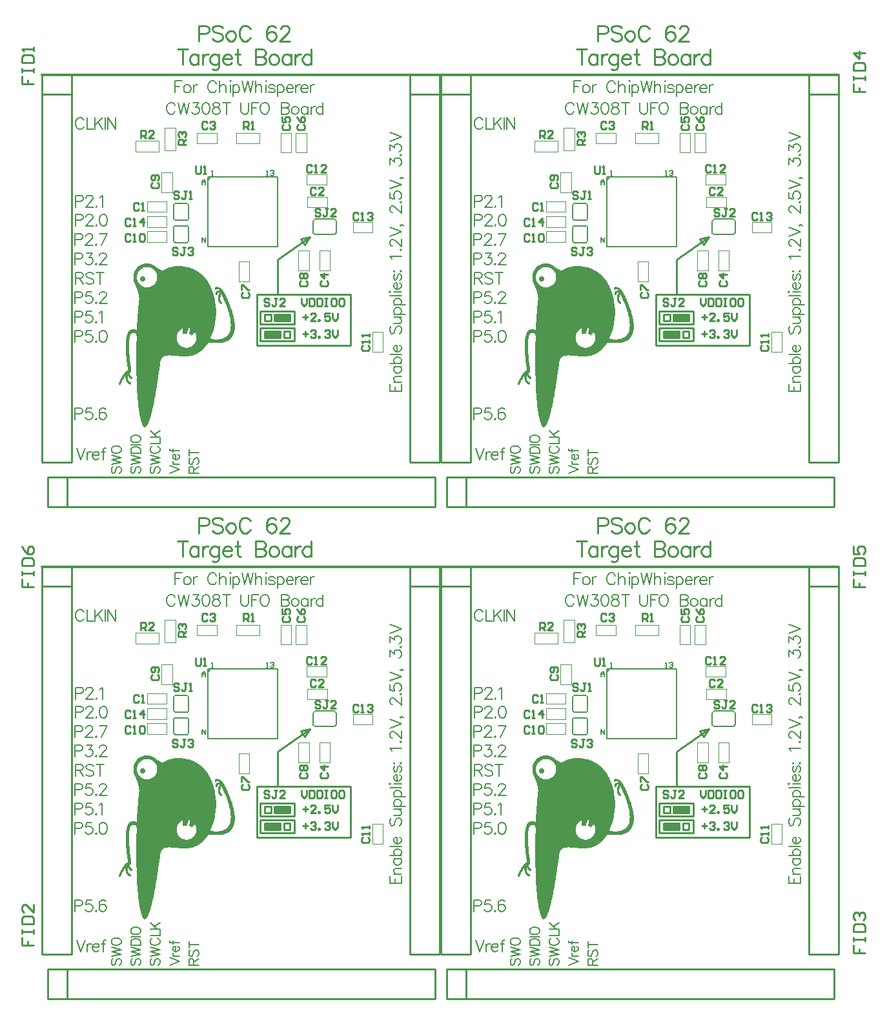
<source format=gto>
G04*
G04 #@! TF.GenerationSoftware,Altium Limited,Altium Designer,19.1.5 (86)*
G04*
G04 Layer_Color=65535*
%FSLAX25Y25*%
%MOIN*%
G70*
G01*
G75*
%ADD20C,0.01000*%
%ADD32C,0.00787*%
%ADD33C,0.00394*%
%ADD34C,0.01181*%
%ADD35C,0.00800*%
%ADD36C,0.01100*%
%ADD37C,0.00591*%
G36*
X334400Y350100D02*
X326200D01*
Y353400D01*
X334400D01*
Y350100D01*
D02*
G37*
G36*
X128400D02*
X120200D01*
Y353400D01*
X128400D01*
Y350100D01*
D02*
G37*
G36*
X261445Y379601D02*
X261990D01*
Y379465D01*
X262535D01*
Y379329D01*
X262944D01*
Y379192D01*
X263216D01*
Y379056D01*
X263489D01*
Y378920D01*
X263761D01*
Y378783D01*
X264034D01*
Y378647D01*
X264307D01*
Y378511D01*
X264443D01*
Y378375D01*
X264715D01*
Y378239D01*
X264852D01*
Y378102D01*
X264988D01*
Y377966D01*
X265124D01*
Y377830D01*
X265260D01*
Y377693D01*
X265533D01*
Y377557D01*
X265669D01*
Y377421D01*
X265806D01*
Y377285D01*
X266078D01*
Y377148D01*
X266214D01*
Y377012D01*
X266487D01*
Y376876D01*
X266623D01*
Y376740D01*
X266896D01*
Y376603D01*
X267168D01*
Y376467D01*
X267441D01*
Y376331D01*
X267849D01*
Y376195D01*
X268939D01*
Y376331D01*
X269348D01*
Y376467D01*
X269757D01*
Y376603D01*
X270030D01*
Y376740D01*
X270302D01*
Y376876D01*
X270575D01*
Y377012D01*
X270847D01*
Y377148D01*
X271120D01*
Y377285D01*
X271392D01*
Y377421D01*
X271801D01*
Y377557D01*
X272074D01*
Y377693D01*
X272482D01*
Y377830D01*
X273164D01*
Y377966D01*
X273709D01*
Y378102D01*
X274799D01*
Y378239D01*
X275889D01*
Y378375D01*
X277660D01*
Y378239D01*
X278887D01*
Y378102D01*
X279977D01*
Y377966D01*
X280795D01*
Y377830D01*
X281476D01*
Y377693D01*
X282021D01*
Y377557D01*
X282566D01*
Y377421D01*
X282839D01*
Y377285D01*
X283247D01*
Y377148D01*
X283656D01*
Y377012D01*
X283929D01*
Y376876D01*
X284337D01*
Y376740D01*
X284610D01*
Y376603D01*
X284882D01*
Y376467D01*
X285155D01*
Y376331D01*
X285427D01*
Y376195D01*
X285700D01*
Y376058D01*
X285972D01*
Y375922D01*
X286245D01*
Y375786D01*
X286381D01*
Y375649D01*
X286654D01*
Y375513D01*
X286926D01*
Y375377D01*
X287063D01*
Y375241D01*
X287335D01*
Y375104D01*
X287471D01*
Y374968D01*
X287608D01*
Y374832D01*
X287880D01*
Y374696D01*
X288017D01*
Y374559D01*
X288153D01*
Y374423D01*
X288425D01*
Y374287D01*
X288562D01*
Y374151D01*
X288698D01*
Y374014D01*
X288834D01*
Y373878D01*
X288970D01*
Y373742D01*
X289107D01*
Y373605D01*
X289243D01*
Y373469D01*
X289379D01*
Y373333D01*
X289515D01*
Y373197D01*
X289652D01*
Y373060D01*
X289788D01*
Y372924D01*
X289924D01*
Y372788D01*
X290060D01*
Y372652D01*
X290197D01*
Y372515D01*
X290333D01*
Y372379D01*
X290469D01*
Y372243D01*
Y372107D01*
X290742D01*
Y371970D01*
X290878D01*
Y371834D01*
Y371698D01*
X291014D01*
Y371562D01*
X291151D01*
Y371425D01*
Y371289D01*
X291423D01*
Y371153D01*
Y371017D01*
X291559D01*
Y370880D01*
X291696D01*
Y370744D01*
Y370608D01*
X291832D01*
Y370471D01*
X291968D01*
Y370335D01*
Y370199D01*
X292104D01*
Y370063D01*
X292241D01*
Y369926D01*
Y369790D01*
X292377D01*
Y369654D01*
Y369518D01*
X292513D01*
Y369381D01*
X292650D01*
Y369245D01*
Y369109D01*
X292786D01*
Y368972D01*
Y368836D01*
X292922D01*
Y368700D01*
Y368564D01*
X293058D01*
Y368427D01*
Y368291D01*
X293195D01*
Y368155D01*
Y368019D01*
X293331D01*
Y367882D01*
X293467D01*
Y367746D01*
Y367610D01*
Y367474D01*
X293603D01*
Y367337D01*
Y367201D01*
X293740D01*
Y367065D01*
Y366929D01*
Y366792D01*
X293876D01*
Y366656D01*
Y366520D01*
X294012D01*
Y366384D01*
Y366247D01*
X294148D01*
Y366111D01*
Y365975D01*
Y365839D01*
X294285D01*
Y365702D01*
Y365566D01*
X294421D01*
Y365430D01*
Y365293D01*
Y365157D01*
Y365021D01*
X294557D01*
Y364885D01*
Y364748D01*
Y364612D01*
X294693D01*
Y364476D01*
Y364339D01*
Y364203D01*
X294830D01*
Y364067D01*
Y363931D01*
Y363794D01*
Y363658D01*
X294966D01*
Y363522D01*
Y363386D01*
Y363249D01*
Y363113D01*
X295102D01*
Y362977D01*
Y362841D01*
X295238D01*
Y362704D01*
Y362568D01*
Y362432D01*
Y362296D01*
X295375D01*
Y362159D01*
Y362023D01*
Y361887D01*
Y361751D01*
Y361614D01*
X295511D01*
Y361478D01*
Y361342D01*
Y361206D01*
Y361069D01*
Y360933D01*
X295647D01*
Y360797D01*
Y360660D01*
Y360524D01*
Y360388D01*
Y360252D01*
Y360115D01*
X295783D01*
Y359979D01*
Y359843D01*
Y359707D01*
Y359570D01*
Y359434D01*
Y359298D01*
Y359161D01*
Y359025D01*
X295920D01*
Y358889D01*
Y358753D01*
Y358616D01*
Y358480D01*
X296056D01*
Y358344D01*
Y358208D01*
Y358071D01*
Y357935D01*
Y357799D01*
Y357663D01*
Y357526D01*
Y357390D01*
Y357254D01*
Y357118D01*
Y356981D01*
Y356845D01*
Y356709D01*
X296192D01*
Y356573D01*
Y356436D01*
Y356300D01*
Y356164D01*
Y356027D01*
Y355891D01*
Y355755D01*
Y355619D01*
Y355482D01*
Y355346D01*
Y355210D01*
Y355074D01*
Y354937D01*
Y354801D01*
Y354665D01*
Y354528D01*
Y354392D01*
Y354256D01*
Y354120D01*
Y353983D01*
Y353847D01*
Y353711D01*
Y353575D01*
Y353438D01*
Y353302D01*
Y353166D01*
Y353030D01*
Y352893D01*
Y352757D01*
Y352621D01*
Y352485D01*
Y352348D01*
Y352212D01*
X296056D01*
Y352076D01*
Y351940D01*
Y351803D01*
Y351667D01*
Y351531D01*
Y351395D01*
Y351258D01*
Y351122D01*
Y350986D01*
Y350849D01*
Y350713D01*
Y350577D01*
Y350441D01*
X295920D01*
Y350304D01*
Y350168D01*
Y350032D01*
Y349896D01*
X295783D01*
Y349759D01*
Y349623D01*
Y349487D01*
Y349351D01*
Y349214D01*
Y349078D01*
Y348942D01*
Y348805D01*
X295647D01*
Y348669D01*
Y348533D01*
Y348397D01*
Y348260D01*
Y348124D01*
Y347988D01*
X295511D01*
Y347852D01*
Y347715D01*
Y347579D01*
Y347443D01*
Y347307D01*
X295375D01*
Y347170D01*
Y347034D01*
Y346898D01*
Y346761D01*
Y346625D01*
X295238D01*
Y346489D01*
Y346353D01*
Y346216D01*
Y346080D01*
X295102D01*
Y345944D01*
Y345808D01*
X294966D01*
Y345671D01*
Y345535D01*
Y345399D01*
Y345263D01*
X294830D01*
Y345126D01*
Y344990D01*
Y344854D01*
Y344718D01*
X294693D01*
Y344581D01*
Y344445D01*
Y344309D01*
X294557D01*
Y344173D01*
Y344036D01*
Y343900D01*
X294421D01*
Y343764D01*
Y343627D01*
Y343491D01*
X294285D01*
Y343355D01*
Y343219D01*
X294148D01*
Y343082D01*
Y342946D01*
X294012D01*
Y342810D01*
Y342674D01*
X293876D01*
Y342537D01*
Y342401D01*
X293740D01*
Y342265D01*
Y342128D01*
X293603D01*
Y341992D01*
Y341856D01*
X293467D01*
Y341720D01*
Y341583D01*
X293331D01*
Y341447D01*
Y341311D01*
Y341175D01*
X293467D01*
Y341038D01*
Y340902D01*
X293740D01*
Y340766D01*
X294012D01*
Y340630D01*
X294830D01*
Y340493D01*
X297555D01*
Y340630D01*
X298645D01*
Y340766D01*
X299190D01*
Y340902D01*
X299735D01*
Y341038D01*
X300008D01*
Y341175D01*
X300280D01*
Y341311D01*
X300689D01*
Y341447D01*
X300825D01*
Y341583D01*
X301098D01*
Y341720D01*
X301370D01*
Y341856D01*
X301507D01*
Y341992D01*
X301643D01*
Y342128D01*
X301779D01*
Y342265D01*
X301915D01*
Y342401D01*
X302052D01*
Y342537D01*
X302188D01*
Y342674D01*
X302324D01*
Y342810D01*
X302461D01*
Y342946D01*
X302597D01*
Y343082D01*
Y343219D01*
X302869D01*
Y343355D01*
Y343491D01*
Y343627D01*
X303006D01*
Y343764D01*
X303142D01*
Y343900D01*
Y344036D01*
Y344173D01*
X303278D01*
Y344309D01*
Y344445D01*
X303414D01*
Y344581D01*
Y344718D01*
X303551D01*
Y344854D01*
Y344990D01*
Y345126D01*
Y345263D01*
X303687D01*
Y345399D01*
Y345535D01*
Y345671D01*
Y345808D01*
X303823D01*
Y345944D01*
Y346080D01*
Y346216D01*
Y346353D01*
Y346489D01*
Y346625D01*
Y346761D01*
Y346898D01*
Y347034D01*
Y347170D01*
Y347307D01*
Y347443D01*
X303959D01*
Y347579D01*
Y347715D01*
Y347852D01*
Y347988D01*
Y348124D01*
Y348260D01*
X303823D01*
Y348397D01*
Y348533D01*
Y348669D01*
Y348805D01*
Y348942D01*
Y349078D01*
Y349214D01*
Y349351D01*
Y349487D01*
Y349623D01*
Y349759D01*
Y349896D01*
Y350032D01*
X303687D01*
Y350168D01*
Y350304D01*
Y350441D01*
Y350577D01*
Y350713D01*
Y350849D01*
Y350986D01*
X303551D01*
Y351122D01*
Y351258D01*
Y351395D01*
Y351531D01*
Y351667D01*
Y351803D01*
X303414D01*
Y351940D01*
Y352076D01*
X303278D01*
Y352212D01*
Y352348D01*
Y352485D01*
Y352621D01*
Y352757D01*
X303142D01*
Y352893D01*
Y353030D01*
Y353166D01*
Y353302D01*
Y353438D01*
X303006D01*
Y353575D01*
Y353711D01*
Y353847D01*
Y353983D01*
X302869D01*
Y354120D01*
Y354256D01*
Y354392D01*
X302733D01*
Y354528D01*
Y354665D01*
Y354801D01*
Y354937D01*
X302597D01*
Y355074D01*
X302461D01*
Y355210D01*
Y355346D01*
Y355482D01*
Y355619D01*
X302324D01*
Y355755D01*
Y355891D01*
Y356027D01*
X302188D01*
Y356164D01*
Y356300D01*
Y356436D01*
X302052D01*
Y356573D01*
Y356709D01*
Y356845D01*
X301915D01*
Y356981D01*
Y357118D01*
Y357254D01*
X301779D01*
Y357390D01*
Y357526D01*
X301643D01*
Y357663D01*
Y357799D01*
X301507D01*
Y357935D01*
Y358071D01*
Y358208D01*
X301370D01*
Y358344D01*
Y358480D01*
Y358616D01*
X301234D01*
Y358753D01*
Y358889D01*
Y359025D01*
X301098D01*
Y359161D01*
X300961D01*
Y359298D01*
Y359434D01*
Y359570D01*
X300825D01*
Y359707D01*
Y359843D01*
X300689D01*
Y359979D01*
Y360115D01*
X300553D01*
Y360252D01*
Y360388D01*
Y360524D01*
X300416D01*
Y360660D01*
Y360797D01*
X300280D01*
Y360933D01*
Y361069D01*
X300144D01*
Y361206D01*
Y361342D01*
X300008D01*
Y361478D01*
Y361614D01*
X299871D01*
Y361751D01*
Y361887D01*
Y362023D01*
X299735D01*
Y362159D01*
Y362296D01*
X299599D01*
Y362432D01*
Y362568D01*
X299463D01*
Y362704D01*
Y362841D01*
X299326D01*
Y362977D01*
X299190D01*
Y363113D01*
Y363249D01*
X299054D01*
Y363386D01*
Y363522D01*
Y363658D01*
X298781D01*
Y363522D01*
Y363386D01*
Y363249D01*
X298645D01*
Y363113D01*
Y362977D01*
Y362841D01*
X298509D01*
Y362704D01*
Y362568D01*
Y362432D01*
X298373D01*
Y362296D01*
Y362159D01*
Y362023D01*
X298509D01*
Y361887D01*
X298373D01*
Y361751D01*
Y361614D01*
Y361478D01*
Y361342D01*
Y361206D01*
Y361069D01*
Y360933D01*
Y360797D01*
X298509D01*
Y360660D01*
X298645D01*
Y360524D01*
Y360388D01*
X298781D01*
Y360252D01*
Y360115D01*
X298918D01*
Y359979D01*
Y359843D01*
X299190D01*
Y359707D01*
X299326D01*
Y359570D01*
Y359434D01*
X299463D01*
Y359298D01*
Y359161D01*
X299326D01*
Y359025D01*
Y358889D01*
X299190D01*
Y358753D01*
X298509D01*
Y358889D01*
X298373D01*
Y359025D01*
X298236D01*
Y359161D01*
X298100D01*
Y359298D01*
X297964D01*
Y359434D01*
X297828D01*
Y359570D01*
X297691D01*
Y359707D01*
Y359843D01*
X297555D01*
Y359979D01*
Y360115D01*
X297419D01*
Y360252D01*
Y360388D01*
Y360524D01*
X297282D01*
Y360660D01*
Y360797D01*
Y360933D01*
Y361069D01*
Y361206D01*
Y361342D01*
Y361478D01*
Y361614D01*
Y361751D01*
Y361887D01*
Y362023D01*
Y362159D01*
Y362296D01*
Y362432D01*
Y362568D01*
X297419D01*
Y362704D01*
Y362841D01*
Y362977D01*
X297555D01*
Y363113D01*
X297419D01*
Y363249D01*
X297555D01*
Y363386D01*
X297691D01*
Y363522D01*
Y363658D01*
Y363794D01*
Y363931D01*
X297828D01*
Y364067D01*
Y364203D01*
X297964D01*
Y364339D01*
Y364476D01*
Y364612D01*
Y364748D01*
X297828D01*
Y364612D01*
X297282D01*
Y364476D01*
X297010D01*
Y364339D01*
Y364203D01*
X297146D01*
Y364067D01*
Y363931D01*
Y363794D01*
X297010D01*
Y363658D01*
Y363522D01*
X296874D01*
Y363386D01*
X296329D01*
Y363522D01*
X296056D01*
Y363658D01*
Y363794D01*
X295920D01*
Y363931D01*
Y364067D01*
Y364203D01*
Y364339D01*
Y364476D01*
Y364612D01*
Y364748D01*
X296056D01*
Y364885D01*
Y365021D01*
X296329D01*
Y365157D01*
X296465D01*
Y365293D01*
X296737D01*
Y365430D01*
X297010D01*
Y365566D01*
X297282D01*
Y365702D01*
X297691D01*
Y365839D01*
X297828D01*
Y365975D01*
Y366111D01*
X297555D01*
Y366247D01*
X297419D01*
Y366384D01*
X297146D01*
Y366520D01*
X296601D01*
Y366384D01*
Y366247D01*
X296465D01*
Y366111D01*
X295783D01*
Y366247D01*
X295647D01*
Y366384D01*
Y366520D01*
X295511D01*
Y366656D01*
Y366792D01*
X295647D01*
Y366929D01*
Y367065D01*
Y367201D01*
X295783D01*
Y367337D01*
X295920D01*
Y367474D01*
X296192D01*
Y367610D01*
X297010D01*
Y367474D01*
X297555D01*
Y367337D01*
X297828D01*
Y367201D01*
X298100D01*
Y367065D01*
X298373D01*
Y366929D01*
X298645D01*
Y366792D01*
X298781D01*
Y366656D01*
X299054D01*
Y366520D01*
X299190D01*
Y366384D01*
X299326D01*
Y366247D01*
X299463D01*
Y366111D01*
X299599D01*
Y365975D01*
X299735D01*
Y365839D01*
Y365702D01*
X299871D01*
Y365566D01*
X300008D01*
Y365430D01*
Y365293D01*
X300144D01*
Y365157D01*
X300280D01*
Y365021D01*
Y364885D01*
X300416D01*
Y364748D01*
Y364612D01*
X300553D01*
Y364476D01*
Y364339D01*
Y364203D01*
X300689D01*
Y364067D01*
Y363931D01*
X300825D01*
Y363794D01*
X300961D01*
Y363658D01*
Y363522D01*
X301098D01*
Y363386D01*
Y363249D01*
X301234D01*
Y363113D01*
Y362977D01*
X301370D01*
Y362841D01*
Y362704D01*
Y362568D01*
X301507D01*
Y362432D01*
Y362296D01*
X301643D01*
Y362159D01*
X301779D01*
Y362023D01*
Y361887D01*
Y361751D01*
X301915D01*
Y361614D01*
Y361478D01*
X302052D01*
Y361342D01*
Y361206D01*
X302188D01*
Y361069D01*
Y360933D01*
Y360797D01*
X302324D01*
Y360660D01*
Y360524D01*
X302461D01*
Y360388D01*
Y360252D01*
Y360115D01*
X302597D01*
Y359979D01*
X302733D01*
Y359843D01*
Y359707D01*
Y359570D01*
X302869D01*
Y359434D01*
Y359298D01*
X303006D01*
Y359161D01*
Y359025D01*
X303142D01*
Y358889D01*
Y358753D01*
Y358616D01*
X303278D01*
Y358480D01*
Y358344D01*
X303414D01*
Y358208D01*
Y358071D01*
Y357935D01*
Y357799D01*
X303551D01*
Y357663D01*
X303687D01*
Y357526D01*
Y357390D01*
Y357254D01*
Y357118D01*
X303823D01*
Y356981D01*
Y356845D01*
X303959D01*
Y356709D01*
Y356573D01*
Y356436D01*
Y356300D01*
X304096D01*
Y356164D01*
Y356027D01*
Y355891D01*
X304232D01*
Y355755D01*
Y355619D01*
Y355482D01*
X304368D01*
Y355346D01*
Y355210D01*
X304504D01*
Y355074D01*
Y354937D01*
Y354801D01*
X304641D01*
Y354665D01*
Y354528D01*
Y354392D01*
X304777D01*
Y354256D01*
Y354120D01*
Y353983D01*
Y353847D01*
X304913D01*
Y353711D01*
Y353575D01*
Y353438D01*
Y353302D01*
X305049D01*
Y353166D01*
Y353030D01*
Y352893D01*
Y352757D01*
X305186D01*
Y352621D01*
Y352485D01*
Y352348D01*
X305322D01*
Y352212D01*
X305186D01*
Y352076D01*
X305322D01*
Y351940D01*
Y351803D01*
X305458D01*
Y351667D01*
Y351531D01*
Y351395D01*
Y351258D01*
Y351122D01*
Y350986D01*
X305594D01*
Y350849D01*
Y350713D01*
Y350577D01*
Y350441D01*
Y350304D01*
Y350168D01*
X305731D01*
Y350032D01*
Y349896D01*
Y349759D01*
Y349623D01*
Y349487D01*
Y349351D01*
Y349214D01*
Y349078D01*
X305867D01*
Y348942D01*
Y348805D01*
Y348669D01*
Y348533D01*
Y348397D01*
Y348260D01*
X306003D01*
Y348124D01*
Y347988D01*
Y347852D01*
Y347715D01*
Y347579D01*
Y347443D01*
Y347307D01*
Y347170D01*
Y347034D01*
Y346898D01*
Y346761D01*
Y346625D01*
Y346489D01*
Y346353D01*
Y346216D01*
Y346080D01*
X305867D01*
Y345944D01*
Y345808D01*
Y345671D01*
Y345535D01*
Y345399D01*
Y345263D01*
X305731D01*
Y345126D01*
Y344990D01*
Y344854D01*
Y344718D01*
Y344581D01*
Y344445D01*
X305594D01*
Y344309D01*
Y344173D01*
Y344036D01*
Y343900D01*
X305458D01*
Y343764D01*
Y343627D01*
Y343491D01*
X305322D01*
Y343355D01*
Y343219D01*
Y343082D01*
X305186D01*
Y342946D01*
X305049D01*
Y342810D01*
Y342674D01*
Y342537D01*
X304913D01*
Y342401D01*
Y342265D01*
X304777D01*
Y342128D01*
Y341992D01*
X304641D01*
Y341856D01*
Y341720D01*
X304504D01*
Y341583D01*
X304368D01*
Y341447D01*
X304232D01*
Y341311D01*
X304096D01*
Y341175D01*
Y341038D01*
X303959D01*
Y340902D01*
X303823D01*
Y340766D01*
X303687D01*
Y340630D01*
X303551D01*
Y340493D01*
X303278D01*
Y340357D01*
X303142D01*
Y340221D01*
X303006D01*
Y340085D01*
X302733D01*
Y339948D01*
X302597D01*
Y339812D01*
X302324D01*
Y339676D01*
X302052D01*
Y339540D01*
X301779D01*
Y339403D01*
X301507D01*
Y339267D01*
X301098D01*
Y339131D01*
X300689D01*
Y338995D01*
X300144D01*
Y338858D01*
X299326D01*
Y338722D01*
X297828D01*
Y338586D01*
X295920D01*
Y338722D01*
X294148D01*
Y338858D01*
X292650D01*
Y338722D01*
X292377D01*
Y338586D01*
X292104D01*
Y338449D01*
X291968D01*
Y338313D01*
X291832D01*
Y338177D01*
Y338041D01*
X291696D01*
Y337904D01*
X291559D01*
Y337768D01*
X291423D01*
Y337632D01*
X291287D01*
Y337496D01*
X291151D01*
Y337359D01*
Y337223D01*
X291014D01*
Y337087D01*
Y336950D01*
X290878D01*
Y336814D01*
X290742D01*
Y336678D01*
X290605D01*
Y336542D01*
X290469D01*
Y336405D01*
X290333D01*
Y336269D01*
Y336133D01*
X290197D01*
Y335997D01*
X290060D01*
Y335860D01*
X289924D01*
Y335724D01*
X289788D01*
Y335588D01*
X289652D01*
Y335452D01*
X289515D01*
Y335315D01*
X289379D01*
Y335179D01*
X289243D01*
Y335043D01*
X289107D01*
Y334907D01*
X288970D01*
Y334770D01*
X288698D01*
Y334634D01*
X288562D01*
Y334498D01*
X288425D01*
Y334362D01*
X288289D01*
Y334225D01*
X288017D01*
Y334089D01*
X287880D01*
Y333953D01*
X287744D01*
Y333816D01*
X287471D01*
Y333680D01*
X287335D01*
Y333544D01*
X287063D01*
Y333408D01*
X286790D01*
Y333271D01*
X286518D01*
Y333135D01*
X286245D01*
Y332999D01*
X286109D01*
Y332863D01*
X285700D01*
Y332726D01*
X285427D01*
Y332590D01*
X285019D01*
Y332454D01*
X284610D01*
Y332317D01*
X284201D01*
Y332181D01*
X283656D01*
Y332045D01*
X283247D01*
Y331909D01*
X282293D01*
Y331772D01*
X280658D01*
Y331636D01*
X278887D01*
Y331772D01*
X276843D01*
Y331909D01*
X275344D01*
Y332045D01*
X274526D01*
Y332181D01*
X272755D01*
Y332317D01*
X271529D01*
Y332181D01*
X270438D01*
Y332045D01*
X270030D01*
Y331909D01*
X269621D01*
Y331772D01*
X269348D01*
Y331636D01*
X269076D01*
Y331500D01*
X268939D01*
Y331364D01*
X268803D01*
Y331227D01*
X268667D01*
Y331091D01*
X268531D01*
Y330955D01*
X268258D01*
Y330819D01*
Y330682D01*
X268122D01*
Y330546D01*
Y330410D01*
X267986D01*
Y330274D01*
X267849D01*
Y330137D01*
Y330001D01*
X267713D01*
Y329865D01*
Y329729D01*
Y329592D01*
X267577D01*
Y329456D01*
Y329320D01*
Y329183D01*
Y329047D01*
X267441D01*
Y328911D01*
Y328775D01*
Y328638D01*
Y328502D01*
Y328366D01*
Y328230D01*
Y328093D01*
X267304D01*
Y327957D01*
Y327821D01*
Y327684D01*
Y327548D01*
Y327412D01*
Y327276D01*
Y327139D01*
Y327003D01*
X267168D01*
Y326867D01*
Y326731D01*
Y326594D01*
Y326458D01*
X267032D01*
Y326322D01*
Y326186D01*
Y326049D01*
Y325913D01*
Y325777D01*
Y325641D01*
Y325504D01*
Y325368D01*
X266896D01*
Y325232D01*
Y325096D01*
Y324959D01*
Y324823D01*
Y324687D01*
Y324551D01*
Y324414D01*
Y324278D01*
X266759D01*
Y324142D01*
Y324005D01*
Y323869D01*
Y323733D01*
Y323597D01*
Y323460D01*
Y323324D01*
X266623D01*
Y323188D01*
Y323052D01*
Y322915D01*
Y322779D01*
Y322643D01*
Y322506D01*
Y322370D01*
Y322234D01*
X266487D01*
Y322098D01*
Y321961D01*
Y321825D01*
Y321689D01*
Y321553D01*
Y321416D01*
Y321280D01*
Y321144D01*
X266351D01*
Y321008D01*
Y320871D01*
Y320735D01*
Y320599D01*
X266214D01*
Y320463D01*
Y320326D01*
Y320190D01*
Y320054D01*
Y319917D01*
Y319781D01*
Y319645D01*
X266078D01*
Y319509D01*
Y319372D01*
Y319236D01*
Y319100D01*
Y318964D01*
Y318827D01*
Y318691D01*
X265942D01*
Y318555D01*
Y318419D01*
Y318282D01*
Y318146D01*
Y318010D01*
Y317874D01*
Y317737D01*
X265806D01*
Y317601D01*
Y317465D01*
Y317329D01*
Y317192D01*
Y317056D01*
Y316920D01*
Y316783D01*
X265669D01*
Y316647D01*
Y316511D01*
Y316375D01*
Y316238D01*
Y316102D01*
Y315966D01*
Y315830D01*
X265533D01*
Y315693D01*
Y315557D01*
Y315421D01*
X265397D01*
Y315284D01*
Y315148D01*
X265533D01*
Y315012D01*
X265397D01*
Y314876D01*
Y314739D01*
Y314603D01*
X265260D01*
Y314467D01*
Y314331D01*
Y314194D01*
Y314058D01*
Y313922D01*
Y313786D01*
Y313649D01*
X265124D01*
Y313513D01*
Y313377D01*
Y313241D01*
Y313104D01*
Y312968D01*
Y312832D01*
Y312696D01*
X264988D01*
Y312559D01*
Y312423D01*
Y312287D01*
Y312151D01*
Y312014D01*
Y311878D01*
X264852D01*
Y311742D01*
Y311605D01*
Y311469D01*
Y311333D01*
Y311197D01*
Y311060D01*
X264715D01*
Y310924D01*
Y310788D01*
Y310652D01*
Y310515D01*
Y310379D01*
Y310243D01*
X264579D01*
Y310106D01*
Y309970D01*
X264443D01*
Y309834D01*
Y309698D01*
Y309561D01*
Y309425D01*
Y309289D01*
Y309153D01*
X264307D01*
Y309016D01*
Y308880D01*
Y308744D01*
Y308608D01*
Y308471D01*
Y308335D01*
X264170D01*
Y308199D01*
Y308063D01*
Y307926D01*
Y307790D01*
Y307654D01*
X264034D01*
Y307518D01*
Y307381D01*
Y307245D01*
Y307109D01*
Y306972D01*
X263898D01*
Y306836D01*
Y306700D01*
Y306564D01*
Y306427D01*
Y306291D01*
Y306155D01*
X263761D01*
Y306019D01*
Y305882D01*
X263625D01*
Y305746D01*
Y305610D01*
Y305473D01*
Y305337D01*
Y305201D01*
X263489D01*
Y305065D01*
Y304928D01*
Y304792D01*
Y304656D01*
Y304520D01*
X263353D01*
Y304383D01*
Y304247D01*
Y304111D01*
Y303975D01*
X263216D01*
Y303838D01*
Y303702D01*
Y303566D01*
Y303430D01*
Y303293D01*
X263080D01*
Y303157D01*
Y303021D01*
Y302885D01*
Y302748D01*
X262944D01*
Y302612D01*
Y302476D01*
Y302340D01*
Y302203D01*
X262808D01*
Y302067D01*
Y301931D01*
X262671D01*
Y301794D01*
Y301658D01*
Y301522D01*
Y301386D01*
X262535D01*
Y301249D01*
Y301113D01*
Y300977D01*
Y300841D01*
X262399D01*
Y300704D01*
Y300568D01*
Y300432D01*
Y300295D01*
X262263D01*
Y300159D01*
Y300023D01*
Y299887D01*
Y299750D01*
X262126D01*
Y299614D01*
X261990D01*
Y299478D01*
X262126D01*
Y299342D01*
X261990D01*
Y299205D01*
Y299069D01*
X261854D01*
Y298933D01*
Y298797D01*
X261718D01*
Y298660D01*
Y298524D01*
Y298388D01*
Y298252D01*
X261581D01*
Y298115D01*
Y297979D01*
X261445D01*
Y297843D01*
Y297707D01*
Y297570D01*
X261309D01*
Y297434D01*
Y297298D01*
X261173D01*
Y297161D01*
Y297025D01*
X261036D01*
Y296889D01*
Y296753D01*
X260900D01*
Y296616D01*
Y296480D01*
X260764D01*
Y296344D01*
X260627D01*
Y296208D01*
Y296071D01*
X260491D01*
Y295935D01*
Y295799D01*
X260355D01*
Y295662D01*
X260219D01*
Y295526D01*
X260082D01*
Y295390D01*
X259946D01*
Y295254D01*
X259674D01*
Y295117D01*
X259128D01*
Y295254D01*
X258992D01*
Y295390D01*
X258720D01*
Y295526D01*
X258583D01*
Y295662D01*
Y295799D01*
X258447D01*
Y295935D01*
Y296071D01*
X258311D01*
Y296208D01*
X258175D01*
Y296344D01*
Y296480D01*
X258038D01*
Y296616D01*
Y296753D01*
Y296889D01*
X257902D01*
Y297025D01*
Y297161D01*
Y297298D01*
X257766D01*
Y297434D01*
Y297570D01*
Y297707D01*
X257630D01*
Y297843D01*
Y297979D01*
X257493D01*
Y298115D01*
Y298252D01*
Y298388D01*
Y298524D01*
X257357D01*
Y298660D01*
Y298797D01*
Y298933D01*
X257221D01*
Y299069D01*
Y299205D01*
Y299342D01*
Y299478D01*
Y299614D01*
X257085D01*
Y299750D01*
Y299887D01*
Y300023D01*
Y300159D01*
Y300295D01*
X256948D01*
Y300432D01*
Y300568D01*
Y300704D01*
Y300841D01*
Y300977D01*
Y301113D01*
X256812D01*
Y301249D01*
Y301386D01*
X256676D01*
Y301522D01*
Y301658D01*
Y301794D01*
Y301931D01*
Y302067D01*
Y302203D01*
X256540D01*
Y302340D01*
Y302476D01*
Y302612D01*
Y302748D01*
Y302885D01*
Y303021D01*
Y303157D01*
Y303293D01*
X256403D01*
Y303430D01*
Y303566D01*
Y303702D01*
Y303838D01*
Y303975D01*
Y304111D01*
Y304247D01*
X256267D01*
Y304383D01*
Y304520D01*
Y304656D01*
Y304792D01*
Y304928D01*
Y305065D01*
Y305201D01*
Y305337D01*
X256131D01*
Y305473D01*
Y305610D01*
Y305746D01*
Y305882D01*
Y306019D01*
Y306155D01*
Y306291D01*
Y306427D01*
Y306564D01*
Y306700D01*
X255995D01*
Y306836D01*
Y306972D01*
Y307109D01*
Y307245D01*
Y307381D01*
X255858D01*
Y307518D01*
Y307654D01*
Y307790D01*
Y307926D01*
Y308063D01*
Y308199D01*
Y308335D01*
Y308471D01*
Y308608D01*
Y308744D01*
Y308880D01*
X255722D01*
Y309016D01*
Y309153D01*
Y309289D01*
Y309425D01*
Y309561D01*
Y309698D01*
Y309834D01*
Y309970D01*
Y310106D01*
Y310243D01*
Y310379D01*
Y310515D01*
X255586D01*
Y310652D01*
Y310788D01*
Y310924D01*
Y311060D01*
Y311197D01*
Y311333D01*
Y311469D01*
Y311605D01*
Y311742D01*
Y311878D01*
Y312014D01*
Y312151D01*
Y312287D01*
Y312423D01*
Y312559D01*
X255449D01*
Y312696D01*
Y312832D01*
Y312968D01*
Y313104D01*
Y313241D01*
Y313377D01*
Y313513D01*
Y313649D01*
Y313786D01*
Y313922D01*
Y314058D01*
Y314194D01*
Y314331D01*
Y314467D01*
Y314603D01*
Y314739D01*
Y314876D01*
X255313D01*
Y315012D01*
Y315148D01*
Y315284D01*
Y315421D01*
Y315557D01*
Y315693D01*
Y315830D01*
Y315966D01*
Y316102D01*
Y316238D01*
Y316375D01*
Y316511D01*
Y316647D01*
Y316783D01*
Y316920D01*
Y317056D01*
Y317192D01*
Y317329D01*
Y317465D01*
Y317601D01*
Y317737D01*
X255177D01*
Y317874D01*
Y318010D01*
Y318146D01*
Y318282D01*
Y318419D01*
Y318555D01*
Y318691D01*
Y318827D01*
Y318964D01*
Y319100D01*
Y319236D01*
Y319372D01*
Y319509D01*
X255041D01*
Y319645D01*
X255177D01*
Y319781D01*
Y319917D01*
Y320054D01*
Y320190D01*
Y320326D01*
Y320463D01*
Y320599D01*
Y320735D01*
Y320871D01*
Y321008D01*
Y321144D01*
Y321280D01*
Y321416D01*
Y321553D01*
X255041D01*
Y321689D01*
Y321825D01*
Y321961D01*
Y322098D01*
Y322234D01*
Y322370D01*
Y322506D01*
Y322643D01*
Y322779D01*
Y322915D01*
Y323052D01*
Y323188D01*
Y323324D01*
Y323460D01*
Y323597D01*
Y323733D01*
Y323869D01*
Y324005D01*
Y324142D01*
Y324278D01*
Y324414D01*
Y324551D01*
Y324687D01*
Y324823D01*
Y324959D01*
X254904D01*
Y325096D01*
Y325232D01*
Y325368D01*
Y325504D01*
Y325641D01*
Y325777D01*
Y325913D01*
Y326049D01*
Y326186D01*
Y326322D01*
Y326458D01*
Y326594D01*
Y326731D01*
Y326867D01*
Y327003D01*
Y327139D01*
Y327276D01*
Y327412D01*
Y327548D01*
Y327684D01*
Y327821D01*
Y327957D01*
Y328093D01*
Y328230D01*
Y328366D01*
Y328502D01*
Y328638D01*
Y328775D01*
Y328911D01*
Y329047D01*
Y329183D01*
Y329320D01*
Y329456D01*
Y329592D01*
Y329729D01*
Y329865D01*
Y330001D01*
Y330137D01*
Y330274D01*
Y330410D01*
Y330546D01*
Y330682D01*
Y330819D01*
Y330955D01*
Y331091D01*
Y331227D01*
Y331364D01*
Y331500D01*
Y331636D01*
Y331772D01*
Y331909D01*
Y332045D01*
Y332181D01*
Y332317D01*
Y332454D01*
Y332590D01*
Y332726D01*
Y332863D01*
Y332999D01*
Y333135D01*
Y333271D01*
Y333408D01*
Y333544D01*
Y333680D01*
Y333816D01*
Y333953D01*
Y334089D01*
Y334225D01*
Y334362D01*
Y334498D01*
Y334634D01*
Y334770D01*
Y334907D01*
Y335043D01*
Y335179D01*
Y335315D01*
Y335452D01*
Y335588D01*
Y335724D01*
Y335860D01*
Y335997D01*
Y336133D01*
X255041D01*
Y336269D01*
Y336405D01*
Y336542D01*
Y336678D01*
Y336814D01*
Y336950D01*
Y337087D01*
Y337223D01*
Y337359D01*
Y337496D01*
Y337632D01*
Y337768D01*
Y337904D01*
Y338041D01*
Y338177D01*
Y338313D01*
Y338449D01*
Y338586D01*
Y338722D01*
Y338858D01*
Y338995D01*
Y339131D01*
Y339267D01*
Y339403D01*
X255177D01*
Y339540D01*
Y339676D01*
Y339812D01*
Y339948D01*
Y340085D01*
Y340221D01*
Y340357D01*
Y340493D01*
Y340630D01*
X255041D01*
Y340766D01*
X255177D01*
Y340902D01*
Y341038D01*
Y341175D01*
Y341311D01*
Y341447D01*
Y341583D01*
Y341720D01*
Y341856D01*
Y341992D01*
Y342128D01*
Y342265D01*
X255041D01*
Y342401D01*
X255177D01*
Y342537D01*
X255041D01*
Y342674D01*
Y342810D01*
Y342946D01*
X254904D01*
Y343082D01*
Y343219D01*
X254768D01*
Y343355D01*
X254632D01*
Y343491D01*
X254496D01*
Y343627D01*
X254359D01*
Y343764D01*
X252997D01*
Y343627D01*
X252724D01*
Y343491D01*
X252588D01*
Y343355D01*
X252452D01*
Y343219D01*
X252315D01*
Y343082D01*
X252179D01*
Y342946D01*
X252043D01*
Y342810D01*
Y342674D01*
X251906D01*
Y342537D01*
Y342401D01*
Y342265D01*
X251770D01*
Y342128D01*
Y341992D01*
X251634D01*
Y341856D01*
Y341720D01*
Y341583D01*
Y341447D01*
X251498D01*
Y341311D01*
Y341175D01*
Y341038D01*
Y340902D01*
Y340766D01*
Y340630D01*
X251361D01*
Y340493D01*
Y340357D01*
Y340221D01*
Y340085D01*
Y339948D01*
Y339812D01*
Y339676D01*
Y339540D01*
Y339403D01*
Y339267D01*
Y339131D01*
X251225D01*
Y338995D01*
Y338858D01*
Y338722D01*
Y338586D01*
Y338449D01*
Y338313D01*
Y338177D01*
Y338041D01*
Y337904D01*
Y337768D01*
Y337632D01*
Y337496D01*
Y337359D01*
Y337223D01*
Y337087D01*
Y336950D01*
Y336814D01*
Y336678D01*
Y336542D01*
Y336405D01*
Y336269D01*
Y336133D01*
Y335997D01*
Y335860D01*
Y335724D01*
Y335588D01*
Y335452D01*
Y335315D01*
Y335179D01*
Y335043D01*
X251361D01*
Y334907D01*
Y334770D01*
Y334634D01*
Y334498D01*
Y334362D01*
Y334225D01*
Y334089D01*
Y333953D01*
Y333816D01*
Y333680D01*
Y333544D01*
Y333408D01*
Y333271D01*
Y333135D01*
Y332999D01*
Y332863D01*
X251498D01*
Y332726D01*
Y332590D01*
Y332454D01*
Y332317D01*
Y332181D01*
Y332045D01*
Y331909D01*
Y331772D01*
Y331636D01*
Y331500D01*
Y331364D01*
Y331227D01*
X251634D01*
Y331091D01*
Y330955D01*
Y330819D01*
Y330682D01*
Y330546D01*
Y330410D01*
Y330274D01*
Y330137D01*
Y330001D01*
Y329865D01*
X251770D01*
Y329729D01*
Y329592D01*
Y329456D01*
Y329320D01*
Y329183D01*
Y329047D01*
Y328911D01*
Y328775D01*
Y328638D01*
X251906D01*
Y328502D01*
Y328366D01*
Y328230D01*
Y328093D01*
Y327957D01*
X252043D01*
Y327821D01*
Y327684D01*
Y327548D01*
Y327412D01*
Y327276D01*
Y327139D01*
Y327003D01*
Y326867D01*
X252179D01*
Y326731D01*
Y326594D01*
Y326458D01*
Y326322D01*
Y326186D01*
Y326049D01*
Y325913D01*
X252315D01*
Y325777D01*
Y325641D01*
Y325504D01*
Y325368D01*
Y325232D01*
Y325096D01*
Y324959D01*
Y324823D01*
X252452D01*
Y324687D01*
Y324551D01*
Y324414D01*
Y324278D01*
Y324142D01*
Y324005D01*
Y323869D01*
X252315D01*
Y323733D01*
X252179D01*
Y323597D01*
Y323460D01*
X251906D01*
Y323324D01*
X251770D01*
Y323188D01*
Y323052D01*
Y322915D01*
Y322779D01*
Y322643D01*
Y322506D01*
Y322370D01*
Y322234D01*
Y322098D01*
X251906D01*
Y321961D01*
X252043D01*
Y321825D01*
Y321689D01*
Y321553D01*
X252179D01*
Y321416D01*
X252315D01*
Y321280D01*
X252588D01*
Y321144D01*
X252724D01*
Y321008D01*
X252860D01*
Y320871D01*
X252997D01*
Y320735D01*
Y320599D01*
Y320463D01*
Y320326D01*
X252860D01*
Y320190D01*
X252724D01*
Y320054D01*
X252452D01*
Y319917D01*
X252315D01*
Y320054D01*
X252043D01*
Y320190D01*
X251906D01*
Y320326D01*
X251634D01*
Y320463D01*
X251498D01*
Y320599D01*
X251361D01*
Y320735D01*
X251225D01*
Y320871D01*
Y321008D01*
X251089D01*
Y321144D01*
X250953D01*
Y321280D01*
Y321416D01*
Y321553D01*
Y321689D01*
X250544D01*
Y321553D01*
Y321416D01*
Y321280D01*
Y321144D01*
Y321008D01*
Y320871D01*
Y320735D01*
Y320599D01*
X250680D01*
Y320463D01*
Y320326D01*
Y320190D01*
Y320054D01*
Y319917D01*
Y319781D01*
X250816D01*
Y319645D01*
Y319509D01*
Y319372D01*
Y319236D01*
X250953D01*
Y319100D01*
X251089D01*
Y318964D01*
X251225D01*
Y318827D01*
X251361D01*
Y318691D01*
X251498D01*
Y318555D01*
X251634D01*
Y318419D01*
X251770D01*
Y318282D01*
X252179D01*
Y318146D01*
Y318010D01*
X252315D01*
Y317874D01*
Y317737D01*
Y317601D01*
X252179D01*
Y317465D01*
Y317329D01*
X252043D01*
Y317192D01*
X251498D01*
Y317329D01*
X251089D01*
Y317465D01*
X250953D01*
Y317601D01*
X250680D01*
Y317737D01*
X250544D01*
Y317874D01*
X250408D01*
Y318010D01*
X250271D01*
Y318146D01*
Y318282D01*
X250135D01*
Y318419D01*
Y318555D01*
X249999D01*
Y318691D01*
X249863D01*
Y318827D01*
Y318964D01*
Y319100D01*
X249726D01*
Y319236D01*
Y319372D01*
Y319509D01*
X249590D01*
Y319645D01*
Y319781D01*
Y319917D01*
Y320054D01*
Y320190D01*
Y320326D01*
X249454D01*
Y320463D01*
Y320599D01*
Y320735D01*
Y320871D01*
Y321008D01*
Y321144D01*
Y321280D01*
Y321416D01*
Y321553D01*
Y321689D01*
X249181D01*
Y321553D01*
Y321416D01*
X249045D01*
Y321280D01*
X248909D01*
Y321144D01*
Y321008D01*
X248773D01*
Y320871D01*
Y320735D01*
X248636D01*
Y320599D01*
Y320463D01*
X248500D01*
Y320326D01*
Y320190D01*
X248364D01*
Y320054D01*
X248227D01*
Y319917D01*
Y319781D01*
X248091D01*
Y319645D01*
Y319509D01*
X247955D01*
Y319372D01*
Y319236D01*
X247819D01*
Y319100D01*
Y318964D01*
X247682D01*
Y318827D01*
X247546D01*
Y318691D01*
X247682D01*
Y318555D01*
X247546D01*
Y318419D01*
Y318282D01*
X247410D01*
Y318146D01*
Y318010D01*
X247274D01*
Y317874D01*
Y317737D01*
X247137D01*
Y317601D01*
Y317465D01*
Y317329D01*
X247001D01*
Y317192D01*
X246865D01*
Y317056D01*
X246728D01*
Y316920D01*
X246320D01*
Y317056D01*
X246047D01*
Y317192D01*
Y317329D01*
X245911D01*
Y317465D01*
Y317601D01*
Y317737D01*
Y317874D01*
X246047D01*
Y318010D01*
X246183D01*
Y318146D01*
Y318282D01*
X246320D01*
Y318419D01*
Y318555D01*
Y318691D01*
X246456D01*
Y318827D01*
Y318964D01*
X246592D01*
Y319100D01*
Y319236D01*
Y319372D01*
X246728D01*
Y319509D01*
Y319645D01*
X246865D01*
Y319781D01*
X247001D01*
Y319917D01*
Y320054D01*
Y320190D01*
X247137D01*
Y320326D01*
Y320463D01*
X247274D01*
Y320599D01*
X247410D01*
Y320735D01*
Y320871D01*
X247546D01*
Y321008D01*
Y321144D01*
X247682D01*
Y321280D01*
X247819D01*
Y321416D01*
Y321553D01*
X247955D01*
Y321689D01*
Y321825D01*
X248091D01*
Y321961D01*
Y322098D01*
X248227D01*
Y322234D01*
X248364D01*
Y322370D01*
X248500D01*
Y322506D01*
Y322643D01*
X248636D01*
Y322779D01*
X248773D01*
Y322915D01*
Y323052D01*
X249045D01*
Y323188D01*
Y323324D01*
X249181D01*
Y323460D01*
X249318D01*
Y323597D01*
X249454D01*
Y323733D01*
X249590D01*
Y323869D01*
X249726D01*
Y324005D01*
X249863D01*
Y324142D01*
X249999D01*
Y324278D01*
X250271D01*
Y324414D01*
X250544D01*
Y324551D01*
Y324687D01*
Y324823D01*
X250680D01*
Y324959D01*
Y325096D01*
Y325232D01*
X250544D01*
Y325368D01*
Y325504D01*
Y325641D01*
Y325777D01*
Y325913D01*
Y326049D01*
Y326186D01*
Y326322D01*
X250408D01*
Y326458D01*
Y326594D01*
Y326731D01*
Y326867D01*
Y327003D01*
Y327139D01*
Y327276D01*
Y327412D01*
X250271D01*
Y327548D01*
Y327684D01*
Y327821D01*
Y327957D01*
Y328093D01*
Y328230D01*
Y328366D01*
Y328502D01*
Y328638D01*
X250135D01*
Y328775D01*
Y328911D01*
Y329047D01*
Y329183D01*
X249999D01*
Y329320D01*
X250135D01*
Y329456D01*
Y329592D01*
Y329729D01*
Y329865D01*
X249999D01*
Y330001D01*
Y330137D01*
Y330274D01*
Y330410D01*
Y330546D01*
Y330682D01*
X249863D01*
Y330819D01*
Y330955D01*
Y331091D01*
Y331227D01*
Y331364D01*
Y331500D01*
Y331636D01*
Y331772D01*
Y331909D01*
Y332045D01*
Y332181D01*
X249726D01*
Y332317D01*
Y332454D01*
Y332590D01*
Y332726D01*
Y332863D01*
Y332999D01*
Y333135D01*
Y333271D01*
Y333408D01*
Y333544D01*
Y333680D01*
Y333816D01*
Y333953D01*
Y334089D01*
Y334225D01*
Y334362D01*
X249590D01*
Y334498D01*
Y334634D01*
Y334770D01*
Y334907D01*
Y335043D01*
Y335179D01*
Y335315D01*
Y335452D01*
Y335588D01*
Y335724D01*
Y335860D01*
Y335997D01*
Y336133D01*
Y336269D01*
Y336405D01*
Y336542D01*
Y336678D01*
Y336814D01*
Y336950D01*
Y337087D01*
Y337223D01*
Y337359D01*
Y337496D01*
Y337632D01*
Y337768D01*
Y337904D01*
Y338041D01*
Y338177D01*
Y338313D01*
Y338449D01*
Y338586D01*
Y338722D01*
Y338858D01*
Y338995D01*
Y339131D01*
Y339267D01*
X249726D01*
Y339403D01*
Y339540D01*
Y339676D01*
Y339812D01*
Y339948D01*
Y340085D01*
Y340221D01*
Y340357D01*
Y340493D01*
Y340630D01*
Y340766D01*
X249863D01*
Y340902D01*
Y341038D01*
Y341175D01*
Y341311D01*
Y341447D01*
Y341583D01*
X249999D01*
Y341720D01*
Y341856D01*
Y341992D01*
X250135D01*
Y342128D01*
Y342265D01*
X249999D01*
Y342401D01*
X250135D01*
Y342537D01*
X250271D01*
Y342674D01*
Y342810D01*
Y342946D01*
Y343082D01*
X250408D01*
Y343219D01*
Y343355D01*
Y343491D01*
X250544D01*
Y343627D01*
Y343764D01*
Y343900D01*
X250680D01*
Y344036D01*
Y344173D01*
X250816D01*
Y344309D01*
Y344445D01*
X250953D01*
Y344581D01*
X251089D01*
Y344718D01*
Y344854D01*
X251225D01*
Y344990D01*
X251361D01*
Y345126D01*
X251498D01*
Y345263D01*
X251634D01*
Y345399D01*
X251906D01*
Y345535D01*
X252179D01*
Y345671D01*
X252724D01*
Y345808D01*
X254359D01*
Y345671D01*
X254768D01*
Y345535D01*
X255313D01*
Y345671D01*
Y345808D01*
Y345944D01*
Y346080D01*
Y346216D01*
Y346353D01*
Y346489D01*
Y346625D01*
X255449D01*
Y346761D01*
Y346898D01*
Y347034D01*
Y347170D01*
Y347307D01*
Y347443D01*
Y347579D01*
Y347715D01*
Y347852D01*
Y347988D01*
Y348124D01*
Y348260D01*
Y348397D01*
Y348533D01*
Y348669D01*
Y348805D01*
Y348942D01*
Y349078D01*
Y349214D01*
Y349351D01*
X255586D01*
Y349487D01*
Y349623D01*
Y349759D01*
Y349896D01*
Y350032D01*
Y350168D01*
Y350304D01*
Y350441D01*
Y350577D01*
Y350713D01*
Y350849D01*
Y350986D01*
Y351122D01*
Y351258D01*
Y351395D01*
Y351531D01*
Y351667D01*
X255722D01*
Y351803D01*
Y351940D01*
Y352076D01*
Y352212D01*
Y352348D01*
Y352485D01*
Y352621D01*
Y352757D01*
Y352893D01*
Y353030D01*
Y353166D01*
Y353302D01*
Y353438D01*
Y353575D01*
Y353711D01*
X255858D01*
Y353847D01*
Y353983D01*
Y354120D01*
Y354256D01*
Y354392D01*
Y354528D01*
Y354665D01*
Y354801D01*
Y354937D01*
Y355074D01*
Y355210D01*
Y355346D01*
Y355482D01*
X255995D01*
Y355619D01*
Y355755D01*
Y355891D01*
Y356027D01*
Y356164D01*
Y356300D01*
X256131D01*
Y356436D01*
Y356573D01*
Y356709D01*
Y356845D01*
Y356981D01*
X255995D01*
Y357118D01*
X256131D01*
Y357254D01*
Y357390D01*
Y357526D01*
Y357663D01*
Y357799D01*
Y357935D01*
X256267D01*
Y358071D01*
Y358208D01*
Y358344D01*
Y358480D01*
Y358616D01*
Y358753D01*
Y358889D01*
Y359025D01*
Y359161D01*
Y359298D01*
Y359434D01*
X256403D01*
Y359570D01*
Y359707D01*
Y359843D01*
Y359979D01*
Y360115D01*
Y360252D01*
Y360388D01*
Y360524D01*
Y360660D01*
Y360797D01*
Y360933D01*
X256540D01*
Y361069D01*
Y361206D01*
Y361342D01*
Y361478D01*
Y361614D01*
Y361751D01*
Y361887D01*
Y362023D01*
X256403D01*
Y362159D01*
Y362296D01*
Y362432D01*
Y362568D01*
Y362704D01*
Y362841D01*
Y362977D01*
Y363113D01*
Y363249D01*
Y363386D01*
X256267D01*
Y363522D01*
Y363658D01*
Y363794D01*
Y363931D01*
Y364067D01*
X256131D01*
Y364203D01*
Y364339D01*
Y364476D01*
Y364612D01*
X255995D01*
Y364748D01*
Y364885D01*
X255858D01*
Y365021D01*
Y365157D01*
Y365293D01*
Y365430D01*
X255722D01*
Y365566D01*
Y365702D01*
Y365839D01*
X255586D01*
Y365975D01*
Y366111D01*
Y366247D01*
X255449D01*
Y366384D01*
Y366520D01*
X255313D01*
Y366656D01*
Y366792D01*
Y366929D01*
X255177D01*
Y367065D01*
X255041D01*
Y367201D01*
Y367337D01*
Y367474D01*
X254904D01*
Y367610D01*
Y367746D01*
Y367882D01*
X254768D01*
Y368019D01*
Y368155D01*
X254632D01*
Y368291D01*
Y368427D01*
X254496D01*
Y368564D01*
Y368700D01*
Y368836D01*
X254359D01*
Y368972D01*
X254223D01*
Y369109D01*
Y369245D01*
Y369381D01*
Y369518D01*
X254087D01*
Y369654D01*
Y369790D01*
Y369926D01*
X253951D01*
Y370063D01*
Y370199D01*
Y370335D01*
X253814D01*
Y370471D01*
Y370608D01*
Y370744D01*
Y370880D01*
Y371017D01*
X253678D01*
Y371153D01*
Y371289D01*
Y371425D01*
Y371562D01*
Y371698D01*
Y371834D01*
X253542D01*
Y371970D01*
Y372107D01*
Y372243D01*
Y372379D01*
Y372515D01*
Y372652D01*
Y372788D01*
Y372924D01*
Y373060D01*
Y373197D01*
Y373333D01*
Y373469D01*
X253678D01*
Y373605D01*
Y373742D01*
Y373878D01*
Y374014D01*
Y374151D01*
Y374287D01*
X253814D01*
Y374423D01*
Y374559D01*
Y374696D01*
Y374832D01*
X253951D01*
Y374968D01*
Y375104D01*
Y375241D01*
X254087D01*
Y375377D01*
Y375513D01*
Y375649D01*
X254223D01*
Y375786D01*
Y375922D01*
X254359D01*
Y376058D01*
X254496D01*
Y376195D01*
Y376331D01*
X254632D01*
Y376467D01*
Y376603D01*
X254768D01*
Y376740D01*
X254904D01*
Y376876D01*
Y377012D01*
X255041D01*
Y377148D01*
X255177D01*
Y377285D01*
X255313D01*
Y377421D01*
X255449D01*
Y377557D01*
X255586D01*
Y377693D01*
X255722D01*
Y377830D01*
Y377966D01*
X255995D01*
Y378102D01*
X256131D01*
Y378239D01*
X256267D01*
Y378375D01*
X256540D01*
Y378511D01*
X256676D01*
Y378647D01*
X256948D01*
Y378783D01*
X257221D01*
Y378920D01*
X257493D01*
Y379056D01*
X257630D01*
Y379192D01*
X258038D01*
Y379329D01*
X258447D01*
Y379465D01*
X258992D01*
Y379601D01*
X259537D01*
Y379737D01*
X261445D01*
Y379601D01*
D02*
G37*
G36*
X55445D02*
X55990D01*
Y379465D01*
X56535D01*
Y379329D01*
X56944D01*
Y379192D01*
X57216D01*
Y379056D01*
X57489D01*
Y378920D01*
X57762D01*
Y378783D01*
X58034D01*
Y378647D01*
X58307D01*
Y378511D01*
X58443D01*
Y378375D01*
X58715D01*
Y378239D01*
X58852D01*
Y378102D01*
X58988D01*
Y377966D01*
X59124D01*
Y377830D01*
X59260D01*
Y377693D01*
X59533D01*
Y377557D01*
X59669D01*
Y377421D01*
X59806D01*
Y377285D01*
X60078D01*
Y377148D01*
X60214D01*
Y377012D01*
X60487D01*
Y376876D01*
X60623D01*
Y376740D01*
X60896D01*
Y376603D01*
X61168D01*
Y376467D01*
X61441D01*
Y376331D01*
X61849D01*
Y376195D01*
X62940D01*
Y376331D01*
X63348D01*
Y376467D01*
X63757D01*
Y376603D01*
X64030D01*
Y376740D01*
X64302D01*
Y376876D01*
X64575D01*
Y377012D01*
X64847D01*
Y377148D01*
X65120D01*
Y377285D01*
X65392D01*
Y377421D01*
X65801D01*
Y377557D01*
X66074D01*
Y377693D01*
X66482D01*
Y377830D01*
X67164D01*
Y377966D01*
X67709D01*
Y378102D01*
X68799D01*
Y378239D01*
X69889D01*
Y378375D01*
X71660D01*
Y378239D01*
X72887D01*
Y378102D01*
X73977D01*
Y377966D01*
X74795D01*
Y377830D01*
X75476D01*
Y377693D01*
X76021D01*
Y377557D01*
X76566D01*
Y377421D01*
X76838D01*
Y377285D01*
X77247D01*
Y377148D01*
X77656D01*
Y377012D01*
X77929D01*
Y376876D01*
X78337D01*
Y376740D01*
X78610D01*
Y376603D01*
X78882D01*
Y376467D01*
X79155D01*
Y376331D01*
X79427D01*
Y376195D01*
X79700D01*
Y376058D01*
X79972D01*
Y375922D01*
X80245D01*
Y375786D01*
X80381D01*
Y375649D01*
X80654D01*
Y375513D01*
X80926D01*
Y375377D01*
X81063D01*
Y375241D01*
X81335D01*
Y375104D01*
X81471D01*
Y374968D01*
X81608D01*
Y374832D01*
X81880D01*
Y374696D01*
X82016D01*
Y374559D01*
X82153D01*
Y374423D01*
X82425D01*
Y374287D01*
X82561D01*
Y374151D01*
X82698D01*
Y374014D01*
X82834D01*
Y373878D01*
X82970D01*
Y373742D01*
X83107D01*
Y373605D01*
X83243D01*
Y373469D01*
X83379D01*
Y373333D01*
X83515D01*
Y373197D01*
X83652D01*
Y373060D01*
X83788D01*
Y372924D01*
X83924D01*
Y372788D01*
X84060D01*
Y372652D01*
X84197D01*
Y372515D01*
X84333D01*
Y372379D01*
X84469D01*
Y372243D01*
Y372107D01*
X84742D01*
Y371970D01*
X84878D01*
Y371834D01*
Y371698D01*
X85014D01*
Y371562D01*
X85150D01*
Y371425D01*
Y371289D01*
X85423D01*
Y371153D01*
Y371017D01*
X85559D01*
Y370880D01*
X85696D01*
Y370744D01*
Y370608D01*
X85832D01*
Y370471D01*
X85968D01*
Y370335D01*
Y370199D01*
X86104D01*
Y370063D01*
X86241D01*
Y369926D01*
Y369790D01*
X86377D01*
Y369654D01*
Y369518D01*
X86513D01*
Y369381D01*
X86650D01*
Y369245D01*
Y369109D01*
X86786D01*
Y368972D01*
Y368836D01*
X86922D01*
Y368700D01*
Y368564D01*
X87058D01*
Y368427D01*
Y368291D01*
X87195D01*
Y368155D01*
Y368019D01*
X87331D01*
Y367882D01*
X87467D01*
Y367746D01*
Y367610D01*
Y367474D01*
X87603D01*
Y367337D01*
Y367201D01*
X87740D01*
Y367065D01*
Y366929D01*
Y366792D01*
X87876D01*
Y366656D01*
Y366520D01*
X88012D01*
Y366384D01*
Y366247D01*
X88148D01*
Y366111D01*
Y365975D01*
Y365839D01*
X88285D01*
Y365702D01*
Y365566D01*
X88421D01*
Y365430D01*
Y365293D01*
Y365157D01*
Y365021D01*
X88557D01*
Y364885D01*
Y364748D01*
Y364612D01*
X88693D01*
Y364476D01*
Y364339D01*
Y364203D01*
X88830D01*
Y364067D01*
Y363931D01*
Y363794D01*
Y363658D01*
X88966D01*
Y363522D01*
Y363386D01*
Y363249D01*
Y363113D01*
X89102D01*
Y362977D01*
Y362841D01*
X89239D01*
Y362704D01*
Y362568D01*
Y362432D01*
Y362296D01*
X89375D01*
Y362159D01*
Y362023D01*
Y361887D01*
Y361751D01*
Y361614D01*
X89511D01*
Y361478D01*
Y361342D01*
Y361206D01*
Y361069D01*
Y360933D01*
X89647D01*
Y360797D01*
Y360660D01*
Y360524D01*
Y360388D01*
Y360252D01*
Y360115D01*
X89784D01*
Y359979D01*
Y359843D01*
Y359707D01*
Y359570D01*
Y359434D01*
Y359298D01*
Y359161D01*
Y359025D01*
X89920D01*
Y358889D01*
Y358753D01*
Y358616D01*
Y358480D01*
X90056D01*
Y358344D01*
Y358208D01*
Y358071D01*
Y357935D01*
Y357799D01*
Y357663D01*
Y357526D01*
Y357390D01*
Y357254D01*
Y357118D01*
Y356981D01*
Y356845D01*
Y356709D01*
X90192D01*
Y356573D01*
Y356436D01*
Y356300D01*
Y356164D01*
Y356027D01*
Y355891D01*
Y355755D01*
Y355619D01*
Y355482D01*
Y355346D01*
Y355210D01*
Y355074D01*
Y354937D01*
Y354801D01*
Y354665D01*
Y354528D01*
Y354392D01*
Y354256D01*
Y354120D01*
Y353983D01*
Y353847D01*
Y353711D01*
Y353575D01*
Y353438D01*
Y353302D01*
Y353166D01*
Y353030D01*
Y352893D01*
Y352757D01*
Y352621D01*
Y352485D01*
Y352348D01*
Y352212D01*
X90056D01*
Y352076D01*
Y351940D01*
Y351803D01*
Y351667D01*
Y351531D01*
Y351395D01*
Y351258D01*
Y351122D01*
Y350986D01*
Y350849D01*
Y350713D01*
Y350577D01*
Y350441D01*
X89920D01*
Y350304D01*
Y350168D01*
Y350032D01*
Y349896D01*
X89784D01*
Y349759D01*
Y349623D01*
Y349487D01*
Y349351D01*
Y349214D01*
Y349078D01*
Y348942D01*
Y348805D01*
X89647D01*
Y348669D01*
Y348533D01*
Y348397D01*
Y348260D01*
Y348124D01*
Y347988D01*
X89511D01*
Y347852D01*
Y347715D01*
Y347579D01*
Y347443D01*
Y347307D01*
X89375D01*
Y347170D01*
Y347034D01*
Y346898D01*
Y346761D01*
Y346625D01*
X89239D01*
Y346489D01*
Y346353D01*
Y346216D01*
Y346080D01*
X89102D01*
Y345944D01*
Y345808D01*
X88966D01*
Y345671D01*
Y345535D01*
Y345399D01*
Y345263D01*
X88830D01*
Y345126D01*
Y344990D01*
Y344854D01*
Y344718D01*
X88693D01*
Y344581D01*
Y344445D01*
Y344309D01*
X88557D01*
Y344173D01*
Y344036D01*
Y343900D01*
X88421D01*
Y343764D01*
Y343627D01*
Y343491D01*
X88285D01*
Y343355D01*
Y343219D01*
X88148D01*
Y343082D01*
Y342946D01*
X88012D01*
Y342810D01*
Y342674D01*
X87876D01*
Y342537D01*
Y342401D01*
X87740D01*
Y342265D01*
Y342128D01*
X87603D01*
Y341992D01*
Y341856D01*
X87467D01*
Y341720D01*
Y341583D01*
X87331D01*
Y341447D01*
Y341311D01*
Y341175D01*
X87467D01*
Y341038D01*
Y340902D01*
X87740D01*
Y340766D01*
X88012D01*
Y340630D01*
X88830D01*
Y340493D01*
X91555D01*
Y340630D01*
X92645D01*
Y340766D01*
X93190D01*
Y340902D01*
X93735D01*
Y341038D01*
X94008D01*
Y341175D01*
X94280D01*
Y341311D01*
X94689D01*
Y341447D01*
X94825D01*
Y341583D01*
X95098D01*
Y341720D01*
X95370D01*
Y341856D01*
X95507D01*
Y341992D01*
X95643D01*
Y342128D01*
X95779D01*
Y342265D01*
X95915D01*
Y342401D01*
X96052D01*
Y342537D01*
X96188D01*
Y342674D01*
X96324D01*
Y342810D01*
X96460D01*
Y342946D01*
X96597D01*
Y343082D01*
Y343219D01*
X96869D01*
Y343355D01*
Y343491D01*
Y343627D01*
X97005D01*
Y343764D01*
X97142D01*
Y343900D01*
Y344036D01*
Y344173D01*
X97278D01*
Y344309D01*
Y344445D01*
X97414D01*
Y344581D01*
Y344718D01*
X97551D01*
Y344854D01*
Y344990D01*
Y345126D01*
Y345263D01*
X97687D01*
Y345399D01*
Y345535D01*
Y345671D01*
Y345808D01*
X97823D01*
Y345944D01*
Y346080D01*
Y346216D01*
Y346353D01*
Y346489D01*
Y346625D01*
Y346761D01*
Y346898D01*
Y347034D01*
Y347170D01*
Y347307D01*
Y347443D01*
X97959D01*
Y347579D01*
Y347715D01*
Y347852D01*
Y347988D01*
Y348124D01*
Y348260D01*
X97823D01*
Y348397D01*
Y348533D01*
Y348669D01*
Y348805D01*
Y348942D01*
Y349078D01*
Y349214D01*
Y349351D01*
Y349487D01*
Y349623D01*
Y349759D01*
Y349896D01*
Y350032D01*
X97687D01*
Y350168D01*
Y350304D01*
Y350441D01*
Y350577D01*
Y350713D01*
Y350849D01*
Y350986D01*
X97551D01*
Y351122D01*
Y351258D01*
Y351395D01*
Y351531D01*
Y351667D01*
Y351803D01*
X97414D01*
Y351940D01*
Y352076D01*
X97278D01*
Y352212D01*
Y352348D01*
Y352485D01*
Y352621D01*
Y352757D01*
X97142D01*
Y352893D01*
Y353030D01*
Y353166D01*
Y353302D01*
Y353438D01*
X97005D01*
Y353575D01*
Y353711D01*
Y353847D01*
Y353983D01*
X96869D01*
Y354120D01*
Y354256D01*
Y354392D01*
X96733D01*
Y354528D01*
Y354665D01*
Y354801D01*
Y354937D01*
X96597D01*
Y355074D01*
X96460D01*
Y355210D01*
Y355346D01*
Y355482D01*
Y355619D01*
X96324D01*
Y355755D01*
Y355891D01*
Y356027D01*
X96188D01*
Y356164D01*
Y356300D01*
Y356436D01*
X96052D01*
Y356573D01*
Y356709D01*
Y356845D01*
X95915D01*
Y356981D01*
Y357118D01*
Y357254D01*
X95779D01*
Y357390D01*
Y357526D01*
X95643D01*
Y357663D01*
Y357799D01*
X95507D01*
Y357935D01*
Y358071D01*
Y358208D01*
X95370D01*
Y358344D01*
Y358480D01*
Y358616D01*
X95234D01*
Y358753D01*
Y358889D01*
Y359025D01*
X95098D01*
Y359161D01*
X94962D01*
Y359298D01*
Y359434D01*
Y359570D01*
X94825D01*
Y359707D01*
Y359843D01*
X94689D01*
Y359979D01*
Y360115D01*
X94553D01*
Y360252D01*
Y360388D01*
Y360524D01*
X94416D01*
Y360660D01*
Y360797D01*
X94280D01*
Y360933D01*
Y361069D01*
X94144D01*
Y361206D01*
Y361342D01*
X94008D01*
Y361478D01*
Y361614D01*
X93871D01*
Y361751D01*
Y361887D01*
Y362023D01*
X93735D01*
Y362159D01*
Y362296D01*
X93599D01*
Y362432D01*
Y362568D01*
X93463D01*
Y362704D01*
Y362841D01*
X93326D01*
Y362977D01*
X93190D01*
Y363113D01*
Y363249D01*
X93054D01*
Y363386D01*
Y363522D01*
Y363658D01*
X92781D01*
Y363522D01*
Y363386D01*
Y363249D01*
X92645D01*
Y363113D01*
Y362977D01*
Y362841D01*
X92509D01*
Y362704D01*
Y362568D01*
Y362432D01*
X92373D01*
Y362296D01*
Y362159D01*
Y362023D01*
X92509D01*
Y361887D01*
X92373D01*
Y361751D01*
Y361614D01*
Y361478D01*
Y361342D01*
Y361206D01*
Y361069D01*
Y360933D01*
Y360797D01*
X92509D01*
Y360660D01*
X92645D01*
Y360524D01*
Y360388D01*
X92781D01*
Y360252D01*
Y360115D01*
X92918D01*
Y359979D01*
Y359843D01*
X93190D01*
Y359707D01*
X93326D01*
Y359570D01*
Y359434D01*
X93463D01*
Y359298D01*
Y359161D01*
X93326D01*
Y359025D01*
Y358889D01*
X93190D01*
Y358753D01*
X92509D01*
Y358889D01*
X92373D01*
Y359025D01*
X92236D01*
Y359161D01*
X92100D01*
Y359298D01*
X91964D01*
Y359434D01*
X91827D01*
Y359570D01*
X91691D01*
Y359707D01*
Y359843D01*
X91555D01*
Y359979D01*
Y360115D01*
X91419D01*
Y360252D01*
Y360388D01*
Y360524D01*
X91282D01*
Y360660D01*
Y360797D01*
Y360933D01*
Y361069D01*
Y361206D01*
Y361342D01*
Y361478D01*
Y361614D01*
Y361751D01*
Y361887D01*
Y362023D01*
Y362159D01*
Y362296D01*
Y362432D01*
Y362568D01*
X91419D01*
Y362704D01*
Y362841D01*
Y362977D01*
X91555D01*
Y363113D01*
X91419D01*
Y363249D01*
X91555D01*
Y363386D01*
X91691D01*
Y363522D01*
Y363658D01*
Y363794D01*
Y363931D01*
X91827D01*
Y364067D01*
Y364203D01*
X91964D01*
Y364339D01*
Y364476D01*
Y364612D01*
Y364748D01*
X91827D01*
Y364612D01*
X91282D01*
Y364476D01*
X91010D01*
Y364339D01*
Y364203D01*
X91146D01*
Y364067D01*
Y363931D01*
Y363794D01*
X91010D01*
Y363658D01*
Y363522D01*
X90874D01*
Y363386D01*
X90329D01*
Y363522D01*
X90056D01*
Y363658D01*
Y363794D01*
X89920D01*
Y363931D01*
Y364067D01*
Y364203D01*
Y364339D01*
Y364476D01*
Y364612D01*
Y364748D01*
X90056D01*
Y364885D01*
Y365021D01*
X90329D01*
Y365157D01*
X90465D01*
Y365293D01*
X90737D01*
Y365430D01*
X91010D01*
Y365566D01*
X91282D01*
Y365702D01*
X91691D01*
Y365839D01*
X91827D01*
Y365975D01*
Y366111D01*
X91555D01*
Y366247D01*
X91419D01*
Y366384D01*
X91146D01*
Y366520D01*
X90601D01*
Y366384D01*
Y366247D01*
X90465D01*
Y366111D01*
X89784D01*
Y366247D01*
X89647D01*
Y366384D01*
Y366520D01*
X89511D01*
Y366656D01*
Y366792D01*
X89647D01*
Y366929D01*
Y367065D01*
Y367201D01*
X89784D01*
Y367337D01*
X89920D01*
Y367474D01*
X90192D01*
Y367610D01*
X91010D01*
Y367474D01*
X91555D01*
Y367337D01*
X91827D01*
Y367201D01*
X92100D01*
Y367065D01*
X92373D01*
Y366929D01*
X92645D01*
Y366792D01*
X92781D01*
Y366656D01*
X93054D01*
Y366520D01*
X93190D01*
Y366384D01*
X93326D01*
Y366247D01*
X93463D01*
Y366111D01*
X93599D01*
Y365975D01*
X93735D01*
Y365839D01*
Y365702D01*
X93871D01*
Y365566D01*
X94008D01*
Y365430D01*
Y365293D01*
X94144D01*
Y365157D01*
X94280D01*
Y365021D01*
Y364885D01*
X94416D01*
Y364748D01*
Y364612D01*
X94553D01*
Y364476D01*
Y364339D01*
Y364203D01*
X94689D01*
Y364067D01*
Y363931D01*
X94825D01*
Y363794D01*
X94962D01*
Y363658D01*
Y363522D01*
X95098D01*
Y363386D01*
Y363249D01*
X95234D01*
Y363113D01*
Y362977D01*
X95370D01*
Y362841D01*
Y362704D01*
Y362568D01*
X95507D01*
Y362432D01*
Y362296D01*
X95643D01*
Y362159D01*
X95779D01*
Y362023D01*
Y361887D01*
Y361751D01*
X95915D01*
Y361614D01*
Y361478D01*
X96052D01*
Y361342D01*
Y361206D01*
X96188D01*
Y361069D01*
Y360933D01*
Y360797D01*
X96324D01*
Y360660D01*
Y360524D01*
X96460D01*
Y360388D01*
Y360252D01*
Y360115D01*
X96597D01*
Y359979D01*
X96733D01*
Y359843D01*
Y359707D01*
Y359570D01*
X96869D01*
Y359434D01*
Y359298D01*
X97005D01*
Y359161D01*
Y359025D01*
X97142D01*
Y358889D01*
Y358753D01*
Y358616D01*
X97278D01*
Y358480D01*
Y358344D01*
X97414D01*
Y358208D01*
Y358071D01*
Y357935D01*
Y357799D01*
X97551D01*
Y357663D01*
X97687D01*
Y357526D01*
Y357390D01*
Y357254D01*
Y357118D01*
X97823D01*
Y356981D01*
Y356845D01*
X97959D01*
Y356709D01*
Y356573D01*
Y356436D01*
Y356300D01*
X98096D01*
Y356164D01*
Y356027D01*
Y355891D01*
X98232D01*
Y355755D01*
Y355619D01*
Y355482D01*
X98368D01*
Y355346D01*
Y355210D01*
X98504D01*
Y355074D01*
Y354937D01*
Y354801D01*
X98641D01*
Y354665D01*
Y354528D01*
Y354392D01*
X98777D01*
Y354256D01*
Y354120D01*
Y353983D01*
Y353847D01*
X98913D01*
Y353711D01*
Y353575D01*
Y353438D01*
Y353302D01*
X99050D01*
Y353166D01*
Y353030D01*
Y352893D01*
Y352757D01*
X99186D01*
Y352621D01*
Y352485D01*
Y352348D01*
X99322D01*
Y352212D01*
X99186D01*
Y352076D01*
X99322D01*
Y351940D01*
Y351803D01*
X99458D01*
Y351667D01*
Y351531D01*
Y351395D01*
Y351258D01*
Y351122D01*
Y350986D01*
X99594D01*
Y350849D01*
Y350713D01*
Y350577D01*
Y350441D01*
Y350304D01*
Y350168D01*
X99731D01*
Y350032D01*
Y349896D01*
Y349759D01*
Y349623D01*
Y349487D01*
Y349351D01*
Y349214D01*
Y349078D01*
X99867D01*
Y348942D01*
Y348805D01*
Y348669D01*
Y348533D01*
Y348397D01*
Y348260D01*
X100003D01*
Y348124D01*
Y347988D01*
Y347852D01*
Y347715D01*
Y347579D01*
Y347443D01*
Y347307D01*
Y347170D01*
Y347034D01*
Y346898D01*
Y346761D01*
Y346625D01*
Y346489D01*
Y346353D01*
Y346216D01*
Y346080D01*
X99867D01*
Y345944D01*
Y345808D01*
Y345671D01*
Y345535D01*
Y345399D01*
Y345263D01*
X99731D01*
Y345126D01*
Y344990D01*
Y344854D01*
Y344718D01*
Y344581D01*
Y344445D01*
X99594D01*
Y344309D01*
Y344173D01*
Y344036D01*
Y343900D01*
X99458D01*
Y343764D01*
Y343627D01*
Y343491D01*
X99322D01*
Y343355D01*
Y343219D01*
Y343082D01*
X99186D01*
Y342946D01*
X99050D01*
Y342810D01*
Y342674D01*
Y342537D01*
X98913D01*
Y342401D01*
Y342265D01*
X98777D01*
Y342128D01*
Y341992D01*
X98641D01*
Y341856D01*
Y341720D01*
X98504D01*
Y341583D01*
X98368D01*
Y341447D01*
X98232D01*
Y341311D01*
X98096D01*
Y341175D01*
Y341038D01*
X97959D01*
Y340902D01*
X97823D01*
Y340766D01*
X97687D01*
Y340630D01*
X97551D01*
Y340493D01*
X97278D01*
Y340357D01*
X97142D01*
Y340221D01*
X97005D01*
Y340085D01*
X96733D01*
Y339948D01*
X96597D01*
Y339812D01*
X96324D01*
Y339676D01*
X96052D01*
Y339540D01*
X95779D01*
Y339403D01*
X95507D01*
Y339267D01*
X95098D01*
Y339131D01*
X94689D01*
Y338995D01*
X94144D01*
Y338858D01*
X93326D01*
Y338722D01*
X91827D01*
Y338586D01*
X89920D01*
Y338722D01*
X88148D01*
Y338858D01*
X86650D01*
Y338722D01*
X86377D01*
Y338586D01*
X86104D01*
Y338449D01*
X85968D01*
Y338313D01*
X85832D01*
Y338177D01*
Y338041D01*
X85696D01*
Y337904D01*
X85559D01*
Y337768D01*
X85423D01*
Y337632D01*
X85287D01*
Y337496D01*
X85150D01*
Y337359D01*
Y337223D01*
X85014D01*
Y337087D01*
Y336950D01*
X84878D01*
Y336814D01*
X84742D01*
Y336678D01*
X84605D01*
Y336542D01*
X84469D01*
Y336405D01*
X84333D01*
Y336269D01*
Y336133D01*
X84197D01*
Y335997D01*
X84060D01*
Y335860D01*
X83924D01*
Y335724D01*
X83788D01*
Y335588D01*
X83652D01*
Y335452D01*
X83515D01*
Y335315D01*
X83379D01*
Y335179D01*
X83243D01*
Y335043D01*
X83107D01*
Y334907D01*
X82970D01*
Y334770D01*
X82698D01*
Y334634D01*
X82561D01*
Y334498D01*
X82425D01*
Y334362D01*
X82289D01*
Y334225D01*
X82016D01*
Y334089D01*
X81880D01*
Y333953D01*
X81744D01*
Y333816D01*
X81471D01*
Y333680D01*
X81335D01*
Y333544D01*
X81063D01*
Y333408D01*
X80790D01*
Y333271D01*
X80518D01*
Y333135D01*
X80245D01*
Y332999D01*
X80109D01*
Y332863D01*
X79700D01*
Y332726D01*
X79427D01*
Y332590D01*
X79019D01*
Y332454D01*
X78610D01*
Y332317D01*
X78201D01*
Y332181D01*
X77656D01*
Y332045D01*
X77247D01*
Y331909D01*
X76293D01*
Y331772D01*
X74658D01*
Y331636D01*
X72887D01*
Y331772D01*
X70843D01*
Y331909D01*
X69344D01*
Y332045D01*
X68526D01*
Y332181D01*
X66755D01*
Y332317D01*
X65529D01*
Y332181D01*
X64438D01*
Y332045D01*
X64030D01*
Y331909D01*
X63621D01*
Y331772D01*
X63348D01*
Y331636D01*
X63076D01*
Y331500D01*
X62940D01*
Y331364D01*
X62803D01*
Y331227D01*
X62667D01*
Y331091D01*
X62531D01*
Y330955D01*
X62258D01*
Y330819D01*
Y330682D01*
X62122D01*
Y330546D01*
Y330410D01*
X61986D01*
Y330274D01*
X61849D01*
Y330137D01*
Y330001D01*
X61713D01*
Y329865D01*
Y329729D01*
Y329592D01*
X61577D01*
Y329456D01*
Y329320D01*
Y329183D01*
Y329047D01*
X61441D01*
Y328911D01*
Y328775D01*
Y328638D01*
Y328502D01*
Y328366D01*
Y328230D01*
Y328093D01*
X61304D01*
Y327957D01*
Y327821D01*
Y327684D01*
Y327548D01*
Y327412D01*
Y327276D01*
Y327139D01*
Y327003D01*
X61168D01*
Y326867D01*
Y326731D01*
Y326594D01*
Y326458D01*
X61032D01*
Y326322D01*
Y326186D01*
Y326049D01*
Y325913D01*
Y325777D01*
Y325641D01*
Y325504D01*
Y325368D01*
X60896D01*
Y325232D01*
Y325096D01*
Y324959D01*
Y324823D01*
Y324687D01*
Y324551D01*
Y324414D01*
Y324278D01*
X60759D01*
Y324142D01*
Y324005D01*
Y323869D01*
Y323733D01*
Y323597D01*
Y323460D01*
Y323324D01*
X60623D01*
Y323188D01*
Y323052D01*
Y322915D01*
Y322779D01*
Y322643D01*
Y322506D01*
Y322370D01*
Y322234D01*
X60487D01*
Y322098D01*
Y321961D01*
Y321825D01*
Y321689D01*
Y321553D01*
Y321416D01*
Y321280D01*
Y321144D01*
X60351D01*
Y321008D01*
Y320871D01*
Y320735D01*
Y320599D01*
X60214D01*
Y320463D01*
Y320326D01*
Y320190D01*
Y320054D01*
Y319917D01*
Y319781D01*
Y319645D01*
X60078D01*
Y319509D01*
Y319372D01*
Y319236D01*
Y319100D01*
Y318964D01*
Y318827D01*
Y318691D01*
X59942D01*
Y318555D01*
Y318419D01*
Y318282D01*
Y318146D01*
Y318010D01*
Y317874D01*
Y317737D01*
X59806D01*
Y317601D01*
Y317465D01*
Y317329D01*
Y317192D01*
Y317056D01*
Y316920D01*
Y316783D01*
X59669D01*
Y316647D01*
Y316511D01*
Y316375D01*
Y316238D01*
Y316102D01*
Y315966D01*
Y315830D01*
X59533D01*
Y315693D01*
Y315557D01*
Y315421D01*
X59397D01*
Y315284D01*
Y315148D01*
X59533D01*
Y315012D01*
X59397D01*
Y314876D01*
Y314739D01*
Y314603D01*
X59260D01*
Y314467D01*
Y314331D01*
Y314194D01*
Y314058D01*
Y313922D01*
Y313786D01*
Y313649D01*
X59124D01*
Y313513D01*
Y313377D01*
Y313241D01*
Y313104D01*
Y312968D01*
Y312832D01*
Y312696D01*
X58988D01*
Y312559D01*
Y312423D01*
Y312287D01*
Y312151D01*
Y312014D01*
Y311878D01*
X58852D01*
Y311742D01*
Y311605D01*
Y311469D01*
Y311333D01*
Y311197D01*
Y311060D01*
X58715D01*
Y310924D01*
Y310788D01*
Y310652D01*
Y310515D01*
Y310379D01*
Y310243D01*
X58579D01*
Y310106D01*
Y309970D01*
X58443D01*
Y309834D01*
Y309698D01*
Y309561D01*
Y309425D01*
Y309289D01*
Y309153D01*
X58307D01*
Y309016D01*
Y308880D01*
Y308744D01*
Y308608D01*
Y308471D01*
Y308335D01*
X58170D01*
Y308199D01*
Y308063D01*
Y307926D01*
Y307790D01*
Y307654D01*
X58034D01*
Y307518D01*
Y307381D01*
Y307245D01*
Y307109D01*
Y306972D01*
X57898D01*
Y306836D01*
Y306700D01*
Y306564D01*
Y306427D01*
Y306291D01*
Y306155D01*
X57762D01*
Y306019D01*
Y305882D01*
X57625D01*
Y305746D01*
Y305610D01*
Y305473D01*
Y305337D01*
Y305201D01*
X57489D01*
Y305065D01*
Y304928D01*
Y304792D01*
Y304656D01*
Y304520D01*
X57353D01*
Y304383D01*
Y304247D01*
Y304111D01*
Y303975D01*
X57216D01*
Y303838D01*
Y303702D01*
Y303566D01*
Y303430D01*
Y303293D01*
X57080D01*
Y303157D01*
Y303021D01*
Y302885D01*
Y302748D01*
X56944D01*
Y302612D01*
Y302476D01*
Y302340D01*
Y302203D01*
X56808D01*
Y302067D01*
Y301931D01*
X56671D01*
Y301794D01*
Y301658D01*
Y301522D01*
Y301386D01*
X56535D01*
Y301249D01*
Y301113D01*
Y300977D01*
Y300841D01*
X56399D01*
Y300704D01*
Y300568D01*
Y300432D01*
Y300295D01*
X56263D01*
Y300159D01*
Y300023D01*
Y299887D01*
Y299750D01*
X56126D01*
Y299614D01*
X55990D01*
Y299478D01*
X56126D01*
Y299342D01*
X55990D01*
Y299205D01*
Y299069D01*
X55854D01*
Y298933D01*
Y298797D01*
X55718D01*
Y298660D01*
Y298524D01*
Y298388D01*
Y298252D01*
X55581D01*
Y298115D01*
Y297979D01*
X55445D01*
Y297843D01*
Y297707D01*
Y297570D01*
X55309D01*
Y297434D01*
Y297298D01*
X55172D01*
Y297161D01*
Y297025D01*
X55036D01*
Y296889D01*
Y296753D01*
X54900D01*
Y296616D01*
Y296480D01*
X54764D01*
Y296344D01*
X54627D01*
Y296208D01*
Y296071D01*
X54491D01*
Y295935D01*
Y295799D01*
X54355D01*
Y295662D01*
X54219D01*
Y295526D01*
X54082D01*
Y295390D01*
X53946D01*
Y295254D01*
X53674D01*
Y295117D01*
X53128D01*
Y295254D01*
X52992D01*
Y295390D01*
X52720D01*
Y295526D01*
X52583D01*
Y295662D01*
Y295799D01*
X52447D01*
Y295935D01*
Y296071D01*
X52311D01*
Y296208D01*
X52175D01*
Y296344D01*
Y296480D01*
X52038D01*
Y296616D01*
Y296753D01*
Y296889D01*
X51902D01*
Y297025D01*
Y297161D01*
Y297298D01*
X51766D01*
Y297434D01*
Y297570D01*
Y297707D01*
X51630D01*
Y297843D01*
Y297979D01*
X51493D01*
Y298115D01*
Y298252D01*
Y298388D01*
Y298524D01*
X51357D01*
Y298660D01*
Y298797D01*
Y298933D01*
X51221D01*
Y299069D01*
Y299205D01*
Y299342D01*
Y299478D01*
Y299614D01*
X51085D01*
Y299750D01*
Y299887D01*
Y300023D01*
Y300159D01*
Y300295D01*
X50948D01*
Y300432D01*
Y300568D01*
Y300704D01*
Y300841D01*
Y300977D01*
Y301113D01*
X50812D01*
Y301249D01*
Y301386D01*
X50676D01*
Y301522D01*
Y301658D01*
Y301794D01*
Y301931D01*
Y302067D01*
Y302203D01*
X50539D01*
Y302340D01*
Y302476D01*
Y302612D01*
Y302748D01*
Y302885D01*
Y303021D01*
Y303157D01*
Y303293D01*
X50403D01*
Y303430D01*
Y303566D01*
Y303702D01*
Y303838D01*
Y303975D01*
Y304111D01*
Y304247D01*
X50267D01*
Y304383D01*
Y304520D01*
Y304656D01*
Y304792D01*
Y304928D01*
Y305065D01*
Y305201D01*
Y305337D01*
X50131D01*
Y305473D01*
Y305610D01*
Y305746D01*
Y305882D01*
Y306019D01*
Y306155D01*
Y306291D01*
Y306427D01*
Y306564D01*
Y306700D01*
X49995D01*
Y306836D01*
Y306972D01*
Y307109D01*
Y307245D01*
Y307381D01*
X49858D01*
Y307518D01*
Y307654D01*
Y307790D01*
Y307926D01*
Y308063D01*
Y308199D01*
Y308335D01*
Y308471D01*
Y308608D01*
Y308744D01*
Y308880D01*
X49722D01*
Y309016D01*
Y309153D01*
Y309289D01*
Y309425D01*
Y309561D01*
Y309698D01*
Y309834D01*
Y309970D01*
Y310106D01*
Y310243D01*
Y310379D01*
Y310515D01*
X49586D01*
Y310652D01*
Y310788D01*
Y310924D01*
Y311060D01*
Y311197D01*
Y311333D01*
Y311469D01*
Y311605D01*
Y311742D01*
Y311878D01*
Y312014D01*
Y312151D01*
Y312287D01*
Y312423D01*
Y312559D01*
X49449D01*
Y312696D01*
Y312832D01*
Y312968D01*
Y313104D01*
Y313241D01*
Y313377D01*
Y313513D01*
Y313649D01*
Y313786D01*
Y313922D01*
Y314058D01*
Y314194D01*
Y314331D01*
Y314467D01*
Y314603D01*
Y314739D01*
Y314876D01*
X49313D01*
Y315012D01*
Y315148D01*
Y315284D01*
Y315421D01*
Y315557D01*
Y315693D01*
Y315830D01*
Y315966D01*
Y316102D01*
Y316238D01*
Y316375D01*
Y316511D01*
Y316647D01*
Y316783D01*
Y316920D01*
Y317056D01*
Y317192D01*
Y317329D01*
Y317465D01*
Y317601D01*
Y317737D01*
X49177D01*
Y317874D01*
Y318010D01*
Y318146D01*
Y318282D01*
Y318419D01*
Y318555D01*
Y318691D01*
Y318827D01*
Y318964D01*
Y319100D01*
Y319236D01*
Y319372D01*
Y319509D01*
X49041D01*
Y319645D01*
X49177D01*
Y319781D01*
Y319917D01*
Y320054D01*
Y320190D01*
Y320326D01*
Y320463D01*
Y320599D01*
Y320735D01*
Y320871D01*
Y321008D01*
Y321144D01*
Y321280D01*
Y321416D01*
Y321553D01*
X49041D01*
Y321689D01*
Y321825D01*
Y321961D01*
Y322098D01*
Y322234D01*
Y322370D01*
Y322506D01*
Y322643D01*
Y322779D01*
Y322915D01*
Y323052D01*
Y323188D01*
Y323324D01*
Y323460D01*
Y323597D01*
Y323733D01*
Y323869D01*
Y324005D01*
Y324142D01*
Y324278D01*
Y324414D01*
Y324551D01*
Y324687D01*
Y324823D01*
Y324959D01*
X48904D01*
Y325096D01*
Y325232D01*
Y325368D01*
Y325504D01*
Y325641D01*
Y325777D01*
Y325913D01*
Y326049D01*
Y326186D01*
Y326322D01*
Y326458D01*
Y326594D01*
Y326731D01*
Y326867D01*
Y327003D01*
Y327139D01*
Y327276D01*
Y327412D01*
Y327548D01*
Y327684D01*
Y327821D01*
Y327957D01*
Y328093D01*
Y328230D01*
Y328366D01*
Y328502D01*
Y328638D01*
Y328775D01*
Y328911D01*
Y329047D01*
Y329183D01*
Y329320D01*
Y329456D01*
Y329592D01*
Y329729D01*
Y329865D01*
Y330001D01*
Y330137D01*
Y330274D01*
Y330410D01*
Y330546D01*
Y330682D01*
Y330819D01*
Y330955D01*
Y331091D01*
Y331227D01*
Y331364D01*
Y331500D01*
Y331636D01*
Y331772D01*
Y331909D01*
Y332045D01*
Y332181D01*
Y332317D01*
Y332454D01*
Y332590D01*
Y332726D01*
Y332863D01*
Y332999D01*
Y333135D01*
Y333271D01*
Y333408D01*
Y333544D01*
Y333680D01*
Y333816D01*
Y333953D01*
Y334089D01*
Y334225D01*
Y334362D01*
Y334498D01*
Y334634D01*
Y334770D01*
Y334907D01*
Y335043D01*
Y335179D01*
Y335315D01*
Y335452D01*
Y335588D01*
Y335724D01*
Y335860D01*
Y335997D01*
Y336133D01*
X49041D01*
Y336269D01*
Y336405D01*
Y336542D01*
Y336678D01*
Y336814D01*
Y336950D01*
Y337087D01*
Y337223D01*
Y337359D01*
Y337496D01*
Y337632D01*
Y337768D01*
Y337904D01*
Y338041D01*
Y338177D01*
Y338313D01*
Y338449D01*
Y338586D01*
Y338722D01*
Y338858D01*
Y338995D01*
Y339131D01*
Y339267D01*
Y339403D01*
X49177D01*
Y339540D01*
Y339676D01*
Y339812D01*
Y339948D01*
Y340085D01*
Y340221D01*
Y340357D01*
Y340493D01*
Y340630D01*
X49041D01*
Y340766D01*
X49177D01*
Y340902D01*
Y341038D01*
Y341175D01*
Y341311D01*
Y341447D01*
Y341583D01*
Y341720D01*
Y341856D01*
Y341992D01*
Y342128D01*
Y342265D01*
X49041D01*
Y342401D01*
X49177D01*
Y342537D01*
X49041D01*
Y342674D01*
Y342810D01*
Y342946D01*
X48904D01*
Y343082D01*
Y343219D01*
X48768D01*
Y343355D01*
X48632D01*
Y343491D01*
X48496D01*
Y343627D01*
X48359D01*
Y343764D01*
X46997D01*
Y343627D01*
X46724D01*
Y343491D01*
X46588D01*
Y343355D01*
X46452D01*
Y343219D01*
X46315D01*
Y343082D01*
X46179D01*
Y342946D01*
X46043D01*
Y342810D01*
Y342674D01*
X45906D01*
Y342537D01*
Y342401D01*
Y342265D01*
X45770D01*
Y342128D01*
Y341992D01*
X45634D01*
Y341856D01*
Y341720D01*
Y341583D01*
Y341447D01*
X45498D01*
Y341311D01*
Y341175D01*
Y341038D01*
Y340902D01*
Y340766D01*
Y340630D01*
X45362D01*
Y340493D01*
Y340357D01*
Y340221D01*
Y340085D01*
Y339948D01*
Y339812D01*
Y339676D01*
Y339540D01*
Y339403D01*
Y339267D01*
Y339131D01*
X45225D01*
Y338995D01*
Y338858D01*
Y338722D01*
Y338586D01*
Y338449D01*
Y338313D01*
Y338177D01*
Y338041D01*
Y337904D01*
Y337768D01*
Y337632D01*
Y337496D01*
Y337359D01*
Y337223D01*
Y337087D01*
Y336950D01*
Y336814D01*
Y336678D01*
Y336542D01*
Y336405D01*
Y336269D01*
Y336133D01*
Y335997D01*
Y335860D01*
Y335724D01*
Y335588D01*
Y335452D01*
Y335315D01*
Y335179D01*
Y335043D01*
X45362D01*
Y334907D01*
Y334770D01*
Y334634D01*
Y334498D01*
Y334362D01*
Y334225D01*
Y334089D01*
Y333953D01*
Y333816D01*
Y333680D01*
Y333544D01*
Y333408D01*
Y333271D01*
Y333135D01*
Y332999D01*
Y332863D01*
X45498D01*
Y332726D01*
Y332590D01*
Y332454D01*
Y332317D01*
Y332181D01*
Y332045D01*
Y331909D01*
Y331772D01*
Y331636D01*
Y331500D01*
Y331364D01*
Y331227D01*
X45634D01*
Y331091D01*
Y330955D01*
Y330819D01*
Y330682D01*
Y330546D01*
Y330410D01*
Y330274D01*
Y330137D01*
Y330001D01*
Y329865D01*
X45770D01*
Y329729D01*
Y329592D01*
Y329456D01*
Y329320D01*
Y329183D01*
Y329047D01*
Y328911D01*
Y328775D01*
Y328638D01*
X45906D01*
Y328502D01*
Y328366D01*
Y328230D01*
Y328093D01*
Y327957D01*
X46043D01*
Y327821D01*
Y327684D01*
Y327548D01*
Y327412D01*
Y327276D01*
Y327139D01*
Y327003D01*
Y326867D01*
X46179D01*
Y326731D01*
Y326594D01*
Y326458D01*
Y326322D01*
Y326186D01*
Y326049D01*
Y325913D01*
X46315D01*
Y325777D01*
Y325641D01*
Y325504D01*
Y325368D01*
Y325232D01*
Y325096D01*
Y324959D01*
Y324823D01*
X46452D01*
Y324687D01*
Y324551D01*
Y324414D01*
Y324278D01*
Y324142D01*
Y324005D01*
Y323869D01*
X46315D01*
Y323733D01*
X46179D01*
Y323597D01*
Y323460D01*
X45906D01*
Y323324D01*
X45770D01*
Y323188D01*
Y323052D01*
Y322915D01*
Y322779D01*
Y322643D01*
Y322506D01*
Y322370D01*
Y322234D01*
Y322098D01*
X45906D01*
Y321961D01*
X46043D01*
Y321825D01*
Y321689D01*
Y321553D01*
X46179D01*
Y321416D01*
X46315D01*
Y321280D01*
X46588D01*
Y321144D01*
X46724D01*
Y321008D01*
X46860D01*
Y320871D01*
X46997D01*
Y320735D01*
Y320599D01*
Y320463D01*
Y320326D01*
X46860D01*
Y320190D01*
X46724D01*
Y320054D01*
X46452D01*
Y319917D01*
X46315D01*
Y320054D01*
X46043D01*
Y320190D01*
X45906D01*
Y320326D01*
X45634D01*
Y320463D01*
X45498D01*
Y320599D01*
X45362D01*
Y320735D01*
X45225D01*
Y320871D01*
Y321008D01*
X45089D01*
Y321144D01*
X44953D01*
Y321280D01*
Y321416D01*
Y321553D01*
Y321689D01*
X44544D01*
Y321553D01*
Y321416D01*
Y321280D01*
Y321144D01*
Y321008D01*
Y320871D01*
Y320735D01*
Y320599D01*
X44680D01*
Y320463D01*
Y320326D01*
Y320190D01*
Y320054D01*
Y319917D01*
Y319781D01*
X44816D01*
Y319645D01*
Y319509D01*
Y319372D01*
Y319236D01*
X44953D01*
Y319100D01*
X45089D01*
Y318964D01*
X45225D01*
Y318827D01*
X45362D01*
Y318691D01*
X45498D01*
Y318555D01*
X45634D01*
Y318419D01*
X45770D01*
Y318282D01*
X46179D01*
Y318146D01*
Y318010D01*
X46315D01*
Y317874D01*
Y317737D01*
Y317601D01*
X46179D01*
Y317465D01*
Y317329D01*
X46043D01*
Y317192D01*
X45498D01*
Y317329D01*
X45089D01*
Y317465D01*
X44953D01*
Y317601D01*
X44680D01*
Y317737D01*
X44544D01*
Y317874D01*
X44408D01*
Y318010D01*
X44271D01*
Y318146D01*
Y318282D01*
X44135D01*
Y318419D01*
Y318555D01*
X43999D01*
Y318691D01*
X43863D01*
Y318827D01*
Y318964D01*
Y319100D01*
X43726D01*
Y319236D01*
Y319372D01*
Y319509D01*
X43590D01*
Y319645D01*
Y319781D01*
Y319917D01*
Y320054D01*
Y320190D01*
Y320326D01*
X43454D01*
Y320463D01*
Y320599D01*
Y320735D01*
Y320871D01*
Y321008D01*
Y321144D01*
Y321280D01*
Y321416D01*
Y321553D01*
Y321689D01*
X43181D01*
Y321553D01*
Y321416D01*
X43045D01*
Y321280D01*
X42909D01*
Y321144D01*
Y321008D01*
X42772D01*
Y320871D01*
Y320735D01*
X42636D01*
Y320599D01*
Y320463D01*
X42500D01*
Y320326D01*
Y320190D01*
X42364D01*
Y320054D01*
X42227D01*
Y319917D01*
Y319781D01*
X42091D01*
Y319645D01*
Y319509D01*
X41955D01*
Y319372D01*
Y319236D01*
X41819D01*
Y319100D01*
Y318964D01*
X41682D01*
Y318827D01*
X41546D01*
Y318691D01*
X41682D01*
Y318555D01*
X41546D01*
Y318419D01*
Y318282D01*
X41410D01*
Y318146D01*
Y318010D01*
X41274D01*
Y317874D01*
Y317737D01*
X41137D01*
Y317601D01*
Y317465D01*
Y317329D01*
X41001D01*
Y317192D01*
X40865D01*
Y317056D01*
X40729D01*
Y316920D01*
X40320D01*
Y317056D01*
X40047D01*
Y317192D01*
Y317329D01*
X39911D01*
Y317465D01*
Y317601D01*
Y317737D01*
Y317874D01*
X40047D01*
Y318010D01*
X40183D01*
Y318146D01*
Y318282D01*
X40320D01*
Y318419D01*
Y318555D01*
Y318691D01*
X40456D01*
Y318827D01*
Y318964D01*
X40592D01*
Y319100D01*
Y319236D01*
Y319372D01*
X40729D01*
Y319509D01*
Y319645D01*
X40865D01*
Y319781D01*
X41001D01*
Y319917D01*
Y320054D01*
Y320190D01*
X41137D01*
Y320326D01*
Y320463D01*
X41274D01*
Y320599D01*
X41410D01*
Y320735D01*
Y320871D01*
X41546D01*
Y321008D01*
Y321144D01*
X41682D01*
Y321280D01*
X41819D01*
Y321416D01*
Y321553D01*
X41955D01*
Y321689D01*
Y321825D01*
X42091D01*
Y321961D01*
Y322098D01*
X42227D01*
Y322234D01*
X42364D01*
Y322370D01*
X42500D01*
Y322506D01*
Y322643D01*
X42636D01*
Y322779D01*
X42772D01*
Y322915D01*
Y323052D01*
X43045D01*
Y323188D01*
Y323324D01*
X43181D01*
Y323460D01*
X43317D01*
Y323597D01*
X43454D01*
Y323733D01*
X43590D01*
Y323869D01*
X43726D01*
Y324005D01*
X43863D01*
Y324142D01*
X43999D01*
Y324278D01*
X44271D01*
Y324414D01*
X44544D01*
Y324551D01*
Y324687D01*
Y324823D01*
X44680D01*
Y324959D01*
Y325096D01*
Y325232D01*
X44544D01*
Y325368D01*
Y325504D01*
Y325641D01*
Y325777D01*
Y325913D01*
Y326049D01*
Y326186D01*
Y326322D01*
X44408D01*
Y326458D01*
Y326594D01*
Y326731D01*
Y326867D01*
Y327003D01*
Y327139D01*
Y327276D01*
Y327412D01*
X44271D01*
Y327548D01*
Y327684D01*
Y327821D01*
Y327957D01*
Y328093D01*
Y328230D01*
Y328366D01*
Y328502D01*
Y328638D01*
X44135D01*
Y328775D01*
Y328911D01*
Y329047D01*
Y329183D01*
X43999D01*
Y329320D01*
X44135D01*
Y329456D01*
Y329592D01*
Y329729D01*
Y329865D01*
X43999D01*
Y330001D01*
Y330137D01*
Y330274D01*
Y330410D01*
Y330546D01*
Y330682D01*
X43863D01*
Y330819D01*
Y330955D01*
Y331091D01*
Y331227D01*
Y331364D01*
Y331500D01*
Y331636D01*
Y331772D01*
Y331909D01*
Y332045D01*
Y332181D01*
X43726D01*
Y332317D01*
Y332454D01*
Y332590D01*
Y332726D01*
Y332863D01*
Y332999D01*
Y333135D01*
Y333271D01*
Y333408D01*
Y333544D01*
Y333680D01*
Y333816D01*
Y333953D01*
Y334089D01*
Y334225D01*
Y334362D01*
X43590D01*
Y334498D01*
Y334634D01*
Y334770D01*
Y334907D01*
Y335043D01*
Y335179D01*
Y335315D01*
Y335452D01*
Y335588D01*
Y335724D01*
Y335860D01*
Y335997D01*
Y336133D01*
Y336269D01*
Y336405D01*
Y336542D01*
Y336678D01*
Y336814D01*
Y336950D01*
Y337087D01*
Y337223D01*
Y337359D01*
Y337496D01*
Y337632D01*
Y337768D01*
Y337904D01*
Y338041D01*
Y338177D01*
Y338313D01*
Y338449D01*
Y338586D01*
Y338722D01*
Y338858D01*
Y338995D01*
Y339131D01*
Y339267D01*
X43726D01*
Y339403D01*
Y339540D01*
Y339676D01*
Y339812D01*
Y339948D01*
Y340085D01*
Y340221D01*
Y340357D01*
Y340493D01*
Y340630D01*
Y340766D01*
X43863D01*
Y340902D01*
Y341038D01*
Y341175D01*
Y341311D01*
Y341447D01*
Y341583D01*
X43999D01*
Y341720D01*
Y341856D01*
Y341992D01*
X44135D01*
Y342128D01*
Y342265D01*
X43999D01*
Y342401D01*
X44135D01*
Y342537D01*
X44271D01*
Y342674D01*
Y342810D01*
Y342946D01*
Y343082D01*
X44408D01*
Y343219D01*
Y343355D01*
Y343491D01*
X44544D01*
Y343627D01*
Y343764D01*
Y343900D01*
X44680D01*
Y344036D01*
Y344173D01*
X44816D01*
Y344309D01*
Y344445D01*
X44953D01*
Y344581D01*
X45089D01*
Y344718D01*
Y344854D01*
X45225D01*
Y344990D01*
X45362D01*
Y345126D01*
X45498D01*
Y345263D01*
X45634D01*
Y345399D01*
X45906D01*
Y345535D01*
X46179D01*
Y345671D01*
X46724D01*
Y345808D01*
X48359D01*
Y345671D01*
X48768D01*
Y345535D01*
X49313D01*
Y345671D01*
Y345808D01*
Y345944D01*
Y346080D01*
Y346216D01*
Y346353D01*
Y346489D01*
Y346625D01*
X49449D01*
Y346761D01*
Y346898D01*
Y347034D01*
Y347170D01*
Y347307D01*
Y347443D01*
Y347579D01*
Y347715D01*
Y347852D01*
Y347988D01*
Y348124D01*
Y348260D01*
Y348397D01*
Y348533D01*
Y348669D01*
Y348805D01*
Y348942D01*
Y349078D01*
Y349214D01*
Y349351D01*
X49586D01*
Y349487D01*
Y349623D01*
Y349759D01*
Y349896D01*
Y350032D01*
Y350168D01*
Y350304D01*
Y350441D01*
Y350577D01*
Y350713D01*
Y350849D01*
Y350986D01*
Y351122D01*
Y351258D01*
Y351395D01*
Y351531D01*
Y351667D01*
X49722D01*
Y351803D01*
Y351940D01*
Y352076D01*
Y352212D01*
Y352348D01*
Y352485D01*
Y352621D01*
Y352757D01*
Y352893D01*
Y353030D01*
Y353166D01*
Y353302D01*
Y353438D01*
Y353575D01*
Y353711D01*
X49858D01*
Y353847D01*
Y353983D01*
Y354120D01*
Y354256D01*
Y354392D01*
Y354528D01*
Y354665D01*
Y354801D01*
Y354937D01*
Y355074D01*
Y355210D01*
Y355346D01*
Y355482D01*
X49995D01*
Y355619D01*
Y355755D01*
Y355891D01*
Y356027D01*
Y356164D01*
Y356300D01*
X50131D01*
Y356436D01*
Y356573D01*
Y356709D01*
Y356845D01*
Y356981D01*
X49995D01*
Y357118D01*
X50131D01*
Y357254D01*
Y357390D01*
Y357526D01*
Y357663D01*
Y357799D01*
Y357935D01*
X50267D01*
Y358071D01*
Y358208D01*
Y358344D01*
Y358480D01*
Y358616D01*
Y358753D01*
Y358889D01*
Y359025D01*
Y359161D01*
Y359298D01*
Y359434D01*
X50403D01*
Y359570D01*
Y359707D01*
Y359843D01*
Y359979D01*
Y360115D01*
Y360252D01*
Y360388D01*
Y360524D01*
Y360660D01*
Y360797D01*
Y360933D01*
X50539D01*
Y361069D01*
Y361206D01*
Y361342D01*
Y361478D01*
Y361614D01*
Y361751D01*
Y361887D01*
Y362023D01*
X50403D01*
Y362159D01*
Y362296D01*
Y362432D01*
Y362568D01*
Y362704D01*
Y362841D01*
Y362977D01*
Y363113D01*
Y363249D01*
Y363386D01*
X50267D01*
Y363522D01*
Y363658D01*
Y363794D01*
Y363931D01*
Y364067D01*
X50131D01*
Y364203D01*
Y364339D01*
Y364476D01*
Y364612D01*
X49995D01*
Y364748D01*
Y364885D01*
X49858D01*
Y365021D01*
Y365157D01*
Y365293D01*
Y365430D01*
X49722D01*
Y365566D01*
Y365702D01*
Y365839D01*
X49586D01*
Y365975D01*
Y366111D01*
Y366247D01*
X49449D01*
Y366384D01*
Y366520D01*
X49313D01*
Y366656D01*
Y366792D01*
Y366929D01*
X49177D01*
Y367065D01*
X49041D01*
Y367201D01*
Y367337D01*
Y367474D01*
X48904D01*
Y367610D01*
Y367746D01*
Y367882D01*
X48768D01*
Y368019D01*
Y368155D01*
X48632D01*
Y368291D01*
Y368427D01*
X48496D01*
Y368564D01*
Y368700D01*
Y368836D01*
X48359D01*
Y368972D01*
X48223D01*
Y369109D01*
Y369245D01*
Y369381D01*
Y369518D01*
X48087D01*
Y369654D01*
Y369790D01*
Y369926D01*
X47951D01*
Y370063D01*
Y370199D01*
Y370335D01*
X47814D01*
Y370471D01*
Y370608D01*
Y370744D01*
Y370880D01*
Y371017D01*
X47678D01*
Y371153D01*
Y371289D01*
Y371425D01*
Y371562D01*
Y371698D01*
Y371834D01*
X47542D01*
Y371970D01*
Y372107D01*
Y372243D01*
Y372379D01*
Y372515D01*
Y372652D01*
Y372788D01*
Y372924D01*
Y373060D01*
Y373197D01*
Y373333D01*
Y373469D01*
X47678D01*
Y373605D01*
Y373742D01*
Y373878D01*
Y374014D01*
Y374151D01*
Y374287D01*
X47814D01*
Y374423D01*
Y374559D01*
Y374696D01*
Y374832D01*
X47951D01*
Y374968D01*
Y375104D01*
Y375241D01*
X48087D01*
Y375377D01*
Y375513D01*
Y375649D01*
X48223D01*
Y375786D01*
Y375922D01*
X48359D01*
Y376058D01*
X48496D01*
Y376195D01*
Y376331D01*
X48632D01*
Y376467D01*
Y376603D01*
X48768D01*
Y376740D01*
X48904D01*
Y376876D01*
Y377012D01*
X49041D01*
Y377148D01*
X49177D01*
Y377285D01*
X49313D01*
Y377421D01*
X49449D01*
Y377557D01*
X49586D01*
Y377693D01*
X49722D01*
Y377830D01*
Y377966D01*
X49995D01*
Y378102D01*
X50131D01*
Y378239D01*
X50267D01*
Y378375D01*
X50539D01*
Y378511D01*
X50676D01*
Y378647D01*
X50948D01*
Y378783D01*
X51221D01*
Y378920D01*
X51493D01*
Y379056D01*
X51630D01*
Y379192D01*
X52038D01*
Y379329D01*
X52447D01*
Y379465D01*
X52992D01*
Y379601D01*
X53537D01*
Y379737D01*
X55445D01*
Y379601D01*
D02*
G37*
G36*
X329387Y341450D02*
X321187D01*
Y344750D01*
X329387D01*
Y341450D01*
D02*
G37*
G36*
X123387D02*
X115187D01*
Y344750D01*
X123387D01*
Y341450D01*
D02*
G37*
G36*
X334400Y96100D02*
X326200D01*
Y99400D01*
X334400D01*
Y96100D01*
D02*
G37*
G36*
X128400D02*
X120200D01*
Y99400D01*
X128400D01*
Y96100D01*
D02*
G37*
G36*
X261445Y125601D02*
X261990D01*
Y125465D01*
X262535D01*
Y125329D01*
X262944D01*
Y125192D01*
X263216D01*
Y125056D01*
X263489D01*
Y124920D01*
X263761D01*
Y124784D01*
X264034D01*
Y124647D01*
X264307D01*
Y124511D01*
X264443D01*
Y124375D01*
X264715D01*
Y124239D01*
X264852D01*
Y124102D01*
X264988D01*
Y123966D01*
X265124D01*
Y123830D01*
X265260D01*
Y123693D01*
X265533D01*
Y123557D01*
X265669D01*
Y123421D01*
X265806D01*
Y123285D01*
X266078D01*
Y123148D01*
X266214D01*
Y123012D01*
X266487D01*
Y122876D01*
X266623D01*
Y122740D01*
X266896D01*
Y122603D01*
X267168D01*
Y122467D01*
X267441D01*
Y122331D01*
X267849D01*
Y122195D01*
X268939D01*
Y122331D01*
X269348D01*
Y122467D01*
X269757D01*
Y122603D01*
X270030D01*
Y122740D01*
X270302D01*
Y122876D01*
X270575D01*
Y123012D01*
X270847D01*
Y123148D01*
X271120D01*
Y123285D01*
X271392D01*
Y123421D01*
X271801D01*
Y123557D01*
X272074D01*
Y123693D01*
X272482D01*
Y123830D01*
X273164D01*
Y123966D01*
X273709D01*
Y124102D01*
X274799D01*
Y124239D01*
X275889D01*
Y124375D01*
X277660D01*
Y124239D01*
X278887D01*
Y124102D01*
X279977D01*
Y123966D01*
X280795D01*
Y123830D01*
X281476D01*
Y123693D01*
X282021D01*
Y123557D01*
X282566D01*
Y123421D01*
X282839D01*
Y123285D01*
X283247D01*
Y123148D01*
X283656D01*
Y123012D01*
X283929D01*
Y122876D01*
X284337D01*
Y122740D01*
X284610D01*
Y122603D01*
X284882D01*
Y122467D01*
X285155D01*
Y122331D01*
X285427D01*
Y122195D01*
X285700D01*
Y122058D01*
X285972D01*
Y121922D01*
X286245D01*
Y121786D01*
X286381D01*
Y121650D01*
X286654D01*
Y121513D01*
X286926D01*
Y121377D01*
X287063D01*
Y121241D01*
X287335D01*
Y121104D01*
X287471D01*
Y120968D01*
X287608D01*
Y120832D01*
X287880D01*
Y120696D01*
X288017D01*
Y120559D01*
X288153D01*
Y120423D01*
X288425D01*
Y120287D01*
X288562D01*
Y120150D01*
X288698D01*
Y120014D01*
X288834D01*
Y119878D01*
X288970D01*
Y119742D01*
X289107D01*
Y119606D01*
X289243D01*
Y119469D01*
X289379D01*
Y119333D01*
X289515D01*
Y119197D01*
X289652D01*
Y119060D01*
X289788D01*
Y118924D01*
X289924D01*
Y118788D01*
X290060D01*
Y118652D01*
X290197D01*
Y118515D01*
X290333D01*
Y118379D01*
X290469D01*
Y118243D01*
Y118107D01*
X290742D01*
Y117970D01*
X290878D01*
Y117834D01*
Y117698D01*
X291014D01*
Y117561D01*
X291151D01*
Y117425D01*
Y117289D01*
X291423D01*
Y117153D01*
Y117016D01*
X291559D01*
Y116880D01*
X291696D01*
Y116744D01*
Y116608D01*
X291832D01*
Y116471D01*
X291968D01*
Y116335D01*
Y116199D01*
X292104D01*
Y116063D01*
X292241D01*
Y115926D01*
Y115790D01*
X292377D01*
Y115654D01*
Y115518D01*
X292513D01*
Y115381D01*
X292650D01*
Y115245D01*
Y115109D01*
X292786D01*
Y114972D01*
Y114836D01*
X292922D01*
Y114700D01*
Y114564D01*
X293058D01*
Y114427D01*
Y114291D01*
X293195D01*
Y114155D01*
Y114019D01*
X293331D01*
Y113882D01*
X293467D01*
Y113746D01*
Y113610D01*
Y113474D01*
X293603D01*
Y113337D01*
Y113201D01*
X293740D01*
Y113065D01*
Y112929D01*
Y112792D01*
X293876D01*
Y112656D01*
Y112520D01*
X294012D01*
Y112383D01*
Y112247D01*
X294148D01*
Y112111D01*
Y111975D01*
Y111838D01*
X294285D01*
Y111702D01*
Y111566D01*
X294421D01*
Y111430D01*
Y111293D01*
Y111157D01*
Y111021D01*
X294557D01*
Y110885D01*
Y110748D01*
Y110612D01*
X294693D01*
Y110476D01*
Y110339D01*
Y110203D01*
X294830D01*
Y110067D01*
Y109931D01*
Y109794D01*
Y109658D01*
X294966D01*
Y109522D01*
Y109386D01*
Y109249D01*
Y109113D01*
X295102D01*
Y108977D01*
Y108841D01*
X295238D01*
Y108704D01*
Y108568D01*
Y108432D01*
Y108296D01*
X295375D01*
Y108159D01*
Y108023D01*
Y107887D01*
Y107750D01*
Y107614D01*
X295511D01*
Y107478D01*
Y107342D01*
Y107205D01*
Y107069D01*
Y106933D01*
X295647D01*
Y106797D01*
Y106660D01*
Y106524D01*
Y106388D01*
Y106252D01*
Y106115D01*
X295783D01*
Y105979D01*
Y105843D01*
Y105707D01*
Y105570D01*
Y105434D01*
Y105298D01*
Y105161D01*
Y105025D01*
X295920D01*
Y104889D01*
Y104753D01*
Y104616D01*
Y104480D01*
X296056D01*
Y104344D01*
Y104208D01*
Y104071D01*
Y103935D01*
Y103799D01*
Y103663D01*
Y103526D01*
Y103390D01*
Y103254D01*
Y103118D01*
Y102981D01*
Y102845D01*
Y102709D01*
X296192D01*
Y102573D01*
Y102436D01*
Y102300D01*
Y102164D01*
Y102027D01*
Y101891D01*
Y101755D01*
Y101619D01*
Y101482D01*
Y101346D01*
Y101210D01*
Y101074D01*
Y100937D01*
Y100801D01*
Y100665D01*
Y100529D01*
Y100392D01*
Y100256D01*
Y100120D01*
Y99984D01*
Y99847D01*
Y99711D01*
Y99575D01*
Y99438D01*
Y99302D01*
Y99166D01*
Y99030D01*
Y98893D01*
Y98757D01*
Y98621D01*
Y98485D01*
Y98348D01*
Y98212D01*
X296056D01*
Y98076D01*
Y97939D01*
Y97803D01*
Y97667D01*
Y97531D01*
Y97395D01*
Y97258D01*
Y97122D01*
Y96986D01*
Y96849D01*
Y96713D01*
Y96577D01*
Y96441D01*
X295920D01*
Y96304D01*
Y96168D01*
Y96032D01*
Y95896D01*
X295783D01*
Y95759D01*
Y95623D01*
Y95487D01*
Y95350D01*
Y95214D01*
Y95078D01*
Y94942D01*
Y94806D01*
X295647D01*
Y94669D01*
Y94533D01*
Y94397D01*
Y94260D01*
Y94124D01*
Y93988D01*
X295511D01*
Y93852D01*
Y93715D01*
Y93579D01*
Y93443D01*
Y93307D01*
X295375D01*
Y93170D01*
Y93034D01*
Y92898D01*
Y92761D01*
Y92625D01*
X295238D01*
Y92489D01*
Y92353D01*
Y92216D01*
Y92080D01*
X295102D01*
Y91944D01*
Y91808D01*
X294966D01*
Y91671D01*
Y91535D01*
Y91399D01*
Y91263D01*
X294830D01*
Y91126D01*
Y90990D01*
Y90854D01*
Y90718D01*
X294693D01*
Y90581D01*
Y90445D01*
Y90309D01*
X294557D01*
Y90172D01*
Y90036D01*
Y89900D01*
X294421D01*
Y89764D01*
Y89627D01*
Y89491D01*
X294285D01*
Y89355D01*
Y89219D01*
X294148D01*
Y89082D01*
Y88946D01*
X294012D01*
Y88810D01*
Y88674D01*
X293876D01*
Y88537D01*
Y88401D01*
X293740D01*
Y88265D01*
Y88129D01*
X293603D01*
Y87992D01*
Y87856D01*
X293467D01*
Y87720D01*
Y87584D01*
X293331D01*
Y87447D01*
Y87311D01*
Y87175D01*
X293467D01*
Y87038D01*
Y86902D01*
X293740D01*
Y86766D01*
X294012D01*
Y86630D01*
X294830D01*
Y86493D01*
X297555D01*
Y86630D01*
X298645D01*
Y86766D01*
X299190D01*
Y86902D01*
X299735D01*
Y87038D01*
X300008D01*
Y87175D01*
X300280D01*
Y87311D01*
X300689D01*
Y87447D01*
X300825D01*
Y87584D01*
X301098D01*
Y87720D01*
X301370D01*
Y87856D01*
X301507D01*
Y87992D01*
X301643D01*
Y88129D01*
X301779D01*
Y88265D01*
X301915D01*
Y88401D01*
X302052D01*
Y88537D01*
X302188D01*
Y88674D01*
X302324D01*
Y88810D01*
X302461D01*
Y88946D01*
X302597D01*
Y89082D01*
Y89219D01*
X302869D01*
Y89355D01*
Y89491D01*
Y89627D01*
X303006D01*
Y89764D01*
X303142D01*
Y89900D01*
Y90036D01*
Y90172D01*
X303278D01*
Y90309D01*
Y90445D01*
X303414D01*
Y90581D01*
Y90718D01*
X303551D01*
Y90854D01*
Y90990D01*
Y91126D01*
Y91263D01*
X303687D01*
Y91399D01*
Y91535D01*
Y91671D01*
Y91808D01*
X303823D01*
Y91944D01*
Y92080D01*
Y92216D01*
Y92353D01*
Y92489D01*
Y92625D01*
Y92761D01*
Y92898D01*
Y93034D01*
Y93170D01*
Y93307D01*
Y93443D01*
X303959D01*
Y93579D01*
Y93715D01*
Y93852D01*
Y93988D01*
Y94124D01*
Y94260D01*
X303823D01*
Y94397D01*
Y94533D01*
Y94669D01*
Y94806D01*
Y94942D01*
Y95078D01*
Y95214D01*
Y95350D01*
Y95487D01*
Y95623D01*
Y95759D01*
Y95896D01*
Y96032D01*
X303687D01*
Y96168D01*
Y96304D01*
Y96441D01*
Y96577D01*
Y96713D01*
Y96849D01*
Y96986D01*
X303551D01*
Y97122D01*
Y97258D01*
Y97395D01*
Y97531D01*
Y97667D01*
Y97803D01*
X303414D01*
Y97939D01*
Y98076D01*
X303278D01*
Y98212D01*
Y98348D01*
Y98485D01*
Y98621D01*
Y98757D01*
X303142D01*
Y98893D01*
Y99030D01*
Y99166D01*
Y99302D01*
Y99438D01*
X303006D01*
Y99575D01*
Y99711D01*
Y99847D01*
Y99984D01*
X302869D01*
Y100120D01*
Y100256D01*
Y100392D01*
X302733D01*
Y100529D01*
Y100665D01*
Y100801D01*
Y100937D01*
X302597D01*
Y101074D01*
X302461D01*
Y101210D01*
Y101346D01*
Y101482D01*
Y101619D01*
X302324D01*
Y101755D01*
Y101891D01*
Y102027D01*
X302188D01*
Y102164D01*
Y102300D01*
Y102436D01*
X302052D01*
Y102573D01*
Y102709D01*
Y102845D01*
X301915D01*
Y102981D01*
Y103118D01*
Y103254D01*
X301779D01*
Y103390D01*
Y103526D01*
X301643D01*
Y103663D01*
Y103799D01*
X301507D01*
Y103935D01*
Y104071D01*
Y104208D01*
X301370D01*
Y104344D01*
Y104480D01*
Y104616D01*
X301234D01*
Y104753D01*
Y104889D01*
Y105025D01*
X301098D01*
Y105161D01*
X300961D01*
Y105298D01*
Y105434D01*
Y105570D01*
X300825D01*
Y105707D01*
Y105843D01*
X300689D01*
Y105979D01*
Y106115D01*
X300553D01*
Y106252D01*
Y106388D01*
Y106524D01*
X300416D01*
Y106660D01*
Y106797D01*
X300280D01*
Y106933D01*
Y107069D01*
X300144D01*
Y107205D01*
Y107342D01*
X300008D01*
Y107478D01*
Y107614D01*
X299871D01*
Y107750D01*
Y107887D01*
Y108023D01*
X299735D01*
Y108159D01*
Y108296D01*
X299599D01*
Y108432D01*
Y108568D01*
X299463D01*
Y108704D01*
Y108841D01*
X299326D01*
Y108977D01*
X299190D01*
Y109113D01*
Y109249D01*
X299054D01*
Y109386D01*
Y109522D01*
Y109658D01*
X298781D01*
Y109522D01*
Y109386D01*
Y109249D01*
X298645D01*
Y109113D01*
Y108977D01*
Y108841D01*
X298509D01*
Y108704D01*
Y108568D01*
Y108432D01*
X298373D01*
Y108296D01*
Y108159D01*
Y108023D01*
X298509D01*
Y107887D01*
X298373D01*
Y107750D01*
Y107614D01*
Y107478D01*
Y107342D01*
Y107205D01*
Y107069D01*
Y106933D01*
Y106797D01*
X298509D01*
Y106660D01*
X298645D01*
Y106524D01*
Y106388D01*
X298781D01*
Y106252D01*
Y106115D01*
X298918D01*
Y105979D01*
Y105843D01*
X299190D01*
Y105707D01*
X299326D01*
Y105570D01*
Y105434D01*
X299463D01*
Y105298D01*
Y105161D01*
X299326D01*
Y105025D01*
Y104889D01*
X299190D01*
Y104753D01*
X298509D01*
Y104889D01*
X298373D01*
Y105025D01*
X298236D01*
Y105161D01*
X298100D01*
Y105298D01*
X297964D01*
Y105434D01*
X297828D01*
Y105570D01*
X297691D01*
Y105707D01*
Y105843D01*
X297555D01*
Y105979D01*
Y106115D01*
X297419D01*
Y106252D01*
Y106388D01*
Y106524D01*
X297282D01*
Y106660D01*
Y106797D01*
Y106933D01*
Y107069D01*
Y107205D01*
Y107342D01*
Y107478D01*
Y107614D01*
Y107750D01*
Y107887D01*
Y108023D01*
Y108159D01*
Y108296D01*
Y108432D01*
Y108568D01*
X297419D01*
Y108704D01*
Y108841D01*
Y108977D01*
X297555D01*
Y109113D01*
X297419D01*
Y109249D01*
X297555D01*
Y109386D01*
X297691D01*
Y109522D01*
Y109658D01*
Y109794D01*
Y109931D01*
X297828D01*
Y110067D01*
Y110203D01*
X297964D01*
Y110339D01*
Y110476D01*
Y110612D01*
Y110748D01*
X297828D01*
Y110612D01*
X297282D01*
Y110476D01*
X297010D01*
Y110339D01*
Y110203D01*
X297146D01*
Y110067D01*
Y109931D01*
Y109794D01*
X297010D01*
Y109658D01*
Y109522D01*
X296874D01*
Y109386D01*
X296329D01*
Y109522D01*
X296056D01*
Y109658D01*
Y109794D01*
X295920D01*
Y109931D01*
Y110067D01*
Y110203D01*
Y110339D01*
Y110476D01*
Y110612D01*
Y110748D01*
X296056D01*
Y110885D01*
Y111021D01*
X296329D01*
Y111157D01*
X296465D01*
Y111293D01*
X296737D01*
Y111430D01*
X297010D01*
Y111566D01*
X297282D01*
Y111702D01*
X297691D01*
Y111838D01*
X297828D01*
Y111975D01*
Y112111D01*
X297555D01*
Y112247D01*
X297419D01*
Y112383D01*
X297146D01*
Y112520D01*
X296601D01*
Y112383D01*
Y112247D01*
X296465D01*
Y112111D01*
X295783D01*
Y112247D01*
X295647D01*
Y112383D01*
Y112520D01*
X295511D01*
Y112656D01*
Y112792D01*
X295647D01*
Y112929D01*
Y113065D01*
Y113201D01*
X295783D01*
Y113337D01*
X295920D01*
Y113474D01*
X296192D01*
Y113610D01*
X297010D01*
Y113474D01*
X297555D01*
Y113337D01*
X297828D01*
Y113201D01*
X298100D01*
Y113065D01*
X298373D01*
Y112929D01*
X298645D01*
Y112792D01*
X298781D01*
Y112656D01*
X299054D01*
Y112520D01*
X299190D01*
Y112383D01*
X299326D01*
Y112247D01*
X299463D01*
Y112111D01*
X299599D01*
Y111975D01*
X299735D01*
Y111838D01*
Y111702D01*
X299871D01*
Y111566D01*
X300008D01*
Y111430D01*
Y111293D01*
X300144D01*
Y111157D01*
X300280D01*
Y111021D01*
Y110885D01*
X300416D01*
Y110748D01*
Y110612D01*
X300553D01*
Y110476D01*
Y110339D01*
Y110203D01*
X300689D01*
Y110067D01*
Y109931D01*
X300825D01*
Y109794D01*
X300961D01*
Y109658D01*
Y109522D01*
X301098D01*
Y109386D01*
Y109249D01*
X301234D01*
Y109113D01*
Y108977D01*
X301370D01*
Y108841D01*
Y108704D01*
Y108568D01*
X301507D01*
Y108432D01*
Y108296D01*
X301643D01*
Y108159D01*
X301779D01*
Y108023D01*
Y107887D01*
Y107750D01*
X301915D01*
Y107614D01*
Y107478D01*
X302052D01*
Y107342D01*
Y107205D01*
X302188D01*
Y107069D01*
Y106933D01*
Y106797D01*
X302324D01*
Y106660D01*
Y106524D01*
X302461D01*
Y106388D01*
Y106252D01*
Y106115D01*
X302597D01*
Y105979D01*
X302733D01*
Y105843D01*
Y105707D01*
Y105570D01*
X302869D01*
Y105434D01*
Y105298D01*
X303006D01*
Y105161D01*
Y105025D01*
X303142D01*
Y104889D01*
Y104753D01*
Y104616D01*
X303278D01*
Y104480D01*
Y104344D01*
X303414D01*
Y104208D01*
Y104071D01*
Y103935D01*
Y103799D01*
X303551D01*
Y103663D01*
X303687D01*
Y103526D01*
Y103390D01*
Y103254D01*
Y103118D01*
X303823D01*
Y102981D01*
Y102845D01*
X303959D01*
Y102709D01*
Y102573D01*
Y102436D01*
Y102300D01*
X304096D01*
Y102164D01*
Y102027D01*
Y101891D01*
X304232D01*
Y101755D01*
Y101619D01*
Y101482D01*
X304368D01*
Y101346D01*
Y101210D01*
X304504D01*
Y101074D01*
Y100937D01*
Y100801D01*
X304641D01*
Y100665D01*
Y100529D01*
Y100392D01*
X304777D01*
Y100256D01*
Y100120D01*
Y99984D01*
Y99847D01*
X304913D01*
Y99711D01*
Y99575D01*
Y99438D01*
Y99302D01*
X305049D01*
Y99166D01*
Y99030D01*
Y98893D01*
Y98757D01*
X305186D01*
Y98621D01*
Y98485D01*
Y98348D01*
X305322D01*
Y98212D01*
X305186D01*
Y98076D01*
X305322D01*
Y97939D01*
Y97803D01*
X305458D01*
Y97667D01*
Y97531D01*
Y97395D01*
Y97258D01*
Y97122D01*
Y96986D01*
X305594D01*
Y96849D01*
Y96713D01*
Y96577D01*
Y96441D01*
Y96304D01*
Y96168D01*
X305731D01*
Y96032D01*
Y95896D01*
Y95759D01*
Y95623D01*
Y95487D01*
Y95350D01*
Y95214D01*
Y95078D01*
X305867D01*
Y94942D01*
Y94806D01*
Y94669D01*
Y94533D01*
Y94397D01*
Y94260D01*
X306003D01*
Y94124D01*
Y93988D01*
Y93852D01*
Y93715D01*
Y93579D01*
Y93443D01*
Y93307D01*
Y93170D01*
Y93034D01*
Y92898D01*
Y92761D01*
Y92625D01*
Y92489D01*
Y92353D01*
Y92216D01*
Y92080D01*
X305867D01*
Y91944D01*
Y91808D01*
Y91671D01*
Y91535D01*
Y91399D01*
Y91263D01*
X305731D01*
Y91126D01*
Y90990D01*
Y90854D01*
Y90718D01*
Y90581D01*
Y90445D01*
X305594D01*
Y90309D01*
Y90172D01*
Y90036D01*
Y89900D01*
X305458D01*
Y89764D01*
Y89627D01*
Y89491D01*
X305322D01*
Y89355D01*
Y89219D01*
Y89082D01*
X305186D01*
Y88946D01*
X305049D01*
Y88810D01*
Y88674D01*
Y88537D01*
X304913D01*
Y88401D01*
Y88265D01*
X304777D01*
Y88129D01*
Y87992D01*
X304641D01*
Y87856D01*
Y87720D01*
X304504D01*
Y87584D01*
X304368D01*
Y87447D01*
X304232D01*
Y87311D01*
X304096D01*
Y87175D01*
Y87038D01*
X303959D01*
Y86902D01*
X303823D01*
Y86766D01*
X303687D01*
Y86630D01*
X303551D01*
Y86493D01*
X303278D01*
Y86357D01*
X303142D01*
Y86221D01*
X303006D01*
Y86085D01*
X302733D01*
Y85948D01*
X302597D01*
Y85812D01*
X302324D01*
Y85676D01*
X302052D01*
Y85540D01*
X301779D01*
Y85403D01*
X301507D01*
Y85267D01*
X301098D01*
Y85131D01*
X300689D01*
Y84994D01*
X300144D01*
Y84858D01*
X299326D01*
Y84722D01*
X297828D01*
Y84586D01*
X295920D01*
Y84722D01*
X294148D01*
Y84858D01*
X292650D01*
Y84722D01*
X292377D01*
Y84586D01*
X292104D01*
Y84449D01*
X291968D01*
Y84313D01*
X291832D01*
Y84177D01*
Y84041D01*
X291696D01*
Y83904D01*
X291559D01*
Y83768D01*
X291423D01*
Y83632D01*
X291287D01*
Y83496D01*
X291151D01*
Y83359D01*
Y83223D01*
X291014D01*
Y83087D01*
Y82951D01*
X290878D01*
Y82814D01*
X290742D01*
Y82678D01*
X290605D01*
Y82542D01*
X290469D01*
Y82405D01*
X290333D01*
Y82269D01*
Y82133D01*
X290197D01*
Y81997D01*
X290060D01*
Y81860D01*
X289924D01*
Y81724D01*
X289788D01*
Y81588D01*
X289652D01*
Y81452D01*
X289515D01*
Y81315D01*
X289379D01*
Y81179D01*
X289243D01*
Y81043D01*
X289107D01*
Y80906D01*
X288970D01*
Y80770D01*
X288698D01*
Y80634D01*
X288562D01*
Y80498D01*
X288425D01*
Y80361D01*
X288289D01*
Y80225D01*
X288017D01*
Y80089D01*
X287880D01*
Y79953D01*
X287744D01*
Y79816D01*
X287471D01*
Y79680D01*
X287335D01*
Y79544D01*
X287063D01*
Y79408D01*
X286790D01*
Y79271D01*
X286518D01*
Y79135D01*
X286245D01*
Y78999D01*
X286109D01*
Y78863D01*
X285700D01*
Y78726D01*
X285427D01*
Y78590D01*
X285019D01*
Y78454D01*
X284610D01*
Y78317D01*
X284201D01*
Y78181D01*
X283656D01*
Y78045D01*
X283247D01*
Y77909D01*
X282293D01*
Y77772D01*
X280658D01*
Y77636D01*
X278887D01*
Y77772D01*
X276843D01*
Y77909D01*
X275344D01*
Y78045D01*
X274526D01*
Y78181D01*
X272755D01*
Y78317D01*
X271529D01*
Y78181D01*
X270438D01*
Y78045D01*
X270030D01*
Y77909D01*
X269621D01*
Y77772D01*
X269348D01*
Y77636D01*
X269076D01*
Y77500D01*
X268939D01*
Y77364D01*
X268803D01*
Y77227D01*
X268667D01*
Y77091D01*
X268531D01*
Y76955D01*
X268258D01*
Y76819D01*
Y76682D01*
X268122D01*
Y76546D01*
Y76410D01*
X267986D01*
Y76274D01*
X267849D01*
Y76137D01*
Y76001D01*
X267713D01*
Y75865D01*
Y75728D01*
Y75592D01*
X267577D01*
Y75456D01*
Y75320D01*
Y75183D01*
Y75047D01*
X267441D01*
Y74911D01*
Y74775D01*
Y74638D01*
Y74502D01*
Y74366D01*
Y74230D01*
Y74093D01*
X267304D01*
Y73957D01*
Y73821D01*
Y73685D01*
Y73548D01*
Y73412D01*
Y73276D01*
Y73140D01*
Y73003D01*
X267168D01*
Y72867D01*
Y72731D01*
Y72594D01*
Y72458D01*
X267032D01*
Y72322D01*
Y72186D01*
Y72049D01*
Y71913D01*
Y71777D01*
Y71641D01*
Y71504D01*
Y71368D01*
X266896D01*
Y71232D01*
Y71096D01*
Y70959D01*
Y70823D01*
Y70687D01*
Y70551D01*
Y70414D01*
Y70278D01*
X266759D01*
Y70142D01*
Y70005D01*
Y69869D01*
Y69733D01*
Y69597D01*
Y69460D01*
Y69324D01*
X266623D01*
Y69188D01*
Y69052D01*
Y68915D01*
Y68779D01*
Y68643D01*
Y68506D01*
Y68370D01*
Y68234D01*
X266487D01*
Y68098D01*
Y67962D01*
Y67825D01*
Y67689D01*
Y67553D01*
Y67416D01*
Y67280D01*
Y67144D01*
X266351D01*
Y67008D01*
Y66871D01*
Y66735D01*
Y66599D01*
X266214D01*
Y66463D01*
Y66326D01*
Y66190D01*
Y66054D01*
Y65917D01*
Y65781D01*
Y65645D01*
X266078D01*
Y65509D01*
Y65373D01*
Y65236D01*
Y65100D01*
Y64964D01*
Y64827D01*
Y64691D01*
X265942D01*
Y64555D01*
Y64419D01*
Y64282D01*
Y64146D01*
Y64010D01*
Y63873D01*
Y63737D01*
X265806D01*
Y63601D01*
Y63465D01*
Y63328D01*
Y63192D01*
Y63056D01*
Y62920D01*
Y62783D01*
X265669D01*
Y62647D01*
Y62511D01*
Y62375D01*
Y62238D01*
Y62102D01*
Y61966D01*
Y61830D01*
X265533D01*
Y61693D01*
Y61557D01*
Y61421D01*
X265397D01*
Y61285D01*
Y61148D01*
X265533D01*
Y61012D01*
X265397D01*
Y60876D01*
Y60739D01*
Y60603D01*
X265260D01*
Y60467D01*
Y60331D01*
Y60194D01*
Y60058D01*
Y59922D01*
Y59786D01*
Y59649D01*
X265124D01*
Y59513D01*
Y59377D01*
Y59241D01*
Y59104D01*
Y58968D01*
Y58832D01*
Y58696D01*
X264988D01*
Y58559D01*
Y58423D01*
Y58287D01*
Y58151D01*
Y58014D01*
Y57878D01*
X264852D01*
Y57742D01*
Y57605D01*
Y57469D01*
Y57333D01*
Y57197D01*
Y57060D01*
X264715D01*
Y56924D01*
Y56788D01*
Y56652D01*
Y56515D01*
Y56379D01*
Y56243D01*
X264579D01*
Y56107D01*
Y55970D01*
X264443D01*
Y55834D01*
Y55698D01*
Y55562D01*
Y55425D01*
Y55289D01*
Y55153D01*
X264307D01*
Y55016D01*
Y54880D01*
Y54744D01*
Y54608D01*
Y54471D01*
Y54335D01*
X264170D01*
Y54199D01*
Y54062D01*
Y53926D01*
Y53790D01*
Y53654D01*
X264034D01*
Y53518D01*
Y53381D01*
Y53245D01*
Y53109D01*
Y52972D01*
X263898D01*
Y52836D01*
Y52700D01*
Y52564D01*
Y52427D01*
Y52291D01*
Y52155D01*
X263761D01*
Y52019D01*
Y51882D01*
X263625D01*
Y51746D01*
Y51610D01*
Y51473D01*
Y51337D01*
Y51201D01*
X263489D01*
Y51065D01*
Y50928D01*
Y50792D01*
Y50656D01*
Y50520D01*
X263353D01*
Y50383D01*
Y50247D01*
Y50111D01*
Y49975D01*
X263216D01*
Y49838D01*
Y49702D01*
Y49566D01*
Y49430D01*
Y49293D01*
X263080D01*
Y49157D01*
Y49021D01*
Y48884D01*
Y48748D01*
X262944D01*
Y48612D01*
Y48476D01*
Y48340D01*
Y48203D01*
X262808D01*
Y48067D01*
Y47931D01*
X262671D01*
Y47794D01*
Y47658D01*
Y47522D01*
Y47386D01*
X262535D01*
Y47249D01*
Y47113D01*
Y46977D01*
Y46841D01*
X262399D01*
Y46704D01*
Y46568D01*
Y46432D01*
Y46295D01*
X262263D01*
Y46159D01*
Y46023D01*
Y45887D01*
Y45750D01*
X262126D01*
Y45614D01*
X261990D01*
Y45478D01*
X262126D01*
Y45342D01*
X261990D01*
Y45205D01*
Y45069D01*
X261854D01*
Y44933D01*
Y44797D01*
X261718D01*
Y44660D01*
Y44524D01*
Y44388D01*
Y44251D01*
X261581D01*
Y44115D01*
Y43979D01*
X261445D01*
Y43843D01*
Y43707D01*
Y43570D01*
X261309D01*
Y43434D01*
Y43298D01*
X261173D01*
Y43161D01*
Y43025D01*
X261036D01*
Y42889D01*
Y42753D01*
X260900D01*
Y42616D01*
Y42480D01*
X260764D01*
Y42344D01*
X260627D01*
Y42208D01*
Y42071D01*
X260491D01*
Y41935D01*
Y41799D01*
X260355D01*
Y41662D01*
X260219D01*
Y41526D01*
X260082D01*
Y41390D01*
X259946D01*
Y41254D01*
X259674D01*
Y41118D01*
X259128D01*
Y41254D01*
X258992D01*
Y41390D01*
X258720D01*
Y41526D01*
X258583D01*
Y41662D01*
Y41799D01*
X258447D01*
Y41935D01*
Y42071D01*
X258311D01*
Y42208D01*
X258175D01*
Y42344D01*
Y42480D01*
X258038D01*
Y42616D01*
Y42753D01*
Y42889D01*
X257902D01*
Y43025D01*
Y43161D01*
Y43298D01*
X257766D01*
Y43434D01*
Y43570D01*
Y43707D01*
X257630D01*
Y43843D01*
Y43979D01*
X257493D01*
Y44115D01*
Y44251D01*
Y44388D01*
Y44524D01*
X257357D01*
Y44660D01*
Y44797D01*
Y44933D01*
X257221D01*
Y45069D01*
Y45205D01*
Y45342D01*
Y45478D01*
Y45614D01*
X257085D01*
Y45750D01*
Y45887D01*
Y46023D01*
Y46159D01*
Y46295D01*
X256948D01*
Y46432D01*
Y46568D01*
Y46704D01*
Y46841D01*
Y46977D01*
Y47113D01*
X256812D01*
Y47249D01*
Y47386D01*
X256676D01*
Y47522D01*
Y47658D01*
Y47794D01*
Y47931D01*
Y48067D01*
Y48203D01*
X256540D01*
Y48340D01*
Y48476D01*
Y48612D01*
Y48748D01*
Y48884D01*
Y49021D01*
Y49157D01*
Y49293D01*
X256403D01*
Y49430D01*
Y49566D01*
Y49702D01*
Y49838D01*
Y49975D01*
Y50111D01*
Y50247D01*
X256267D01*
Y50383D01*
Y50520D01*
Y50656D01*
Y50792D01*
Y50928D01*
Y51065D01*
Y51201D01*
Y51337D01*
X256131D01*
Y51473D01*
Y51610D01*
Y51746D01*
Y51882D01*
Y52019D01*
Y52155D01*
Y52291D01*
Y52427D01*
Y52564D01*
Y52700D01*
X255995D01*
Y52836D01*
Y52972D01*
Y53109D01*
Y53245D01*
Y53381D01*
X255858D01*
Y53518D01*
Y53654D01*
Y53790D01*
Y53926D01*
Y54062D01*
Y54199D01*
Y54335D01*
Y54471D01*
Y54608D01*
Y54744D01*
Y54880D01*
X255722D01*
Y55016D01*
Y55153D01*
Y55289D01*
Y55425D01*
Y55562D01*
Y55698D01*
Y55834D01*
Y55970D01*
Y56107D01*
Y56243D01*
Y56379D01*
Y56515D01*
X255586D01*
Y56652D01*
Y56788D01*
Y56924D01*
Y57060D01*
Y57197D01*
Y57333D01*
Y57469D01*
Y57605D01*
Y57742D01*
Y57878D01*
Y58014D01*
Y58151D01*
Y58287D01*
Y58423D01*
Y58559D01*
X255449D01*
Y58696D01*
Y58832D01*
Y58968D01*
Y59104D01*
Y59241D01*
Y59377D01*
Y59513D01*
Y59649D01*
Y59786D01*
Y59922D01*
Y60058D01*
Y60194D01*
Y60331D01*
Y60467D01*
Y60603D01*
Y60739D01*
Y60876D01*
X255313D01*
Y61012D01*
Y61148D01*
Y61285D01*
Y61421D01*
Y61557D01*
Y61693D01*
Y61830D01*
Y61966D01*
Y62102D01*
Y62238D01*
Y62375D01*
Y62511D01*
Y62647D01*
Y62783D01*
Y62920D01*
Y63056D01*
Y63192D01*
Y63328D01*
Y63465D01*
Y63601D01*
Y63737D01*
X255177D01*
Y63873D01*
Y64010D01*
Y64146D01*
Y64282D01*
Y64419D01*
Y64555D01*
Y64691D01*
Y64827D01*
Y64964D01*
Y65100D01*
Y65236D01*
Y65373D01*
Y65509D01*
X255041D01*
Y65645D01*
X255177D01*
Y65781D01*
Y65917D01*
Y66054D01*
Y66190D01*
Y66326D01*
Y66463D01*
Y66599D01*
Y66735D01*
Y66871D01*
Y67008D01*
Y67144D01*
Y67280D01*
Y67416D01*
Y67553D01*
X255041D01*
Y67689D01*
Y67825D01*
Y67962D01*
Y68098D01*
Y68234D01*
Y68370D01*
Y68506D01*
Y68643D01*
Y68779D01*
Y68915D01*
Y69052D01*
Y69188D01*
Y69324D01*
Y69460D01*
Y69597D01*
Y69733D01*
Y69869D01*
Y70005D01*
Y70142D01*
Y70278D01*
Y70414D01*
Y70551D01*
Y70687D01*
Y70823D01*
Y70959D01*
X254904D01*
Y71096D01*
Y71232D01*
Y71368D01*
Y71504D01*
Y71641D01*
Y71777D01*
Y71913D01*
Y72049D01*
Y72186D01*
Y72322D01*
Y72458D01*
Y72594D01*
Y72731D01*
Y72867D01*
Y73003D01*
Y73140D01*
Y73276D01*
Y73412D01*
Y73548D01*
Y73685D01*
Y73821D01*
Y73957D01*
Y74093D01*
Y74230D01*
Y74366D01*
Y74502D01*
Y74638D01*
Y74775D01*
Y74911D01*
Y75047D01*
Y75183D01*
Y75320D01*
Y75456D01*
Y75592D01*
Y75728D01*
Y75865D01*
Y76001D01*
Y76137D01*
Y76274D01*
Y76410D01*
Y76546D01*
Y76682D01*
Y76819D01*
Y76955D01*
Y77091D01*
Y77227D01*
Y77364D01*
Y77500D01*
Y77636D01*
Y77772D01*
Y77909D01*
Y78045D01*
Y78181D01*
Y78317D01*
Y78454D01*
Y78590D01*
Y78726D01*
Y78863D01*
Y78999D01*
Y79135D01*
Y79271D01*
Y79408D01*
Y79544D01*
Y79680D01*
Y79816D01*
Y79953D01*
Y80089D01*
Y80225D01*
Y80361D01*
Y80498D01*
Y80634D01*
Y80770D01*
Y80906D01*
Y81043D01*
Y81179D01*
Y81315D01*
Y81452D01*
Y81588D01*
Y81724D01*
Y81860D01*
Y81997D01*
Y82133D01*
X255041D01*
Y82269D01*
Y82405D01*
Y82542D01*
Y82678D01*
Y82814D01*
Y82951D01*
Y83087D01*
Y83223D01*
Y83359D01*
Y83496D01*
Y83632D01*
Y83768D01*
Y83904D01*
Y84041D01*
Y84177D01*
Y84313D01*
Y84449D01*
Y84586D01*
Y84722D01*
Y84858D01*
Y84994D01*
Y85131D01*
Y85267D01*
Y85403D01*
X255177D01*
Y85540D01*
Y85676D01*
Y85812D01*
Y85948D01*
Y86085D01*
Y86221D01*
Y86357D01*
Y86493D01*
Y86630D01*
X255041D01*
Y86766D01*
X255177D01*
Y86902D01*
Y87038D01*
Y87175D01*
Y87311D01*
Y87447D01*
Y87584D01*
Y87720D01*
Y87856D01*
Y87992D01*
Y88129D01*
Y88265D01*
X255041D01*
Y88401D01*
X255177D01*
Y88537D01*
X255041D01*
Y88674D01*
Y88810D01*
Y88946D01*
X254904D01*
Y89082D01*
Y89219D01*
X254768D01*
Y89355D01*
X254632D01*
Y89491D01*
X254496D01*
Y89627D01*
X254359D01*
Y89764D01*
X252997D01*
Y89627D01*
X252724D01*
Y89491D01*
X252588D01*
Y89355D01*
X252452D01*
Y89219D01*
X252315D01*
Y89082D01*
X252179D01*
Y88946D01*
X252043D01*
Y88810D01*
Y88674D01*
X251906D01*
Y88537D01*
Y88401D01*
Y88265D01*
X251770D01*
Y88129D01*
Y87992D01*
X251634D01*
Y87856D01*
Y87720D01*
Y87584D01*
Y87447D01*
X251498D01*
Y87311D01*
Y87175D01*
Y87038D01*
Y86902D01*
Y86766D01*
Y86630D01*
X251361D01*
Y86493D01*
Y86357D01*
Y86221D01*
Y86085D01*
Y85948D01*
Y85812D01*
Y85676D01*
Y85540D01*
Y85403D01*
Y85267D01*
Y85131D01*
X251225D01*
Y84994D01*
Y84858D01*
Y84722D01*
Y84586D01*
Y84449D01*
Y84313D01*
Y84177D01*
Y84041D01*
Y83904D01*
Y83768D01*
Y83632D01*
Y83496D01*
Y83359D01*
Y83223D01*
Y83087D01*
Y82951D01*
Y82814D01*
Y82678D01*
Y82542D01*
Y82405D01*
Y82269D01*
Y82133D01*
Y81997D01*
Y81860D01*
Y81724D01*
Y81588D01*
Y81452D01*
Y81315D01*
Y81179D01*
Y81043D01*
X251361D01*
Y80906D01*
Y80770D01*
Y80634D01*
Y80498D01*
Y80361D01*
Y80225D01*
Y80089D01*
Y79953D01*
Y79816D01*
Y79680D01*
Y79544D01*
Y79408D01*
Y79271D01*
Y79135D01*
Y78999D01*
Y78863D01*
X251498D01*
Y78726D01*
Y78590D01*
Y78454D01*
Y78317D01*
Y78181D01*
Y78045D01*
Y77909D01*
Y77772D01*
Y77636D01*
Y77500D01*
Y77364D01*
Y77227D01*
X251634D01*
Y77091D01*
Y76955D01*
Y76819D01*
Y76682D01*
Y76546D01*
Y76410D01*
Y76274D01*
Y76137D01*
Y76001D01*
Y75865D01*
X251770D01*
Y75728D01*
Y75592D01*
Y75456D01*
Y75320D01*
Y75183D01*
Y75047D01*
Y74911D01*
Y74775D01*
Y74638D01*
X251906D01*
Y74502D01*
Y74366D01*
Y74230D01*
Y74093D01*
Y73957D01*
X252043D01*
Y73821D01*
Y73685D01*
Y73548D01*
Y73412D01*
Y73276D01*
Y73140D01*
Y73003D01*
Y72867D01*
X252179D01*
Y72731D01*
Y72594D01*
Y72458D01*
Y72322D01*
Y72186D01*
Y72049D01*
Y71913D01*
X252315D01*
Y71777D01*
Y71641D01*
Y71504D01*
Y71368D01*
Y71232D01*
Y71096D01*
Y70959D01*
Y70823D01*
X252452D01*
Y70687D01*
Y70551D01*
Y70414D01*
Y70278D01*
Y70142D01*
Y70005D01*
Y69869D01*
X252315D01*
Y69733D01*
X252179D01*
Y69597D01*
Y69460D01*
X251906D01*
Y69324D01*
X251770D01*
Y69188D01*
Y69052D01*
Y68915D01*
Y68779D01*
Y68643D01*
Y68506D01*
Y68370D01*
Y68234D01*
Y68098D01*
X251906D01*
Y67962D01*
X252043D01*
Y67825D01*
Y67689D01*
Y67553D01*
X252179D01*
Y67416D01*
X252315D01*
Y67280D01*
X252588D01*
Y67144D01*
X252724D01*
Y67008D01*
X252860D01*
Y66871D01*
X252997D01*
Y66735D01*
Y66599D01*
Y66463D01*
Y66326D01*
X252860D01*
Y66190D01*
X252724D01*
Y66054D01*
X252452D01*
Y65917D01*
X252315D01*
Y66054D01*
X252043D01*
Y66190D01*
X251906D01*
Y66326D01*
X251634D01*
Y66463D01*
X251498D01*
Y66599D01*
X251361D01*
Y66735D01*
X251225D01*
Y66871D01*
Y67008D01*
X251089D01*
Y67144D01*
X250953D01*
Y67280D01*
Y67416D01*
Y67553D01*
Y67689D01*
X250544D01*
Y67553D01*
Y67416D01*
Y67280D01*
Y67144D01*
Y67008D01*
Y66871D01*
Y66735D01*
Y66599D01*
X250680D01*
Y66463D01*
Y66326D01*
Y66190D01*
Y66054D01*
Y65917D01*
Y65781D01*
X250816D01*
Y65645D01*
Y65509D01*
Y65373D01*
Y65236D01*
X250953D01*
Y65100D01*
X251089D01*
Y64964D01*
X251225D01*
Y64827D01*
X251361D01*
Y64691D01*
X251498D01*
Y64555D01*
X251634D01*
Y64419D01*
X251770D01*
Y64282D01*
X252179D01*
Y64146D01*
Y64010D01*
X252315D01*
Y63873D01*
Y63737D01*
Y63601D01*
X252179D01*
Y63465D01*
Y63328D01*
X252043D01*
Y63192D01*
X251498D01*
Y63328D01*
X251089D01*
Y63465D01*
X250953D01*
Y63601D01*
X250680D01*
Y63737D01*
X250544D01*
Y63873D01*
X250408D01*
Y64010D01*
X250271D01*
Y64146D01*
Y64282D01*
X250135D01*
Y64419D01*
Y64555D01*
X249999D01*
Y64691D01*
X249863D01*
Y64827D01*
Y64964D01*
Y65100D01*
X249726D01*
Y65236D01*
Y65373D01*
Y65509D01*
X249590D01*
Y65645D01*
Y65781D01*
Y65917D01*
Y66054D01*
Y66190D01*
Y66326D01*
X249454D01*
Y66463D01*
Y66599D01*
Y66735D01*
Y66871D01*
Y67008D01*
Y67144D01*
Y67280D01*
Y67416D01*
Y67553D01*
Y67689D01*
X249181D01*
Y67553D01*
Y67416D01*
X249045D01*
Y67280D01*
X248909D01*
Y67144D01*
Y67008D01*
X248773D01*
Y66871D01*
Y66735D01*
X248636D01*
Y66599D01*
Y66463D01*
X248500D01*
Y66326D01*
Y66190D01*
X248364D01*
Y66054D01*
X248227D01*
Y65917D01*
Y65781D01*
X248091D01*
Y65645D01*
Y65509D01*
X247955D01*
Y65373D01*
Y65236D01*
X247819D01*
Y65100D01*
Y64964D01*
X247682D01*
Y64827D01*
X247546D01*
Y64691D01*
X247682D01*
Y64555D01*
X247546D01*
Y64419D01*
Y64282D01*
X247410D01*
Y64146D01*
Y64010D01*
X247274D01*
Y63873D01*
Y63737D01*
X247137D01*
Y63601D01*
Y63465D01*
Y63328D01*
X247001D01*
Y63192D01*
X246865D01*
Y63056D01*
X246728D01*
Y62920D01*
X246320D01*
Y63056D01*
X246047D01*
Y63192D01*
Y63328D01*
X245911D01*
Y63465D01*
Y63601D01*
Y63737D01*
Y63873D01*
X246047D01*
Y64010D01*
X246183D01*
Y64146D01*
Y64282D01*
X246320D01*
Y64419D01*
Y64555D01*
Y64691D01*
X246456D01*
Y64827D01*
Y64964D01*
X246592D01*
Y65100D01*
Y65236D01*
Y65373D01*
X246728D01*
Y65509D01*
Y65645D01*
X246865D01*
Y65781D01*
X247001D01*
Y65917D01*
Y66054D01*
Y66190D01*
X247137D01*
Y66326D01*
Y66463D01*
X247274D01*
Y66599D01*
X247410D01*
Y66735D01*
Y66871D01*
X247546D01*
Y67008D01*
Y67144D01*
X247682D01*
Y67280D01*
X247819D01*
Y67416D01*
Y67553D01*
X247955D01*
Y67689D01*
Y67825D01*
X248091D01*
Y67962D01*
Y68098D01*
X248227D01*
Y68234D01*
X248364D01*
Y68370D01*
X248500D01*
Y68506D01*
Y68643D01*
X248636D01*
Y68779D01*
X248773D01*
Y68915D01*
Y69052D01*
X249045D01*
Y69188D01*
Y69324D01*
X249181D01*
Y69460D01*
X249318D01*
Y69597D01*
X249454D01*
Y69733D01*
X249590D01*
Y69869D01*
X249726D01*
Y70005D01*
X249863D01*
Y70142D01*
X249999D01*
Y70278D01*
X250271D01*
Y70414D01*
X250544D01*
Y70551D01*
Y70687D01*
Y70823D01*
X250680D01*
Y70959D01*
Y71096D01*
Y71232D01*
X250544D01*
Y71368D01*
Y71504D01*
Y71641D01*
Y71777D01*
Y71913D01*
Y72049D01*
Y72186D01*
Y72322D01*
X250408D01*
Y72458D01*
Y72594D01*
Y72731D01*
Y72867D01*
Y73003D01*
Y73140D01*
Y73276D01*
Y73412D01*
X250271D01*
Y73548D01*
Y73685D01*
Y73821D01*
Y73957D01*
Y74093D01*
Y74230D01*
Y74366D01*
Y74502D01*
Y74638D01*
X250135D01*
Y74775D01*
Y74911D01*
Y75047D01*
Y75183D01*
X249999D01*
Y75320D01*
X250135D01*
Y75456D01*
Y75592D01*
Y75728D01*
Y75865D01*
X249999D01*
Y76001D01*
Y76137D01*
Y76274D01*
Y76410D01*
Y76546D01*
Y76682D01*
X249863D01*
Y76819D01*
Y76955D01*
Y77091D01*
Y77227D01*
Y77364D01*
Y77500D01*
Y77636D01*
Y77772D01*
Y77909D01*
Y78045D01*
Y78181D01*
X249726D01*
Y78317D01*
Y78454D01*
Y78590D01*
Y78726D01*
Y78863D01*
Y78999D01*
Y79135D01*
Y79271D01*
Y79408D01*
Y79544D01*
Y79680D01*
Y79816D01*
Y79953D01*
Y80089D01*
Y80225D01*
Y80361D01*
X249590D01*
Y80498D01*
Y80634D01*
Y80770D01*
Y80906D01*
Y81043D01*
Y81179D01*
Y81315D01*
Y81452D01*
Y81588D01*
Y81724D01*
Y81860D01*
Y81997D01*
Y82133D01*
Y82269D01*
Y82405D01*
Y82542D01*
Y82678D01*
Y82814D01*
Y82951D01*
Y83087D01*
Y83223D01*
Y83359D01*
Y83496D01*
Y83632D01*
Y83768D01*
Y83904D01*
Y84041D01*
Y84177D01*
Y84313D01*
Y84449D01*
Y84586D01*
Y84722D01*
Y84858D01*
Y84994D01*
Y85131D01*
Y85267D01*
X249726D01*
Y85403D01*
Y85540D01*
Y85676D01*
Y85812D01*
Y85948D01*
Y86085D01*
Y86221D01*
Y86357D01*
Y86493D01*
Y86630D01*
Y86766D01*
X249863D01*
Y86902D01*
Y87038D01*
Y87175D01*
Y87311D01*
Y87447D01*
Y87584D01*
X249999D01*
Y87720D01*
Y87856D01*
Y87992D01*
X250135D01*
Y88129D01*
Y88265D01*
X249999D01*
Y88401D01*
X250135D01*
Y88537D01*
X250271D01*
Y88674D01*
Y88810D01*
Y88946D01*
Y89082D01*
X250408D01*
Y89219D01*
Y89355D01*
Y89491D01*
X250544D01*
Y89627D01*
Y89764D01*
Y89900D01*
X250680D01*
Y90036D01*
Y90172D01*
X250816D01*
Y90309D01*
Y90445D01*
X250953D01*
Y90581D01*
X251089D01*
Y90718D01*
Y90854D01*
X251225D01*
Y90990D01*
X251361D01*
Y91126D01*
X251498D01*
Y91263D01*
X251634D01*
Y91399D01*
X251906D01*
Y91535D01*
X252179D01*
Y91671D01*
X252724D01*
Y91808D01*
X254359D01*
Y91671D01*
X254768D01*
Y91535D01*
X255313D01*
Y91671D01*
Y91808D01*
Y91944D01*
Y92080D01*
Y92216D01*
Y92353D01*
Y92489D01*
Y92625D01*
X255449D01*
Y92761D01*
Y92898D01*
Y93034D01*
Y93170D01*
Y93307D01*
Y93443D01*
Y93579D01*
Y93715D01*
Y93852D01*
Y93988D01*
Y94124D01*
Y94260D01*
Y94397D01*
Y94533D01*
Y94669D01*
Y94806D01*
Y94942D01*
Y95078D01*
Y95214D01*
Y95350D01*
X255586D01*
Y95487D01*
Y95623D01*
Y95759D01*
Y95896D01*
Y96032D01*
Y96168D01*
Y96304D01*
Y96441D01*
Y96577D01*
Y96713D01*
Y96849D01*
Y96986D01*
Y97122D01*
Y97258D01*
Y97395D01*
Y97531D01*
Y97667D01*
X255722D01*
Y97803D01*
Y97939D01*
Y98076D01*
Y98212D01*
Y98348D01*
Y98485D01*
Y98621D01*
Y98757D01*
Y98893D01*
Y99030D01*
Y99166D01*
Y99302D01*
Y99438D01*
Y99575D01*
Y99711D01*
X255858D01*
Y99847D01*
Y99984D01*
Y100120D01*
Y100256D01*
Y100392D01*
Y100529D01*
Y100665D01*
Y100801D01*
Y100937D01*
Y101074D01*
Y101210D01*
Y101346D01*
Y101482D01*
X255995D01*
Y101619D01*
Y101755D01*
Y101891D01*
Y102027D01*
Y102164D01*
Y102300D01*
X256131D01*
Y102436D01*
Y102573D01*
Y102709D01*
Y102845D01*
Y102981D01*
X255995D01*
Y103118D01*
X256131D01*
Y103254D01*
Y103390D01*
Y103526D01*
Y103663D01*
Y103799D01*
Y103935D01*
X256267D01*
Y104071D01*
Y104208D01*
Y104344D01*
Y104480D01*
Y104616D01*
Y104753D01*
Y104889D01*
Y105025D01*
Y105161D01*
Y105298D01*
Y105434D01*
X256403D01*
Y105570D01*
Y105707D01*
Y105843D01*
Y105979D01*
Y106115D01*
Y106252D01*
Y106388D01*
Y106524D01*
Y106660D01*
Y106797D01*
Y106933D01*
X256540D01*
Y107069D01*
Y107205D01*
Y107342D01*
Y107478D01*
Y107614D01*
Y107750D01*
Y107887D01*
Y108023D01*
X256403D01*
Y108159D01*
Y108296D01*
Y108432D01*
Y108568D01*
Y108704D01*
Y108841D01*
Y108977D01*
Y109113D01*
Y109249D01*
Y109386D01*
X256267D01*
Y109522D01*
Y109658D01*
Y109794D01*
Y109931D01*
Y110067D01*
X256131D01*
Y110203D01*
Y110339D01*
Y110476D01*
Y110612D01*
X255995D01*
Y110748D01*
Y110885D01*
X255858D01*
Y111021D01*
Y111157D01*
Y111293D01*
Y111430D01*
X255722D01*
Y111566D01*
Y111702D01*
Y111838D01*
X255586D01*
Y111975D01*
Y112111D01*
Y112247D01*
X255449D01*
Y112383D01*
Y112520D01*
X255313D01*
Y112656D01*
Y112792D01*
Y112929D01*
X255177D01*
Y113065D01*
X255041D01*
Y113201D01*
Y113337D01*
Y113474D01*
X254904D01*
Y113610D01*
Y113746D01*
Y113882D01*
X254768D01*
Y114019D01*
Y114155D01*
X254632D01*
Y114291D01*
Y114427D01*
X254496D01*
Y114564D01*
Y114700D01*
Y114836D01*
X254359D01*
Y114972D01*
X254223D01*
Y115109D01*
Y115245D01*
Y115381D01*
Y115518D01*
X254087D01*
Y115654D01*
Y115790D01*
Y115926D01*
X253951D01*
Y116063D01*
Y116199D01*
Y116335D01*
X253814D01*
Y116471D01*
Y116608D01*
Y116744D01*
Y116880D01*
Y117016D01*
X253678D01*
Y117153D01*
Y117289D01*
Y117425D01*
Y117561D01*
Y117698D01*
Y117834D01*
X253542D01*
Y117970D01*
Y118107D01*
Y118243D01*
Y118379D01*
Y118515D01*
Y118652D01*
Y118788D01*
Y118924D01*
Y119060D01*
Y119197D01*
Y119333D01*
Y119469D01*
X253678D01*
Y119606D01*
Y119742D01*
Y119878D01*
Y120014D01*
Y120150D01*
Y120287D01*
X253814D01*
Y120423D01*
Y120559D01*
Y120696D01*
Y120832D01*
X253951D01*
Y120968D01*
Y121104D01*
Y121241D01*
X254087D01*
Y121377D01*
Y121513D01*
Y121650D01*
X254223D01*
Y121786D01*
Y121922D01*
X254359D01*
Y122058D01*
X254496D01*
Y122195D01*
Y122331D01*
X254632D01*
Y122467D01*
Y122603D01*
X254768D01*
Y122740D01*
X254904D01*
Y122876D01*
Y123012D01*
X255041D01*
Y123148D01*
X255177D01*
Y123285D01*
X255313D01*
Y123421D01*
X255449D01*
Y123557D01*
X255586D01*
Y123693D01*
X255722D01*
Y123830D01*
Y123966D01*
X255995D01*
Y124102D01*
X256131D01*
Y124239D01*
X256267D01*
Y124375D01*
X256540D01*
Y124511D01*
X256676D01*
Y124647D01*
X256948D01*
Y124784D01*
X257221D01*
Y124920D01*
X257493D01*
Y125056D01*
X257630D01*
Y125192D01*
X258038D01*
Y125329D01*
X258447D01*
Y125465D01*
X258992D01*
Y125601D01*
X259537D01*
Y125737D01*
X261445D01*
Y125601D01*
D02*
G37*
G36*
X55445D02*
X55990D01*
Y125465D01*
X56535D01*
Y125329D01*
X56944D01*
Y125192D01*
X57216D01*
Y125056D01*
X57489D01*
Y124920D01*
X57762D01*
Y124784D01*
X58034D01*
Y124647D01*
X58307D01*
Y124511D01*
X58443D01*
Y124375D01*
X58715D01*
Y124239D01*
X58852D01*
Y124102D01*
X58988D01*
Y123966D01*
X59124D01*
Y123830D01*
X59260D01*
Y123693D01*
X59533D01*
Y123557D01*
X59669D01*
Y123421D01*
X59806D01*
Y123285D01*
X60078D01*
Y123148D01*
X60214D01*
Y123012D01*
X60487D01*
Y122876D01*
X60623D01*
Y122740D01*
X60896D01*
Y122603D01*
X61168D01*
Y122467D01*
X61441D01*
Y122331D01*
X61849D01*
Y122195D01*
X62940D01*
Y122331D01*
X63348D01*
Y122467D01*
X63757D01*
Y122603D01*
X64030D01*
Y122740D01*
X64302D01*
Y122876D01*
X64575D01*
Y123012D01*
X64847D01*
Y123148D01*
X65120D01*
Y123285D01*
X65392D01*
Y123421D01*
X65801D01*
Y123557D01*
X66074D01*
Y123693D01*
X66482D01*
Y123830D01*
X67164D01*
Y123966D01*
X67709D01*
Y124102D01*
X68799D01*
Y124239D01*
X69889D01*
Y124375D01*
X71660D01*
Y124239D01*
X72887D01*
Y124102D01*
X73977D01*
Y123966D01*
X74795D01*
Y123830D01*
X75476D01*
Y123693D01*
X76021D01*
Y123557D01*
X76566D01*
Y123421D01*
X76838D01*
Y123285D01*
X77247D01*
Y123148D01*
X77656D01*
Y123012D01*
X77929D01*
Y122876D01*
X78337D01*
Y122740D01*
X78610D01*
Y122603D01*
X78882D01*
Y122467D01*
X79155D01*
Y122331D01*
X79427D01*
Y122195D01*
X79700D01*
Y122058D01*
X79972D01*
Y121922D01*
X80245D01*
Y121786D01*
X80381D01*
Y121650D01*
X80654D01*
Y121513D01*
X80926D01*
Y121377D01*
X81063D01*
Y121241D01*
X81335D01*
Y121104D01*
X81471D01*
Y120968D01*
X81608D01*
Y120832D01*
X81880D01*
Y120696D01*
X82016D01*
Y120559D01*
X82153D01*
Y120423D01*
X82425D01*
Y120287D01*
X82561D01*
Y120150D01*
X82698D01*
Y120014D01*
X82834D01*
Y119878D01*
X82970D01*
Y119742D01*
X83107D01*
Y119606D01*
X83243D01*
Y119469D01*
X83379D01*
Y119333D01*
X83515D01*
Y119197D01*
X83652D01*
Y119060D01*
X83788D01*
Y118924D01*
X83924D01*
Y118788D01*
X84060D01*
Y118652D01*
X84197D01*
Y118515D01*
X84333D01*
Y118379D01*
X84469D01*
Y118243D01*
Y118107D01*
X84742D01*
Y117970D01*
X84878D01*
Y117834D01*
Y117698D01*
X85014D01*
Y117561D01*
X85150D01*
Y117425D01*
Y117289D01*
X85423D01*
Y117153D01*
Y117016D01*
X85559D01*
Y116880D01*
X85696D01*
Y116744D01*
Y116608D01*
X85832D01*
Y116471D01*
X85968D01*
Y116335D01*
Y116199D01*
X86104D01*
Y116063D01*
X86241D01*
Y115926D01*
Y115790D01*
X86377D01*
Y115654D01*
Y115518D01*
X86513D01*
Y115381D01*
X86650D01*
Y115245D01*
Y115109D01*
X86786D01*
Y114972D01*
Y114836D01*
X86922D01*
Y114700D01*
Y114564D01*
X87058D01*
Y114427D01*
Y114291D01*
X87195D01*
Y114155D01*
Y114019D01*
X87331D01*
Y113882D01*
X87467D01*
Y113746D01*
Y113610D01*
Y113474D01*
X87603D01*
Y113337D01*
Y113201D01*
X87740D01*
Y113065D01*
Y112929D01*
Y112792D01*
X87876D01*
Y112656D01*
Y112520D01*
X88012D01*
Y112383D01*
Y112247D01*
X88148D01*
Y112111D01*
Y111975D01*
Y111838D01*
X88285D01*
Y111702D01*
Y111566D01*
X88421D01*
Y111430D01*
Y111293D01*
Y111157D01*
Y111021D01*
X88557D01*
Y110885D01*
Y110748D01*
Y110612D01*
X88693D01*
Y110476D01*
Y110339D01*
Y110203D01*
X88830D01*
Y110067D01*
Y109931D01*
Y109794D01*
Y109658D01*
X88966D01*
Y109522D01*
Y109386D01*
Y109249D01*
Y109113D01*
X89102D01*
Y108977D01*
Y108841D01*
X89239D01*
Y108704D01*
Y108568D01*
Y108432D01*
Y108296D01*
X89375D01*
Y108159D01*
Y108023D01*
Y107887D01*
Y107750D01*
Y107614D01*
X89511D01*
Y107478D01*
Y107342D01*
Y107205D01*
Y107069D01*
Y106933D01*
X89647D01*
Y106797D01*
Y106660D01*
Y106524D01*
Y106388D01*
Y106252D01*
Y106115D01*
X89784D01*
Y105979D01*
Y105843D01*
Y105707D01*
Y105570D01*
Y105434D01*
Y105298D01*
Y105161D01*
Y105025D01*
X89920D01*
Y104889D01*
Y104753D01*
Y104616D01*
Y104480D01*
X90056D01*
Y104344D01*
Y104208D01*
Y104071D01*
Y103935D01*
Y103799D01*
Y103663D01*
Y103526D01*
Y103390D01*
Y103254D01*
Y103118D01*
Y102981D01*
Y102845D01*
Y102709D01*
X90192D01*
Y102573D01*
Y102436D01*
Y102300D01*
Y102164D01*
Y102027D01*
Y101891D01*
Y101755D01*
Y101619D01*
Y101482D01*
Y101346D01*
Y101210D01*
Y101074D01*
Y100937D01*
Y100801D01*
Y100665D01*
Y100529D01*
Y100392D01*
Y100256D01*
Y100120D01*
Y99984D01*
Y99847D01*
Y99711D01*
Y99575D01*
Y99438D01*
Y99302D01*
Y99166D01*
Y99030D01*
Y98893D01*
Y98757D01*
Y98621D01*
Y98485D01*
Y98348D01*
Y98212D01*
X90056D01*
Y98076D01*
Y97939D01*
Y97803D01*
Y97667D01*
Y97531D01*
Y97395D01*
Y97258D01*
Y97122D01*
Y96986D01*
Y96849D01*
Y96713D01*
Y96577D01*
Y96441D01*
X89920D01*
Y96304D01*
Y96168D01*
Y96032D01*
Y95896D01*
X89784D01*
Y95759D01*
Y95623D01*
Y95487D01*
Y95350D01*
Y95214D01*
Y95078D01*
Y94942D01*
Y94806D01*
X89647D01*
Y94669D01*
Y94533D01*
Y94397D01*
Y94260D01*
Y94124D01*
Y93988D01*
X89511D01*
Y93852D01*
Y93715D01*
Y93579D01*
Y93443D01*
Y93307D01*
X89375D01*
Y93170D01*
Y93034D01*
Y92898D01*
Y92761D01*
Y92625D01*
X89239D01*
Y92489D01*
Y92353D01*
Y92216D01*
Y92080D01*
X89102D01*
Y91944D01*
Y91808D01*
X88966D01*
Y91671D01*
Y91535D01*
Y91399D01*
Y91263D01*
X88830D01*
Y91126D01*
Y90990D01*
Y90854D01*
Y90718D01*
X88693D01*
Y90581D01*
Y90445D01*
Y90309D01*
X88557D01*
Y90172D01*
Y90036D01*
Y89900D01*
X88421D01*
Y89764D01*
Y89627D01*
Y89491D01*
X88285D01*
Y89355D01*
Y89219D01*
X88148D01*
Y89082D01*
Y88946D01*
X88012D01*
Y88810D01*
Y88674D01*
X87876D01*
Y88537D01*
Y88401D01*
X87740D01*
Y88265D01*
Y88129D01*
X87603D01*
Y87992D01*
Y87856D01*
X87467D01*
Y87720D01*
Y87584D01*
X87331D01*
Y87447D01*
Y87311D01*
Y87175D01*
X87467D01*
Y87038D01*
Y86902D01*
X87740D01*
Y86766D01*
X88012D01*
Y86630D01*
X88830D01*
Y86493D01*
X91555D01*
Y86630D01*
X92645D01*
Y86766D01*
X93190D01*
Y86902D01*
X93735D01*
Y87038D01*
X94008D01*
Y87175D01*
X94280D01*
Y87311D01*
X94689D01*
Y87447D01*
X94825D01*
Y87584D01*
X95098D01*
Y87720D01*
X95370D01*
Y87856D01*
X95507D01*
Y87992D01*
X95643D01*
Y88129D01*
X95779D01*
Y88265D01*
X95915D01*
Y88401D01*
X96052D01*
Y88537D01*
X96188D01*
Y88674D01*
X96324D01*
Y88810D01*
X96460D01*
Y88946D01*
X96597D01*
Y89082D01*
Y89219D01*
X96869D01*
Y89355D01*
Y89491D01*
Y89627D01*
X97005D01*
Y89764D01*
X97142D01*
Y89900D01*
Y90036D01*
Y90172D01*
X97278D01*
Y90309D01*
Y90445D01*
X97414D01*
Y90581D01*
Y90718D01*
X97551D01*
Y90854D01*
Y90990D01*
Y91126D01*
Y91263D01*
X97687D01*
Y91399D01*
Y91535D01*
Y91671D01*
Y91808D01*
X97823D01*
Y91944D01*
Y92080D01*
Y92216D01*
Y92353D01*
Y92489D01*
Y92625D01*
Y92761D01*
Y92898D01*
Y93034D01*
Y93170D01*
Y93307D01*
Y93443D01*
X97959D01*
Y93579D01*
Y93715D01*
Y93852D01*
Y93988D01*
Y94124D01*
Y94260D01*
X97823D01*
Y94397D01*
Y94533D01*
Y94669D01*
Y94806D01*
Y94942D01*
Y95078D01*
Y95214D01*
Y95350D01*
Y95487D01*
Y95623D01*
Y95759D01*
Y95896D01*
Y96032D01*
X97687D01*
Y96168D01*
Y96304D01*
Y96441D01*
Y96577D01*
Y96713D01*
Y96849D01*
Y96986D01*
X97551D01*
Y97122D01*
Y97258D01*
Y97395D01*
Y97531D01*
Y97667D01*
Y97803D01*
X97414D01*
Y97939D01*
Y98076D01*
X97278D01*
Y98212D01*
Y98348D01*
Y98485D01*
Y98621D01*
Y98757D01*
X97142D01*
Y98893D01*
Y99030D01*
Y99166D01*
Y99302D01*
Y99438D01*
X97005D01*
Y99575D01*
Y99711D01*
Y99847D01*
Y99984D01*
X96869D01*
Y100120D01*
Y100256D01*
Y100392D01*
X96733D01*
Y100529D01*
Y100665D01*
Y100801D01*
Y100937D01*
X96597D01*
Y101074D01*
X96460D01*
Y101210D01*
Y101346D01*
Y101482D01*
Y101619D01*
X96324D01*
Y101755D01*
Y101891D01*
Y102027D01*
X96188D01*
Y102164D01*
Y102300D01*
Y102436D01*
X96052D01*
Y102573D01*
Y102709D01*
Y102845D01*
X95915D01*
Y102981D01*
Y103118D01*
Y103254D01*
X95779D01*
Y103390D01*
Y103526D01*
X95643D01*
Y103663D01*
Y103799D01*
X95507D01*
Y103935D01*
Y104071D01*
Y104208D01*
X95370D01*
Y104344D01*
Y104480D01*
Y104616D01*
X95234D01*
Y104753D01*
Y104889D01*
Y105025D01*
X95098D01*
Y105161D01*
X94962D01*
Y105298D01*
Y105434D01*
Y105570D01*
X94825D01*
Y105707D01*
Y105843D01*
X94689D01*
Y105979D01*
Y106115D01*
X94553D01*
Y106252D01*
Y106388D01*
Y106524D01*
X94416D01*
Y106660D01*
Y106797D01*
X94280D01*
Y106933D01*
Y107069D01*
X94144D01*
Y107205D01*
Y107342D01*
X94008D01*
Y107478D01*
Y107614D01*
X93871D01*
Y107750D01*
Y107887D01*
Y108023D01*
X93735D01*
Y108159D01*
Y108296D01*
X93599D01*
Y108432D01*
Y108568D01*
X93463D01*
Y108704D01*
Y108841D01*
X93326D01*
Y108977D01*
X93190D01*
Y109113D01*
Y109249D01*
X93054D01*
Y109386D01*
Y109522D01*
Y109658D01*
X92781D01*
Y109522D01*
Y109386D01*
Y109249D01*
X92645D01*
Y109113D01*
Y108977D01*
Y108841D01*
X92509D01*
Y108704D01*
Y108568D01*
Y108432D01*
X92373D01*
Y108296D01*
Y108159D01*
Y108023D01*
X92509D01*
Y107887D01*
X92373D01*
Y107750D01*
Y107614D01*
Y107478D01*
Y107342D01*
Y107205D01*
Y107069D01*
Y106933D01*
Y106797D01*
X92509D01*
Y106660D01*
X92645D01*
Y106524D01*
Y106388D01*
X92781D01*
Y106252D01*
Y106115D01*
X92918D01*
Y105979D01*
Y105843D01*
X93190D01*
Y105707D01*
X93326D01*
Y105570D01*
Y105434D01*
X93463D01*
Y105298D01*
Y105161D01*
X93326D01*
Y105025D01*
Y104889D01*
X93190D01*
Y104753D01*
X92509D01*
Y104889D01*
X92373D01*
Y105025D01*
X92236D01*
Y105161D01*
X92100D01*
Y105298D01*
X91964D01*
Y105434D01*
X91827D01*
Y105570D01*
X91691D01*
Y105707D01*
Y105843D01*
X91555D01*
Y105979D01*
Y106115D01*
X91419D01*
Y106252D01*
Y106388D01*
Y106524D01*
X91282D01*
Y106660D01*
Y106797D01*
Y106933D01*
Y107069D01*
Y107205D01*
Y107342D01*
Y107478D01*
Y107614D01*
Y107750D01*
Y107887D01*
Y108023D01*
Y108159D01*
Y108296D01*
Y108432D01*
Y108568D01*
X91419D01*
Y108704D01*
Y108841D01*
Y108977D01*
X91555D01*
Y109113D01*
X91419D01*
Y109249D01*
X91555D01*
Y109386D01*
X91691D01*
Y109522D01*
Y109658D01*
Y109794D01*
Y109931D01*
X91827D01*
Y110067D01*
Y110203D01*
X91964D01*
Y110339D01*
Y110476D01*
Y110612D01*
Y110748D01*
X91827D01*
Y110612D01*
X91282D01*
Y110476D01*
X91010D01*
Y110339D01*
Y110203D01*
X91146D01*
Y110067D01*
Y109931D01*
Y109794D01*
X91010D01*
Y109658D01*
Y109522D01*
X90874D01*
Y109386D01*
X90329D01*
Y109522D01*
X90056D01*
Y109658D01*
Y109794D01*
X89920D01*
Y109931D01*
Y110067D01*
Y110203D01*
Y110339D01*
Y110476D01*
Y110612D01*
Y110748D01*
X90056D01*
Y110885D01*
Y111021D01*
X90329D01*
Y111157D01*
X90465D01*
Y111293D01*
X90737D01*
Y111430D01*
X91010D01*
Y111566D01*
X91282D01*
Y111702D01*
X91691D01*
Y111838D01*
X91827D01*
Y111975D01*
Y112111D01*
X91555D01*
Y112247D01*
X91419D01*
Y112383D01*
X91146D01*
Y112520D01*
X90601D01*
Y112383D01*
Y112247D01*
X90465D01*
Y112111D01*
X89784D01*
Y112247D01*
X89647D01*
Y112383D01*
Y112520D01*
X89511D01*
Y112656D01*
Y112792D01*
X89647D01*
Y112929D01*
Y113065D01*
Y113201D01*
X89784D01*
Y113337D01*
X89920D01*
Y113474D01*
X90192D01*
Y113610D01*
X91010D01*
Y113474D01*
X91555D01*
Y113337D01*
X91827D01*
Y113201D01*
X92100D01*
Y113065D01*
X92373D01*
Y112929D01*
X92645D01*
Y112792D01*
X92781D01*
Y112656D01*
X93054D01*
Y112520D01*
X93190D01*
Y112383D01*
X93326D01*
Y112247D01*
X93463D01*
Y112111D01*
X93599D01*
Y111975D01*
X93735D01*
Y111838D01*
Y111702D01*
X93871D01*
Y111566D01*
X94008D01*
Y111430D01*
Y111293D01*
X94144D01*
Y111157D01*
X94280D01*
Y111021D01*
Y110885D01*
X94416D01*
Y110748D01*
Y110612D01*
X94553D01*
Y110476D01*
Y110339D01*
Y110203D01*
X94689D01*
Y110067D01*
Y109931D01*
X94825D01*
Y109794D01*
X94962D01*
Y109658D01*
Y109522D01*
X95098D01*
Y109386D01*
Y109249D01*
X95234D01*
Y109113D01*
Y108977D01*
X95370D01*
Y108841D01*
Y108704D01*
Y108568D01*
X95507D01*
Y108432D01*
Y108296D01*
X95643D01*
Y108159D01*
X95779D01*
Y108023D01*
Y107887D01*
Y107750D01*
X95915D01*
Y107614D01*
Y107478D01*
X96052D01*
Y107342D01*
Y107205D01*
X96188D01*
Y107069D01*
Y106933D01*
Y106797D01*
X96324D01*
Y106660D01*
Y106524D01*
X96460D01*
Y106388D01*
Y106252D01*
Y106115D01*
X96597D01*
Y105979D01*
X96733D01*
Y105843D01*
Y105707D01*
Y105570D01*
X96869D01*
Y105434D01*
Y105298D01*
X97005D01*
Y105161D01*
Y105025D01*
X97142D01*
Y104889D01*
Y104753D01*
Y104616D01*
X97278D01*
Y104480D01*
Y104344D01*
X97414D01*
Y104208D01*
Y104071D01*
Y103935D01*
Y103799D01*
X97551D01*
Y103663D01*
X97687D01*
Y103526D01*
Y103390D01*
Y103254D01*
Y103118D01*
X97823D01*
Y102981D01*
Y102845D01*
X97959D01*
Y102709D01*
Y102573D01*
Y102436D01*
Y102300D01*
X98096D01*
Y102164D01*
Y102027D01*
Y101891D01*
X98232D01*
Y101755D01*
Y101619D01*
Y101482D01*
X98368D01*
Y101346D01*
Y101210D01*
X98504D01*
Y101074D01*
Y100937D01*
Y100801D01*
X98641D01*
Y100665D01*
Y100529D01*
Y100392D01*
X98777D01*
Y100256D01*
Y100120D01*
Y99984D01*
Y99847D01*
X98913D01*
Y99711D01*
Y99575D01*
Y99438D01*
Y99302D01*
X99050D01*
Y99166D01*
Y99030D01*
Y98893D01*
Y98757D01*
X99186D01*
Y98621D01*
Y98485D01*
Y98348D01*
X99322D01*
Y98212D01*
X99186D01*
Y98076D01*
X99322D01*
Y97939D01*
Y97803D01*
X99458D01*
Y97667D01*
Y97531D01*
Y97395D01*
Y97258D01*
Y97122D01*
Y96986D01*
X99594D01*
Y96849D01*
Y96713D01*
Y96577D01*
Y96441D01*
Y96304D01*
Y96168D01*
X99731D01*
Y96032D01*
Y95896D01*
Y95759D01*
Y95623D01*
Y95487D01*
Y95350D01*
Y95214D01*
Y95078D01*
X99867D01*
Y94942D01*
Y94806D01*
Y94669D01*
Y94533D01*
Y94397D01*
Y94260D01*
X100003D01*
Y94124D01*
Y93988D01*
Y93852D01*
Y93715D01*
Y93579D01*
Y93443D01*
Y93307D01*
Y93170D01*
Y93034D01*
Y92898D01*
Y92761D01*
Y92625D01*
Y92489D01*
Y92353D01*
Y92216D01*
Y92080D01*
X99867D01*
Y91944D01*
Y91808D01*
Y91671D01*
Y91535D01*
Y91399D01*
Y91263D01*
X99731D01*
Y91126D01*
Y90990D01*
Y90854D01*
Y90718D01*
Y90581D01*
Y90445D01*
X99594D01*
Y90309D01*
Y90172D01*
Y90036D01*
Y89900D01*
X99458D01*
Y89764D01*
Y89627D01*
Y89491D01*
X99322D01*
Y89355D01*
Y89219D01*
Y89082D01*
X99186D01*
Y88946D01*
X99050D01*
Y88810D01*
Y88674D01*
Y88537D01*
X98913D01*
Y88401D01*
Y88265D01*
X98777D01*
Y88129D01*
Y87992D01*
X98641D01*
Y87856D01*
Y87720D01*
X98504D01*
Y87584D01*
X98368D01*
Y87447D01*
X98232D01*
Y87311D01*
X98096D01*
Y87175D01*
Y87038D01*
X97959D01*
Y86902D01*
X97823D01*
Y86766D01*
X97687D01*
Y86630D01*
X97551D01*
Y86493D01*
X97278D01*
Y86357D01*
X97142D01*
Y86221D01*
X97005D01*
Y86085D01*
X96733D01*
Y85948D01*
X96597D01*
Y85812D01*
X96324D01*
Y85676D01*
X96052D01*
Y85540D01*
X95779D01*
Y85403D01*
X95507D01*
Y85267D01*
X95098D01*
Y85131D01*
X94689D01*
Y84994D01*
X94144D01*
Y84858D01*
X93326D01*
Y84722D01*
X91827D01*
Y84586D01*
X89920D01*
Y84722D01*
X88148D01*
Y84858D01*
X86650D01*
Y84722D01*
X86377D01*
Y84586D01*
X86104D01*
Y84449D01*
X85968D01*
Y84313D01*
X85832D01*
Y84177D01*
Y84041D01*
X85696D01*
Y83904D01*
X85559D01*
Y83768D01*
X85423D01*
Y83632D01*
X85287D01*
Y83496D01*
X85150D01*
Y83359D01*
Y83223D01*
X85014D01*
Y83087D01*
Y82951D01*
X84878D01*
Y82814D01*
X84742D01*
Y82678D01*
X84605D01*
Y82542D01*
X84469D01*
Y82405D01*
X84333D01*
Y82269D01*
Y82133D01*
X84197D01*
Y81997D01*
X84060D01*
Y81860D01*
X83924D01*
Y81724D01*
X83788D01*
Y81588D01*
X83652D01*
Y81452D01*
X83515D01*
Y81315D01*
X83379D01*
Y81179D01*
X83243D01*
Y81043D01*
X83107D01*
Y80906D01*
X82970D01*
Y80770D01*
X82698D01*
Y80634D01*
X82561D01*
Y80498D01*
X82425D01*
Y80361D01*
X82289D01*
Y80225D01*
X82016D01*
Y80089D01*
X81880D01*
Y79953D01*
X81744D01*
Y79816D01*
X81471D01*
Y79680D01*
X81335D01*
Y79544D01*
X81063D01*
Y79408D01*
X80790D01*
Y79271D01*
X80518D01*
Y79135D01*
X80245D01*
Y78999D01*
X80109D01*
Y78863D01*
X79700D01*
Y78726D01*
X79427D01*
Y78590D01*
X79019D01*
Y78454D01*
X78610D01*
Y78317D01*
X78201D01*
Y78181D01*
X77656D01*
Y78045D01*
X77247D01*
Y77909D01*
X76293D01*
Y77772D01*
X74658D01*
Y77636D01*
X72887D01*
Y77772D01*
X70843D01*
Y77909D01*
X69344D01*
Y78045D01*
X68526D01*
Y78181D01*
X66755D01*
Y78317D01*
X65529D01*
Y78181D01*
X64438D01*
Y78045D01*
X64030D01*
Y77909D01*
X63621D01*
Y77772D01*
X63348D01*
Y77636D01*
X63076D01*
Y77500D01*
X62940D01*
Y77364D01*
X62803D01*
Y77227D01*
X62667D01*
Y77091D01*
X62531D01*
Y76955D01*
X62258D01*
Y76819D01*
Y76682D01*
X62122D01*
Y76546D01*
Y76410D01*
X61986D01*
Y76274D01*
X61849D01*
Y76137D01*
Y76001D01*
X61713D01*
Y75865D01*
Y75728D01*
Y75592D01*
X61577D01*
Y75456D01*
Y75320D01*
Y75183D01*
Y75047D01*
X61441D01*
Y74911D01*
Y74775D01*
Y74638D01*
Y74502D01*
Y74366D01*
Y74230D01*
Y74093D01*
X61304D01*
Y73957D01*
Y73821D01*
Y73685D01*
Y73548D01*
Y73412D01*
Y73276D01*
Y73140D01*
Y73003D01*
X61168D01*
Y72867D01*
Y72731D01*
Y72594D01*
Y72458D01*
X61032D01*
Y72322D01*
Y72186D01*
Y72049D01*
Y71913D01*
Y71777D01*
Y71641D01*
Y71504D01*
Y71368D01*
X60896D01*
Y71232D01*
Y71096D01*
Y70959D01*
Y70823D01*
Y70687D01*
Y70551D01*
Y70414D01*
Y70278D01*
X60759D01*
Y70142D01*
Y70005D01*
Y69869D01*
Y69733D01*
Y69597D01*
Y69460D01*
Y69324D01*
X60623D01*
Y69188D01*
Y69052D01*
Y68915D01*
Y68779D01*
Y68643D01*
Y68506D01*
Y68370D01*
Y68234D01*
X60487D01*
Y68098D01*
Y67962D01*
Y67825D01*
Y67689D01*
Y67553D01*
Y67416D01*
Y67280D01*
Y67144D01*
X60351D01*
Y67008D01*
Y66871D01*
Y66735D01*
Y66599D01*
X60214D01*
Y66463D01*
Y66326D01*
Y66190D01*
Y66054D01*
Y65917D01*
Y65781D01*
Y65645D01*
X60078D01*
Y65509D01*
Y65373D01*
Y65236D01*
Y65100D01*
Y64964D01*
Y64827D01*
Y64691D01*
X59942D01*
Y64555D01*
Y64419D01*
Y64282D01*
Y64146D01*
Y64010D01*
Y63873D01*
Y63737D01*
X59806D01*
Y63601D01*
Y63465D01*
Y63328D01*
Y63192D01*
Y63056D01*
Y62920D01*
Y62783D01*
X59669D01*
Y62647D01*
Y62511D01*
Y62375D01*
Y62238D01*
Y62102D01*
Y61966D01*
Y61830D01*
X59533D01*
Y61693D01*
Y61557D01*
Y61421D01*
X59397D01*
Y61285D01*
Y61148D01*
X59533D01*
Y61012D01*
X59397D01*
Y60876D01*
Y60739D01*
Y60603D01*
X59260D01*
Y60467D01*
Y60331D01*
Y60194D01*
Y60058D01*
Y59922D01*
Y59786D01*
Y59649D01*
X59124D01*
Y59513D01*
Y59377D01*
Y59241D01*
Y59104D01*
Y58968D01*
Y58832D01*
Y58696D01*
X58988D01*
Y58559D01*
Y58423D01*
Y58287D01*
Y58151D01*
Y58014D01*
Y57878D01*
X58852D01*
Y57742D01*
Y57605D01*
Y57469D01*
Y57333D01*
Y57197D01*
Y57060D01*
X58715D01*
Y56924D01*
Y56788D01*
Y56652D01*
Y56515D01*
Y56379D01*
Y56243D01*
X58579D01*
Y56107D01*
Y55970D01*
X58443D01*
Y55834D01*
Y55698D01*
Y55562D01*
Y55425D01*
Y55289D01*
Y55153D01*
X58307D01*
Y55016D01*
Y54880D01*
Y54744D01*
Y54608D01*
Y54471D01*
Y54335D01*
X58170D01*
Y54199D01*
Y54062D01*
Y53926D01*
Y53790D01*
Y53654D01*
X58034D01*
Y53518D01*
Y53381D01*
Y53245D01*
Y53109D01*
Y52972D01*
X57898D01*
Y52836D01*
Y52700D01*
Y52564D01*
Y52427D01*
Y52291D01*
Y52155D01*
X57762D01*
Y52019D01*
Y51882D01*
X57625D01*
Y51746D01*
Y51610D01*
Y51473D01*
Y51337D01*
Y51201D01*
X57489D01*
Y51065D01*
Y50928D01*
Y50792D01*
Y50656D01*
Y50520D01*
X57353D01*
Y50383D01*
Y50247D01*
Y50111D01*
Y49975D01*
X57216D01*
Y49838D01*
Y49702D01*
Y49566D01*
Y49430D01*
Y49293D01*
X57080D01*
Y49157D01*
Y49021D01*
Y48884D01*
Y48748D01*
X56944D01*
Y48612D01*
Y48476D01*
Y48340D01*
Y48203D01*
X56808D01*
Y48067D01*
Y47931D01*
X56671D01*
Y47794D01*
Y47658D01*
Y47522D01*
Y47386D01*
X56535D01*
Y47249D01*
Y47113D01*
Y46977D01*
Y46841D01*
X56399D01*
Y46704D01*
Y46568D01*
Y46432D01*
Y46295D01*
X56263D01*
Y46159D01*
Y46023D01*
Y45887D01*
Y45750D01*
X56126D01*
Y45614D01*
X55990D01*
Y45478D01*
X56126D01*
Y45342D01*
X55990D01*
Y45205D01*
Y45069D01*
X55854D01*
Y44933D01*
Y44797D01*
X55718D01*
Y44660D01*
Y44524D01*
Y44388D01*
Y44251D01*
X55581D01*
Y44115D01*
Y43979D01*
X55445D01*
Y43843D01*
Y43707D01*
Y43570D01*
X55309D01*
Y43434D01*
Y43298D01*
X55172D01*
Y43161D01*
Y43025D01*
X55036D01*
Y42889D01*
Y42753D01*
X54900D01*
Y42616D01*
Y42480D01*
X54764D01*
Y42344D01*
X54627D01*
Y42208D01*
Y42071D01*
X54491D01*
Y41935D01*
Y41799D01*
X54355D01*
Y41662D01*
X54219D01*
Y41526D01*
X54082D01*
Y41390D01*
X53946D01*
Y41254D01*
X53674D01*
Y41118D01*
X53128D01*
Y41254D01*
X52992D01*
Y41390D01*
X52720D01*
Y41526D01*
X52583D01*
Y41662D01*
Y41799D01*
X52447D01*
Y41935D01*
Y42071D01*
X52311D01*
Y42208D01*
X52175D01*
Y42344D01*
Y42480D01*
X52038D01*
Y42616D01*
Y42753D01*
Y42889D01*
X51902D01*
Y43025D01*
Y43161D01*
Y43298D01*
X51766D01*
Y43434D01*
Y43570D01*
Y43707D01*
X51630D01*
Y43843D01*
Y43979D01*
X51493D01*
Y44115D01*
Y44251D01*
Y44388D01*
Y44524D01*
X51357D01*
Y44660D01*
Y44797D01*
Y44933D01*
X51221D01*
Y45069D01*
Y45205D01*
Y45342D01*
Y45478D01*
Y45614D01*
X51085D01*
Y45750D01*
Y45887D01*
Y46023D01*
Y46159D01*
Y46295D01*
X50948D01*
Y46432D01*
Y46568D01*
Y46704D01*
Y46841D01*
Y46977D01*
Y47113D01*
X50812D01*
Y47249D01*
Y47386D01*
X50676D01*
Y47522D01*
Y47658D01*
Y47794D01*
Y47931D01*
Y48067D01*
Y48203D01*
X50539D01*
Y48340D01*
Y48476D01*
Y48612D01*
Y48748D01*
Y48884D01*
Y49021D01*
Y49157D01*
Y49293D01*
X50403D01*
Y49430D01*
Y49566D01*
Y49702D01*
Y49838D01*
Y49975D01*
Y50111D01*
Y50247D01*
X50267D01*
Y50383D01*
Y50520D01*
Y50656D01*
Y50792D01*
Y50928D01*
Y51065D01*
Y51201D01*
Y51337D01*
X50131D01*
Y51473D01*
Y51610D01*
Y51746D01*
Y51882D01*
Y52019D01*
Y52155D01*
Y52291D01*
Y52427D01*
Y52564D01*
Y52700D01*
X49995D01*
Y52836D01*
Y52972D01*
Y53109D01*
Y53245D01*
Y53381D01*
X49858D01*
Y53518D01*
Y53654D01*
Y53790D01*
Y53926D01*
Y54062D01*
Y54199D01*
Y54335D01*
Y54471D01*
Y54608D01*
Y54744D01*
Y54880D01*
X49722D01*
Y55016D01*
Y55153D01*
Y55289D01*
Y55425D01*
Y55562D01*
Y55698D01*
Y55834D01*
Y55970D01*
Y56107D01*
Y56243D01*
Y56379D01*
Y56515D01*
X49586D01*
Y56652D01*
Y56788D01*
Y56924D01*
Y57060D01*
Y57197D01*
Y57333D01*
Y57469D01*
Y57605D01*
Y57742D01*
Y57878D01*
Y58014D01*
Y58151D01*
Y58287D01*
Y58423D01*
Y58559D01*
X49449D01*
Y58696D01*
Y58832D01*
Y58968D01*
Y59104D01*
Y59241D01*
Y59377D01*
Y59513D01*
Y59649D01*
Y59786D01*
Y59922D01*
Y60058D01*
Y60194D01*
Y60331D01*
Y60467D01*
Y60603D01*
Y60739D01*
Y60876D01*
X49313D01*
Y61012D01*
Y61148D01*
Y61285D01*
Y61421D01*
Y61557D01*
Y61693D01*
Y61830D01*
Y61966D01*
Y62102D01*
Y62238D01*
Y62375D01*
Y62511D01*
Y62647D01*
Y62783D01*
Y62920D01*
Y63056D01*
Y63192D01*
Y63328D01*
Y63465D01*
Y63601D01*
Y63737D01*
X49177D01*
Y63873D01*
Y64010D01*
Y64146D01*
Y64282D01*
Y64419D01*
Y64555D01*
Y64691D01*
Y64827D01*
Y64964D01*
Y65100D01*
Y65236D01*
Y65373D01*
Y65509D01*
X49041D01*
Y65645D01*
X49177D01*
Y65781D01*
Y65917D01*
Y66054D01*
Y66190D01*
Y66326D01*
Y66463D01*
Y66599D01*
Y66735D01*
Y66871D01*
Y67008D01*
Y67144D01*
Y67280D01*
Y67416D01*
Y67553D01*
X49041D01*
Y67689D01*
Y67825D01*
Y67962D01*
Y68098D01*
Y68234D01*
Y68370D01*
Y68506D01*
Y68643D01*
Y68779D01*
Y68915D01*
Y69052D01*
Y69188D01*
Y69324D01*
Y69460D01*
Y69597D01*
Y69733D01*
Y69869D01*
Y70005D01*
Y70142D01*
Y70278D01*
Y70414D01*
Y70551D01*
Y70687D01*
Y70823D01*
Y70959D01*
X48904D01*
Y71096D01*
Y71232D01*
Y71368D01*
Y71504D01*
Y71641D01*
Y71777D01*
Y71913D01*
Y72049D01*
Y72186D01*
Y72322D01*
Y72458D01*
Y72594D01*
Y72731D01*
Y72867D01*
Y73003D01*
Y73140D01*
Y73276D01*
Y73412D01*
Y73548D01*
Y73685D01*
Y73821D01*
Y73957D01*
Y74093D01*
Y74230D01*
Y74366D01*
Y74502D01*
Y74638D01*
Y74775D01*
Y74911D01*
Y75047D01*
Y75183D01*
Y75320D01*
Y75456D01*
Y75592D01*
Y75728D01*
Y75865D01*
Y76001D01*
Y76137D01*
Y76274D01*
Y76410D01*
Y76546D01*
Y76682D01*
Y76819D01*
Y76955D01*
Y77091D01*
Y77227D01*
Y77364D01*
Y77500D01*
Y77636D01*
Y77772D01*
Y77909D01*
Y78045D01*
Y78181D01*
Y78317D01*
Y78454D01*
Y78590D01*
Y78726D01*
Y78863D01*
Y78999D01*
Y79135D01*
Y79271D01*
Y79408D01*
Y79544D01*
Y79680D01*
Y79816D01*
Y79953D01*
Y80089D01*
Y80225D01*
Y80361D01*
Y80498D01*
Y80634D01*
Y80770D01*
Y80906D01*
Y81043D01*
Y81179D01*
Y81315D01*
Y81452D01*
Y81588D01*
Y81724D01*
Y81860D01*
Y81997D01*
Y82133D01*
X49041D01*
Y82269D01*
Y82405D01*
Y82542D01*
Y82678D01*
Y82814D01*
Y82951D01*
Y83087D01*
Y83223D01*
Y83359D01*
Y83496D01*
Y83632D01*
Y83768D01*
Y83904D01*
Y84041D01*
Y84177D01*
Y84313D01*
Y84449D01*
Y84586D01*
Y84722D01*
Y84858D01*
Y84994D01*
Y85131D01*
Y85267D01*
Y85403D01*
X49177D01*
Y85540D01*
Y85676D01*
Y85812D01*
Y85948D01*
Y86085D01*
Y86221D01*
Y86357D01*
Y86493D01*
Y86630D01*
X49041D01*
Y86766D01*
X49177D01*
Y86902D01*
Y87038D01*
Y87175D01*
Y87311D01*
Y87447D01*
Y87584D01*
Y87720D01*
Y87856D01*
Y87992D01*
Y88129D01*
Y88265D01*
X49041D01*
Y88401D01*
X49177D01*
Y88537D01*
X49041D01*
Y88674D01*
Y88810D01*
Y88946D01*
X48904D01*
Y89082D01*
Y89219D01*
X48768D01*
Y89355D01*
X48632D01*
Y89491D01*
X48496D01*
Y89627D01*
X48359D01*
Y89764D01*
X46997D01*
Y89627D01*
X46724D01*
Y89491D01*
X46588D01*
Y89355D01*
X46452D01*
Y89219D01*
X46315D01*
Y89082D01*
X46179D01*
Y88946D01*
X46043D01*
Y88810D01*
Y88674D01*
X45906D01*
Y88537D01*
Y88401D01*
Y88265D01*
X45770D01*
Y88129D01*
Y87992D01*
X45634D01*
Y87856D01*
Y87720D01*
Y87584D01*
Y87447D01*
X45498D01*
Y87311D01*
Y87175D01*
Y87038D01*
Y86902D01*
Y86766D01*
Y86630D01*
X45362D01*
Y86493D01*
Y86357D01*
Y86221D01*
Y86085D01*
Y85948D01*
Y85812D01*
Y85676D01*
Y85540D01*
Y85403D01*
Y85267D01*
Y85131D01*
X45225D01*
Y84994D01*
Y84858D01*
Y84722D01*
Y84586D01*
Y84449D01*
Y84313D01*
Y84177D01*
Y84041D01*
Y83904D01*
Y83768D01*
Y83632D01*
Y83496D01*
Y83359D01*
Y83223D01*
Y83087D01*
Y82951D01*
Y82814D01*
Y82678D01*
Y82542D01*
Y82405D01*
Y82269D01*
Y82133D01*
Y81997D01*
Y81860D01*
Y81724D01*
Y81588D01*
Y81452D01*
Y81315D01*
Y81179D01*
Y81043D01*
X45362D01*
Y80906D01*
Y80770D01*
Y80634D01*
Y80498D01*
Y80361D01*
Y80225D01*
Y80089D01*
Y79953D01*
Y79816D01*
Y79680D01*
Y79544D01*
Y79408D01*
Y79271D01*
Y79135D01*
Y78999D01*
Y78863D01*
X45498D01*
Y78726D01*
Y78590D01*
Y78454D01*
Y78317D01*
Y78181D01*
Y78045D01*
Y77909D01*
Y77772D01*
Y77636D01*
Y77500D01*
Y77364D01*
Y77227D01*
X45634D01*
Y77091D01*
Y76955D01*
Y76819D01*
Y76682D01*
Y76546D01*
Y76410D01*
Y76274D01*
Y76137D01*
Y76001D01*
Y75865D01*
X45770D01*
Y75728D01*
Y75592D01*
Y75456D01*
Y75320D01*
Y75183D01*
Y75047D01*
Y74911D01*
Y74775D01*
Y74638D01*
X45906D01*
Y74502D01*
Y74366D01*
Y74230D01*
Y74093D01*
Y73957D01*
X46043D01*
Y73821D01*
Y73685D01*
Y73548D01*
Y73412D01*
Y73276D01*
Y73140D01*
Y73003D01*
Y72867D01*
X46179D01*
Y72731D01*
Y72594D01*
Y72458D01*
Y72322D01*
Y72186D01*
Y72049D01*
Y71913D01*
X46315D01*
Y71777D01*
Y71641D01*
Y71504D01*
Y71368D01*
Y71232D01*
Y71096D01*
Y70959D01*
Y70823D01*
X46452D01*
Y70687D01*
Y70551D01*
Y70414D01*
Y70278D01*
Y70142D01*
Y70005D01*
Y69869D01*
X46315D01*
Y69733D01*
X46179D01*
Y69597D01*
Y69460D01*
X45906D01*
Y69324D01*
X45770D01*
Y69188D01*
Y69052D01*
Y68915D01*
Y68779D01*
Y68643D01*
Y68506D01*
Y68370D01*
Y68234D01*
Y68098D01*
X45906D01*
Y67962D01*
X46043D01*
Y67825D01*
Y67689D01*
Y67553D01*
X46179D01*
Y67416D01*
X46315D01*
Y67280D01*
X46588D01*
Y67144D01*
X46724D01*
Y67008D01*
X46860D01*
Y66871D01*
X46997D01*
Y66735D01*
Y66599D01*
Y66463D01*
Y66326D01*
X46860D01*
Y66190D01*
X46724D01*
Y66054D01*
X46452D01*
Y65917D01*
X46315D01*
Y66054D01*
X46043D01*
Y66190D01*
X45906D01*
Y66326D01*
X45634D01*
Y66463D01*
X45498D01*
Y66599D01*
X45362D01*
Y66735D01*
X45225D01*
Y66871D01*
Y67008D01*
X45089D01*
Y67144D01*
X44953D01*
Y67280D01*
Y67416D01*
Y67553D01*
Y67689D01*
X44544D01*
Y67553D01*
Y67416D01*
Y67280D01*
Y67144D01*
Y67008D01*
Y66871D01*
Y66735D01*
Y66599D01*
X44680D01*
Y66463D01*
Y66326D01*
Y66190D01*
Y66054D01*
Y65917D01*
Y65781D01*
X44816D01*
Y65645D01*
Y65509D01*
Y65373D01*
Y65236D01*
X44953D01*
Y65100D01*
X45089D01*
Y64964D01*
X45225D01*
Y64827D01*
X45362D01*
Y64691D01*
X45498D01*
Y64555D01*
X45634D01*
Y64419D01*
X45770D01*
Y64282D01*
X46179D01*
Y64146D01*
Y64010D01*
X46315D01*
Y63873D01*
Y63737D01*
Y63601D01*
X46179D01*
Y63465D01*
Y63328D01*
X46043D01*
Y63192D01*
X45498D01*
Y63328D01*
X45089D01*
Y63465D01*
X44953D01*
Y63601D01*
X44680D01*
Y63737D01*
X44544D01*
Y63873D01*
X44408D01*
Y64010D01*
X44271D01*
Y64146D01*
Y64282D01*
X44135D01*
Y64419D01*
Y64555D01*
X43999D01*
Y64691D01*
X43863D01*
Y64827D01*
Y64964D01*
Y65100D01*
X43726D01*
Y65236D01*
Y65373D01*
Y65509D01*
X43590D01*
Y65645D01*
Y65781D01*
Y65917D01*
Y66054D01*
Y66190D01*
Y66326D01*
X43454D01*
Y66463D01*
Y66599D01*
Y66735D01*
Y66871D01*
Y67008D01*
Y67144D01*
Y67280D01*
Y67416D01*
Y67553D01*
Y67689D01*
X43181D01*
Y67553D01*
Y67416D01*
X43045D01*
Y67280D01*
X42909D01*
Y67144D01*
Y67008D01*
X42772D01*
Y66871D01*
Y66735D01*
X42636D01*
Y66599D01*
Y66463D01*
X42500D01*
Y66326D01*
Y66190D01*
X42364D01*
Y66054D01*
X42227D01*
Y65917D01*
Y65781D01*
X42091D01*
Y65645D01*
Y65509D01*
X41955D01*
Y65373D01*
Y65236D01*
X41819D01*
Y65100D01*
Y64964D01*
X41682D01*
Y64827D01*
X41546D01*
Y64691D01*
X41682D01*
Y64555D01*
X41546D01*
Y64419D01*
Y64282D01*
X41410D01*
Y64146D01*
Y64010D01*
X41274D01*
Y63873D01*
Y63737D01*
X41137D01*
Y63601D01*
Y63465D01*
Y63328D01*
X41001D01*
Y63192D01*
X40865D01*
Y63056D01*
X40729D01*
Y62920D01*
X40320D01*
Y63056D01*
X40047D01*
Y63192D01*
Y63328D01*
X39911D01*
Y63465D01*
Y63601D01*
Y63737D01*
Y63873D01*
X40047D01*
Y64010D01*
X40183D01*
Y64146D01*
Y64282D01*
X40320D01*
Y64419D01*
Y64555D01*
Y64691D01*
X40456D01*
Y64827D01*
Y64964D01*
X40592D01*
Y65100D01*
Y65236D01*
Y65373D01*
X40729D01*
Y65509D01*
Y65645D01*
X40865D01*
Y65781D01*
X41001D01*
Y65917D01*
Y66054D01*
Y66190D01*
X41137D01*
Y66326D01*
Y66463D01*
X41274D01*
Y66599D01*
X41410D01*
Y66735D01*
Y66871D01*
X41546D01*
Y67008D01*
Y67144D01*
X41682D01*
Y67280D01*
X41819D01*
Y67416D01*
Y67553D01*
X41955D01*
Y67689D01*
Y67825D01*
X42091D01*
Y67962D01*
Y68098D01*
X42227D01*
Y68234D01*
X42364D01*
Y68370D01*
X42500D01*
Y68506D01*
Y68643D01*
X42636D01*
Y68779D01*
X42772D01*
Y68915D01*
Y69052D01*
X43045D01*
Y69188D01*
Y69324D01*
X43181D01*
Y69460D01*
X43317D01*
Y69597D01*
X43454D01*
Y69733D01*
X43590D01*
Y69869D01*
X43726D01*
Y70005D01*
X43863D01*
Y70142D01*
X43999D01*
Y70278D01*
X44271D01*
Y70414D01*
X44544D01*
Y70551D01*
Y70687D01*
Y70823D01*
X44680D01*
Y70959D01*
Y71096D01*
Y71232D01*
X44544D01*
Y71368D01*
Y71504D01*
Y71641D01*
Y71777D01*
Y71913D01*
Y72049D01*
Y72186D01*
Y72322D01*
X44408D01*
Y72458D01*
Y72594D01*
Y72731D01*
Y72867D01*
Y73003D01*
Y73140D01*
Y73276D01*
Y73412D01*
X44271D01*
Y73548D01*
Y73685D01*
Y73821D01*
Y73957D01*
Y74093D01*
Y74230D01*
Y74366D01*
Y74502D01*
Y74638D01*
X44135D01*
Y74775D01*
Y74911D01*
Y75047D01*
Y75183D01*
X43999D01*
Y75320D01*
X44135D01*
Y75456D01*
Y75592D01*
Y75728D01*
Y75865D01*
X43999D01*
Y76001D01*
Y76137D01*
Y76274D01*
Y76410D01*
Y76546D01*
Y76682D01*
X43863D01*
Y76819D01*
Y76955D01*
Y77091D01*
Y77227D01*
Y77364D01*
Y77500D01*
Y77636D01*
Y77772D01*
Y77909D01*
Y78045D01*
Y78181D01*
X43726D01*
Y78317D01*
Y78454D01*
Y78590D01*
Y78726D01*
Y78863D01*
Y78999D01*
Y79135D01*
Y79271D01*
Y79408D01*
Y79544D01*
Y79680D01*
Y79816D01*
Y79953D01*
Y80089D01*
Y80225D01*
Y80361D01*
X43590D01*
Y80498D01*
Y80634D01*
Y80770D01*
Y80906D01*
Y81043D01*
Y81179D01*
Y81315D01*
Y81452D01*
Y81588D01*
Y81724D01*
Y81860D01*
Y81997D01*
Y82133D01*
Y82269D01*
Y82405D01*
Y82542D01*
Y82678D01*
Y82814D01*
Y82951D01*
Y83087D01*
Y83223D01*
Y83359D01*
Y83496D01*
Y83632D01*
Y83768D01*
Y83904D01*
Y84041D01*
Y84177D01*
Y84313D01*
Y84449D01*
Y84586D01*
Y84722D01*
Y84858D01*
Y84994D01*
Y85131D01*
Y85267D01*
X43726D01*
Y85403D01*
Y85540D01*
Y85676D01*
Y85812D01*
Y85948D01*
Y86085D01*
Y86221D01*
Y86357D01*
Y86493D01*
Y86630D01*
Y86766D01*
X43863D01*
Y86902D01*
Y87038D01*
Y87175D01*
Y87311D01*
Y87447D01*
Y87584D01*
X43999D01*
Y87720D01*
Y87856D01*
Y87992D01*
X44135D01*
Y88129D01*
Y88265D01*
X43999D01*
Y88401D01*
X44135D01*
Y88537D01*
X44271D01*
Y88674D01*
Y88810D01*
Y88946D01*
Y89082D01*
X44408D01*
Y89219D01*
Y89355D01*
Y89491D01*
X44544D01*
Y89627D01*
Y89764D01*
Y89900D01*
X44680D01*
Y90036D01*
Y90172D01*
X44816D01*
Y90309D01*
Y90445D01*
X44953D01*
Y90581D01*
X45089D01*
Y90718D01*
Y90854D01*
X45225D01*
Y90990D01*
X45362D01*
Y91126D01*
X45498D01*
Y91263D01*
X45634D01*
Y91399D01*
X45906D01*
Y91535D01*
X46179D01*
Y91671D01*
X46724D01*
Y91808D01*
X48359D01*
Y91671D01*
X48768D01*
Y91535D01*
X49313D01*
Y91671D01*
Y91808D01*
Y91944D01*
Y92080D01*
Y92216D01*
Y92353D01*
Y92489D01*
Y92625D01*
X49449D01*
Y92761D01*
Y92898D01*
Y93034D01*
Y93170D01*
Y93307D01*
Y93443D01*
Y93579D01*
Y93715D01*
Y93852D01*
Y93988D01*
Y94124D01*
Y94260D01*
Y94397D01*
Y94533D01*
Y94669D01*
Y94806D01*
Y94942D01*
Y95078D01*
Y95214D01*
Y95350D01*
X49586D01*
Y95487D01*
Y95623D01*
Y95759D01*
Y95896D01*
Y96032D01*
Y96168D01*
Y96304D01*
Y96441D01*
Y96577D01*
Y96713D01*
Y96849D01*
Y96986D01*
Y97122D01*
Y97258D01*
Y97395D01*
Y97531D01*
Y97667D01*
X49722D01*
Y97803D01*
Y97939D01*
Y98076D01*
Y98212D01*
Y98348D01*
Y98485D01*
Y98621D01*
Y98757D01*
Y98893D01*
Y99030D01*
Y99166D01*
Y99302D01*
Y99438D01*
Y99575D01*
Y99711D01*
X49858D01*
Y99847D01*
Y99984D01*
Y100120D01*
Y100256D01*
Y100392D01*
Y100529D01*
Y100665D01*
Y100801D01*
Y100937D01*
Y101074D01*
Y101210D01*
Y101346D01*
Y101482D01*
X49995D01*
Y101619D01*
Y101755D01*
Y101891D01*
Y102027D01*
Y102164D01*
Y102300D01*
X50131D01*
Y102436D01*
Y102573D01*
Y102709D01*
Y102845D01*
Y102981D01*
X49995D01*
Y103118D01*
X50131D01*
Y103254D01*
Y103390D01*
Y103526D01*
Y103663D01*
Y103799D01*
Y103935D01*
X50267D01*
Y104071D01*
Y104208D01*
Y104344D01*
Y104480D01*
Y104616D01*
Y104753D01*
Y104889D01*
Y105025D01*
Y105161D01*
Y105298D01*
Y105434D01*
X50403D01*
Y105570D01*
Y105707D01*
Y105843D01*
Y105979D01*
Y106115D01*
Y106252D01*
Y106388D01*
Y106524D01*
Y106660D01*
Y106797D01*
Y106933D01*
X50539D01*
Y107069D01*
Y107205D01*
Y107342D01*
Y107478D01*
Y107614D01*
Y107750D01*
Y107887D01*
Y108023D01*
X50403D01*
Y108159D01*
Y108296D01*
Y108432D01*
Y108568D01*
Y108704D01*
Y108841D01*
Y108977D01*
Y109113D01*
Y109249D01*
Y109386D01*
X50267D01*
Y109522D01*
Y109658D01*
Y109794D01*
Y109931D01*
Y110067D01*
X50131D01*
Y110203D01*
Y110339D01*
Y110476D01*
Y110612D01*
X49995D01*
Y110748D01*
Y110885D01*
X49858D01*
Y111021D01*
Y111157D01*
Y111293D01*
Y111430D01*
X49722D01*
Y111566D01*
Y111702D01*
Y111838D01*
X49586D01*
Y111975D01*
Y112111D01*
Y112247D01*
X49449D01*
Y112383D01*
Y112520D01*
X49313D01*
Y112656D01*
Y112792D01*
Y112929D01*
X49177D01*
Y113065D01*
X49041D01*
Y113201D01*
Y113337D01*
Y113474D01*
X48904D01*
Y113610D01*
Y113746D01*
Y113882D01*
X48768D01*
Y114019D01*
Y114155D01*
X48632D01*
Y114291D01*
Y114427D01*
X48496D01*
Y114564D01*
Y114700D01*
Y114836D01*
X48359D01*
Y114972D01*
X48223D01*
Y115109D01*
Y115245D01*
Y115381D01*
Y115518D01*
X48087D01*
Y115654D01*
Y115790D01*
Y115926D01*
X47951D01*
Y116063D01*
Y116199D01*
Y116335D01*
X47814D01*
Y116471D01*
Y116608D01*
Y116744D01*
Y116880D01*
Y117016D01*
X47678D01*
Y117153D01*
Y117289D01*
Y117425D01*
Y117561D01*
Y117698D01*
Y117834D01*
X47542D01*
Y117970D01*
Y118107D01*
Y118243D01*
Y118379D01*
Y118515D01*
Y118652D01*
Y118788D01*
Y118924D01*
Y119060D01*
Y119197D01*
Y119333D01*
Y119469D01*
X47678D01*
Y119606D01*
Y119742D01*
Y119878D01*
Y120014D01*
Y120150D01*
Y120287D01*
X47814D01*
Y120423D01*
Y120559D01*
Y120696D01*
Y120832D01*
X47951D01*
Y120968D01*
Y121104D01*
Y121241D01*
X48087D01*
Y121377D01*
Y121513D01*
Y121650D01*
X48223D01*
Y121786D01*
Y121922D01*
X48359D01*
Y122058D01*
X48496D01*
Y122195D01*
Y122331D01*
X48632D01*
Y122467D01*
Y122603D01*
X48768D01*
Y122740D01*
X48904D01*
Y122876D01*
Y123012D01*
X49041D01*
Y123148D01*
X49177D01*
Y123285D01*
X49313D01*
Y123421D01*
X49449D01*
Y123557D01*
X49586D01*
Y123693D01*
X49722D01*
Y123830D01*
Y123966D01*
X49995D01*
Y124102D01*
X50131D01*
Y124239D01*
X50267D01*
Y124375D01*
X50539D01*
Y124511D01*
X50676D01*
Y124647D01*
X50948D01*
Y124784D01*
X51221D01*
Y124920D01*
X51493D01*
Y125056D01*
X51630D01*
Y125192D01*
X52038D01*
Y125329D01*
X52447D01*
Y125465D01*
X52992D01*
Y125601D01*
X53537D01*
Y125737D01*
X55445D01*
Y125601D01*
D02*
G37*
G36*
X329387Y87450D02*
X321187D01*
Y90750D01*
X329387D01*
Y87450D01*
D02*
G37*
G36*
X123387D02*
X115187D01*
Y90750D01*
X123387D01*
Y87450D01*
D02*
G37*
%LPC*%
G36*
X261309Y377830D02*
X259810D01*
Y377693D01*
X259128D01*
Y377557D01*
X258720D01*
Y377421D01*
X258311D01*
Y377285D01*
X258175D01*
Y377148D01*
X257902D01*
Y377012D01*
X257766D01*
Y376876D01*
X257493D01*
Y376740D01*
X257357D01*
Y376603D01*
X257221D01*
Y376467D01*
X257085D01*
Y376331D01*
X256948D01*
Y376195D01*
X256812D01*
Y376058D01*
X256676D01*
Y375922D01*
X256403D01*
Y375786D01*
Y375649D01*
X256267D01*
Y375513D01*
Y375377D01*
X256131D01*
Y375241D01*
Y375104D01*
X255995D01*
Y374968D01*
X255858D01*
Y374832D01*
Y374696D01*
X255722D01*
Y374559D01*
Y374423D01*
Y374287D01*
X255586D01*
Y374151D01*
Y374014D01*
Y373878D01*
Y373742D01*
X255449D01*
Y373605D01*
Y373469D01*
Y373333D01*
Y373197D01*
Y373060D01*
Y372924D01*
Y372788D01*
Y372652D01*
Y372515D01*
Y372379D01*
Y372243D01*
Y372107D01*
Y371970D01*
Y371834D01*
Y371698D01*
Y371562D01*
Y371425D01*
X255586D01*
Y371289D01*
Y371153D01*
Y371017D01*
Y370880D01*
X255722D01*
Y370744D01*
Y370608D01*
Y370471D01*
X255858D01*
Y370335D01*
Y370199D01*
X255995D01*
Y370063D01*
X256131D01*
Y369926D01*
Y369790D01*
X256267D01*
Y369654D01*
Y369518D01*
X256403D01*
Y369381D01*
X256540D01*
Y369245D01*
X256676D01*
Y369109D01*
X256812D01*
Y368972D01*
X256948D01*
Y368836D01*
X257085D01*
Y368700D01*
X257221D01*
Y368564D01*
X257357D01*
Y368427D01*
X257493D01*
Y368291D01*
X257630D01*
Y368155D01*
X257902D01*
Y368019D01*
X258175D01*
Y367882D01*
X258447D01*
Y367746D01*
X258720D01*
Y367610D01*
X259128D01*
Y367474D01*
X259946D01*
Y367337D01*
X261309D01*
Y367474D01*
X261990D01*
Y367610D01*
X262399D01*
Y367746D01*
X262671D01*
Y367882D01*
X262944D01*
Y368019D01*
X263216D01*
Y368155D01*
X263489D01*
Y368291D01*
X263625D01*
Y368427D01*
X263898D01*
Y368564D01*
X264034D01*
Y368700D01*
X264170D01*
Y368836D01*
X264307D01*
Y368972D01*
X264443D01*
Y369109D01*
X264579D01*
Y369245D01*
X264715D01*
Y369381D01*
Y369518D01*
X264852D01*
Y369654D01*
X264988D01*
Y369790D01*
Y369926D01*
X265124D01*
Y370063D01*
Y370199D01*
X265260D01*
Y370335D01*
Y370471D01*
X265397D01*
Y370608D01*
X265533D01*
Y370744D01*
Y370880D01*
Y371017D01*
Y371153D01*
X265669D01*
Y371289D01*
Y371425D01*
Y371562D01*
Y371698D01*
Y371834D01*
Y371970D01*
X265806D01*
Y372107D01*
Y372243D01*
Y372379D01*
Y372515D01*
Y372652D01*
Y372788D01*
Y372924D01*
Y373060D01*
Y373197D01*
Y373333D01*
X265669D01*
Y373469D01*
Y373605D01*
Y373742D01*
Y373878D01*
Y374014D01*
X265533D01*
Y374151D01*
Y374287D01*
Y374423D01*
Y374559D01*
X265397D01*
Y374696D01*
X265260D01*
Y374832D01*
Y374968D01*
X265124D01*
Y375104D01*
Y375241D01*
X264988D01*
Y375377D01*
Y375513D01*
X264852D01*
Y375649D01*
X264715D01*
Y375786D01*
Y375922D01*
X264579D01*
Y376058D01*
X264443D01*
Y376195D01*
X264307D01*
Y376331D01*
X264170D01*
Y376467D01*
X264034D01*
Y376603D01*
X263898D01*
Y376740D01*
X263625D01*
Y376876D01*
X263489D01*
Y377012D01*
X263216D01*
Y377148D01*
X263080D01*
Y377285D01*
X262808D01*
Y377421D01*
X262399D01*
Y377557D01*
X261990D01*
Y377693D01*
X261309D01*
Y377830D01*
D02*
G37*
G36*
X282293Y346353D02*
X282021D01*
Y346216D01*
Y346080D01*
X281885D01*
Y345944D01*
Y345808D01*
Y345671D01*
Y345535D01*
X281748D01*
Y345399D01*
Y345263D01*
Y345126D01*
Y344990D01*
Y344854D01*
X281612D01*
Y344718D01*
Y344581D01*
X281476D01*
Y344445D01*
X281612D01*
Y344309D01*
X281476D01*
Y344173D01*
Y344036D01*
X281340D01*
Y343900D01*
Y343764D01*
Y343627D01*
Y343491D01*
X279159D01*
Y343627D01*
Y343764D01*
Y343900D01*
Y344036D01*
Y344173D01*
Y344309D01*
Y344445D01*
Y344581D01*
Y344718D01*
Y344854D01*
Y344990D01*
Y345126D01*
Y345263D01*
Y345399D01*
Y345535D01*
Y345671D01*
Y345808D01*
Y345944D01*
Y346080D01*
X278750D01*
Y345944D01*
X278478D01*
Y345808D01*
X278342D01*
Y345671D01*
X278069D01*
Y345535D01*
X277933D01*
Y345399D01*
X277797D01*
Y345263D01*
X277660D01*
Y345126D01*
X277388D01*
Y344990D01*
X277252D01*
Y344854D01*
Y344718D01*
X277115D01*
Y344581D01*
X276979D01*
Y344445D01*
X276843D01*
Y344309D01*
X276707D01*
Y344173D01*
Y344036D01*
X276570D01*
Y343900D01*
X276434D01*
Y343764D01*
Y343627D01*
X276298D01*
Y343491D01*
X276162D01*
Y343355D01*
Y343219D01*
Y343082D01*
X276025D01*
Y342946D01*
Y342810D01*
Y342674D01*
Y342537D01*
X275889D01*
Y342401D01*
Y342265D01*
Y342128D01*
Y341992D01*
Y341856D01*
Y341720D01*
Y341583D01*
Y341447D01*
Y341311D01*
Y341175D01*
Y341038D01*
Y340902D01*
Y340766D01*
Y340630D01*
Y340493D01*
Y340357D01*
Y340221D01*
Y340085D01*
X276025D01*
Y339948D01*
Y339812D01*
Y339676D01*
X276162D01*
Y339540D01*
Y339403D01*
Y339267D01*
X276298D01*
Y339131D01*
Y338995D01*
X276434D01*
Y338858D01*
X276570D01*
Y338722D01*
Y338586D01*
Y338449D01*
X276707D01*
Y338313D01*
X276843D01*
Y338177D01*
X276979D01*
Y338041D01*
Y337904D01*
X277115D01*
Y337768D01*
X277252D01*
Y337632D01*
X277388D01*
Y337496D01*
X277524D01*
Y337359D01*
X277797D01*
Y337223D01*
X277933D01*
Y337087D01*
X278205D01*
Y336950D01*
X278342D01*
Y336814D01*
X278614D01*
Y336678D01*
X278887D01*
Y336542D01*
X279296D01*
Y336405D01*
X279704D01*
Y336269D01*
X280249D01*
Y336133D01*
X281612D01*
Y336269D01*
X282021D01*
Y336405D01*
X282566D01*
Y336542D01*
X282975D01*
Y336678D01*
X283247D01*
Y336814D01*
X283520D01*
Y336950D01*
X283656D01*
Y337087D01*
X283929D01*
Y337223D01*
X284065D01*
Y337359D01*
X284201D01*
Y337496D01*
X284337D01*
Y337632D01*
X284474D01*
Y337768D01*
X284610D01*
Y337904D01*
X284882D01*
Y338041D01*
Y338177D01*
X285019D01*
Y338313D01*
X285155D01*
Y338449D01*
X285291D01*
Y338586D01*
Y338722D01*
Y338858D01*
X285427D01*
Y338995D01*
X285564D01*
Y339131D01*
X285700D01*
Y339267D01*
X285564D01*
Y339403D01*
X285700D01*
Y339540D01*
Y339676D01*
X285836D01*
Y339812D01*
Y339948D01*
Y340085D01*
X285972D01*
Y340221D01*
Y340357D01*
Y340493D01*
Y340630D01*
Y340766D01*
Y340902D01*
Y341038D01*
Y341175D01*
Y341311D01*
Y341447D01*
Y341583D01*
Y341720D01*
Y341856D01*
Y341992D01*
Y342128D01*
Y342265D01*
Y342401D01*
Y342537D01*
X285836D01*
Y342674D01*
Y342810D01*
Y342946D01*
Y343082D01*
X285700D01*
Y343219D01*
Y343355D01*
X285564D01*
Y343491D01*
Y343627D01*
X285427D01*
Y343764D01*
Y343900D01*
X285291D01*
Y344036D01*
X284882D01*
Y343900D01*
Y343764D01*
X284746D01*
Y343627D01*
X284610D01*
Y343491D01*
X284474D01*
Y343355D01*
X284337D01*
Y343219D01*
Y343082D01*
X284201D01*
Y342946D01*
X284065D01*
Y342810D01*
X283929D01*
Y342674D01*
Y342537D01*
X283656D01*
Y342674D01*
X283520D01*
Y342810D01*
X283247D01*
Y342946D01*
X282975D01*
Y343082D01*
X282702D01*
Y343219D01*
X282430D01*
Y343355D01*
X282293D01*
Y343491D01*
X282430D01*
Y343627D01*
Y343764D01*
Y343900D01*
Y344036D01*
Y344173D01*
Y344309D01*
Y344445D01*
X282566D01*
Y344581D01*
Y344718D01*
Y344854D01*
Y344990D01*
Y345126D01*
Y345263D01*
X282702D01*
Y345399D01*
Y345535D01*
Y345671D01*
Y345808D01*
Y345944D01*
Y346080D01*
Y346216D01*
X282293D01*
Y346353D01*
D02*
G37*
%LPD*%
G36*
X258856Y372924D02*
X259128D01*
Y372788D01*
X259265D01*
Y372652D01*
X259401D01*
Y372515D01*
X259537D01*
Y372379D01*
Y372243D01*
X259674D01*
Y372107D01*
Y371970D01*
Y371834D01*
Y371698D01*
Y371562D01*
Y371425D01*
Y371289D01*
X259537D01*
Y371153D01*
Y371017D01*
X259401D01*
Y370880D01*
X259265D01*
Y370744D01*
X259128D01*
Y370608D01*
X258856D01*
Y370471D01*
X257766D01*
Y370608D01*
X257493D01*
Y370744D01*
X257357D01*
Y370880D01*
X257221D01*
Y371017D01*
Y371153D01*
X257085D01*
Y371289D01*
Y371425D01*
Y371562D01*
Y371698D01*
X256948D01*
Y371834D01*
X257085D01*
Y371970D01*
Y372107D01*
Y372243D01*
Y372379D01*
X257221D01*
Y372515D01*
Y372652D01*
X257357D01*
Y372788D01*
X257493D01*
Y372924D01*
X257766D01*
Y373060D01*
X258856D01*
Y372924D01*
D02*
G37*
%LPC*%
G36*
X55309Y377830D02*
X53810D01*
Y377693D01*
X53128D01*
Y377557D01*
X52720D01*
Y377421D01*
X52311D01*
Y377285D01*
X52175D01*
Y377148D01*
X51902D01*
Y377012D01*
X51766D01*
Y376876D01*
X51493D01*
Y376740D01*
X51357D01*
Y376603D01*
X51221D01*
Y376467D01*
X51085D01*
Y376331D01*
X50948D01*
Y376195D01*
X50812D01*
Y376058D01*
X50676D01*
Y375922D01*
X50403D01*
Y375786D01*
Y375649D01*
X50267D01*
Y375513D01*
Y375377D01*
X50131D01*
Y375241D01*
Y375104D01*
X49995D01*
Y374968D01*
X49858D01*
Y374832D01*
Y374696D01*
X49722D01*
Y374559D01*
Y374423D01*
Y374287D01*
X49586D01*
Y374151D01*
Y374014D01*
Y373878D01*
Y373742D01*
X49449D01*
Y373605D01*
Y373469D01*
Y373333D01*
Y373197D01*
Y373060D01*
Y372924D01*
Y372788D01*
Y372652D01*
Y372515D01*
Y372379D01*
Y372243D01*
Y372107D01*
Y371970D01*
Y371834D01*
Y371698D01*
Y371562D01*
Y371425D01*
X49586D01*
Y371289D01*
Y371153D01*
Y371017D01*
Y370880D01*
X49722D01*
Y370744D01*
Y370608D01*
Y370471D01*
X49858D01*
Y370335D01*
Y370199D01*
X49995D01*
Y370063D01*
X50131D01*
Y369926D01*
Y369790D01*
X50267D01*
Y369654D01*
Y369518D01*
X50403D01*
Y369381D01*
X50539D01*
Y369245D01*
X50676D01*
Y369109D01*
X50812D01*
Y368972D01*
X50948D01*
Y368836D01*
X51085D01*
Y368700D01*
X51221D01*
Y368564D01*
X51357D01*
Y368427D01*
X51493D01*
Y368291D01*
X51630D01*
Y368155D01*
X51902D01*
Y368019D01*
X52175D01*
Y367882D01*
X52447D01*
Y367746D01*
X52720D01*
Y367610D01*
X53128D01*
Y367474D01*
X53946D01*
Y367337D01*
X55309D01*
Y367474D01*
X55990D01*
Y367610D01*
X56399D01*
Y367746D01*
X56671D01*
Y367882D01*
X56944D01*
Y368019D01*
X57216D01*
Y368155D01*
X57489D01*
Y368291D01*
X57625D01*
Y368427D01*
X57898D01*
Y368564D01*
X58034D01*
Y368700D01*
X58170D01*
Y368836D01*
X58307D01*
Y368972D01*
X58443D01*
Y369109D01*
X58579D01*
Y369245D01*
X58715D01*
Y369381D01*
Y369518D01*
X58852D01*
Y369654D01*
X58988D01*
Y369790D01*
Y369926D01*
X59124D01*
Y370063D01*
Y370199D01*
X59260D01*
Y370335D01*
Y370471D01*
X59397D01*
Y370608D01*
X59533D01*
Y370744D01*
Y370880D01*
Y371017D01*
Y371153D01*
X59669D01*
Y371289D01*
Y371425D01*
Y371562D01*
Y371698D01*
Y371834D01*
Y371970D01*
X59806D01*
Y372107D01*
Y372243D01*
Y372379D01*
Y372515D01*
Y372652D01*
Y372788D01*
Y372924D01*
Y373060D01*
Y373197D01*
Y373333D01*
X59669D01*
Y373469D01*
Y373605D01*
Y373742D01*
Y373878D01*
Y374014D01*
X59533D01*
Y374151D01*
Y374287D01*
Y374423D01*
Y374559D01*
X59397D01*
Y374696D01*
X59260D01*
Y374832D01*
Y374968D01*
X59124D01*
Y375104D01*
Y375241D01*
X58988D01*
Y375377D01*
Y375513D01*
X58852D01*
Y375649D01*
X58715D01*
Y375786D01*
Y375922D01*
X58579D01*
Y376058D01*
X58443D01*
Y376195D01*
X58307D01*
Y376331D01*
X58170D01*
Y376467D01*
X58034D01*
Y376603D01*
X57898D01*
Y376740D01*
X57625D01*
Y376876D01*
X57489D01*
Y377012D01*
X57216D01*
Y377148D01*
X57080D01*
Y377285D01*
X56808D01*
Y377421D01*
X56399D01*
Y377557D01*
X55990D01*
Y377693D01*
X55309D01*
Y377830D01*
D02*
G37*
G36*
X76293Y346353D02*
X76021D01*
Y346216D01*
Y346080D01*
X75885D01*
Y345944D01*
Y345808D01*
Y345671D01*
Y345535D01*
X75748D01*
Y345399D01*
Y345263D01*
Y345126D01*
Y344990D01*
Y344854D01*
X75612D01*
Y344718D01*
Y344581D01*
X75476D01*
Y344445D01*
X75612D01*
Y344309D01*
X75476D01*
Y344173D01*
Y344036D01*
X75340D01*
Y343900D01*
Y343764D01*
Y343627D01*
Y343491D01*
X73159D01*
Y343627D01*
Y343764D01*
Y343900D01*
Y344036D01*
Y344173D01*
Y344309D01*
Y344445D01*
Y344581D01*
Y344718D01*
Y344854D01*
Y344990D01*
Y345126D01*
Y345263D01*
Y345399D01*
Y345535D01*
Y345671D01*
Y345808D01*
Y345944D01*
Y346080D01*
X72751D01*
Y345944D01*
X72478D01*
Y345808D01*
X72342D01*
Y345671D01*
X72069D01*
Y345535D01*
X71933D01*
Y345399D01*
X71797D01*
Y345263D01*
X71660D01*
Y345126D01*
X71388D01*
Y344990D01*
X71252D01*
Y344854D01*
Y344718D01*
X71115D01*
Y344581D01*
X70979D01*
Y344445D01*
X70843D01*
Y344309D01*
X70707D01*
Y344173D01*
Y344036D01*
X70570D01*
Y343900D01*
X70434D01*
Y343764D01*
Y343627D01*
X70298D01*
Y343491D01*
X70161D01*
Y343355D01*
Y343219D01*
Y343082D01*
X70025D01*
Y342946D01*
Y342810D01*
Y342674D01*
Y342537D01*
X69889D01*
Y342401D01*
Y342265D01*
Y342128D01*
Y341992D01*
Y341856D01*
Y341720D01*
Y341583D01*
Y341447D01*
Y341311D01*
Y341175D01*
Y341038D01*
Y340902D01*
Y340766D01*
Y340630D01*
Y340493D01*
Y340357D01*
Y340221D01*
Y340085D01*
X70025D01*
Y339948D01*
Y339812D01*
Y339676D01*
X70161D01*
Y339540D01*
Y339403D01*
Y339267D01*
X70298D01*
Y339131D01*
Y338995D01*
X70434D01*
Y338858D01*
X70570D01*
Y338722D01*
Y338586D01*
Y338449D01*
X70707D01*
Y338313D01*
X70843D01*
Y338177D01*
X70979D01*
Y338041D01*
Y337904D01*
X71115D01*
Y337768D01*
X71252D01*
Y337632D01*
X71388D01*
Y337496D01*
X71524D01*
Y337359D01*
X71797D01*
Y337223D01*
X71933D01*
Y337087D01*
X72206D01*
Y336950D01*
X72342D01*
Y336814D01*
X72614D01*
Y336678D01*
X72887D01*
Y336542D01*
X73296D01*
Y336405D01*
X73704D01*
Y336269D01*
X74249D01*
Y336133D01*
X75612D01*
Y336269D01*
X76021D01*
Y336405D01*
X76566D01*
Y336542D01*
X76975D01*
Y336678D01*
X77247D01*
Y336814D01*
X77520D01*
Y336950D01*
X77656D01*
Y337087D01*
X77929D01*
Y337223D01*
X78065D01*
Y337359D01*
X78201D01*
Y337496D01*
X78337D01*
Y337632D01*
X78474D01*
Y337768D01*
X78610D01*
Y337904D01*
X78882D01*
Y338041D01*
Y338177D01*
X79019D01*
Y338313D01*
X79155D01*
Y338449D01*
X79291D01*
Y338586D01*
Y338722D01*
Y338858D01*
X79427D01*
Y338995D01*
X79564D01*
Y339131D01*
X79700D01*
Y339267D01*
X79564D01*
Y339403D01*
X79700D01*
Y339540D01*
Y339676D01*
X79836D01*
Y339812D01*
Y339948D01*
Y340085D01*
X79972D01*
Y340221D01*
Y340357D01*
Y340493D01*
Y340630D01*
Y340766D01*
Y340902D01*
Y341038D01*
Y341175D01*
Y341311D01*
Y341447D01*
Y341583D01*
Y341720D01*
Y341856D01*
Y341992D01*
Y342128D01*
Y342265D01*
Y342401D01*
Y342537D01*
X79836D01*
Y342674D01*
Y342810D01*
Y342946D01*
Y343082D01*
X79700D01*
Y343219D01*
Y343355D01*
X79564D01*
Y343491D01*
Y343627D01*
X79427D01*
Y343764D01*
Y343900D01*
X79291D01*
Y344036D01*
X78882D01*
Y343900D01*
Y343764D01*
X78746D01*
Y343627D01*
X78610D01*
Y343491D01*
X78474D01*
Y343355D01*
X78337D01*
Y343219D01*
Y343082D01*
X78201D01*
Y342946D01*
X78065D01*
Y342810D01*
X77929D01*
Y342674D01*
Y342537D01*
X77656D01*
Y342674D01*
X77520D01*
Y342810D01*
X77247D01*
Y342946D01*
X76975D01*
Y343082D01*
X76702D01*
Y343219D01*
X76430D01*
Y343355D01*
X76293D01*
Y343491D01*
X76430D01*
Y343627D01*
Y343764D01*
Y343900D01*
Y344036D01*
Y344173D01*
Y344309D01*
Y344445D01*
X76566D01*
Y344581D01*
Y344718D01*
Y344854D01*
Y344990D01*
Y345126D01*
Y345263D01*
X76702D01*
Y345399D01*
Y345535D01*
Y345671D01*
Y345808D01*
Y345944D01*
Y346080D01*
Y346216D01*
X76293D01*
Y346353D01*
D02*
G37*
%LPD*%
G36*
X52856Y372924D02*
X53128D01*
Y372788D01*
X53265D01*
Y372652D01*
X53401D01*
Y372515D01*
X53537D01*
Y372379D01*
Y372243D01*
X53674D01*
Y372107D01*
Y371970D01*
Y371834D01*
Y371698D01*
Y371562D01*
Y371425D01*
Y371289D01*
X53537D01*
Y371153D01*
Y371017D01*
X53401D01*
Y370880D01*
X53265D01*
Y370744D01*
X53128D01*
Y370608D01*
X52856D01*
Y370471D01*
X51766D01*
Y370608D01*
X51493D01*
Y370744D01*
X51357D01*
Y370880D01*
X51221D01*
Y371017D01*
Y371153D01*
X51085D01*
Y371289D01*
Y371425D01*
Y371562D01*
Y371698D01*
X50948D01*
Y371834D01*
X51085D01*
Y371970D01*
Y372107D01*
Y372243D01*
Y372379D01*
X51221D01*
Y372515D01*
Y372652D01*
X51357D01*
Y372788D01*
X51493D01*
Y372924D01*
X51766D01*
Y373060D01*
X52856D01*
Y372924D01*
D02*
G37*
%LPC*%
G36*
X261309Y123830D02*
X259810D01*
Y123693D01*
X259128D01*
Y123557D01*
X258720D01*
Y123421D01*
X258311D01*
Y123285D01*
X258175D01*
Y123148D01*
X257902D01*
Y123012D01*
X257766D01*
Y122876D01*
X257493D01*
Y122740D01*
X257357D01*
Y122603D01*
X257221D01*
Y122467D01*
X257085D01*
Y122331D01*
X256948D01*
Y122195D01*
X256812D01*
Y122058D01*
X256676D01*
Y121922D01*
X256403D01*
Y121786D01*
Y121650D01*
X256267D01*
Y121513D01*
Y121377D01*
X256131D01*
Y121241D01*
Y121104D01*
X255995D01*
Y120968D01*
X255858D01*
Y120832D01*
Y120696D01*
X255722D01*
Y120559D01*
Y120423D01*
Y120287D01*
X255586D01*
Y120150D01*
Y120014D01*
Y119878D01*
Y119742D01*
X255449D01*
Y119606D01*
Y119469D01*
Y119333D01*
Y119197D01*
Y119060D01*
Y118924D01*
Y118788D01*
Y118652D01*
Y118515D01*
Y118379D01*
Y118243D01*
Y118107D01*
Y117970D01*
Y117834D01*
Y117698D01*
Y117561D01*
Y117425D01*
X255586D01*
Y117289D01*
Y117153D01*
Y117016D01*
Y116880D01*
X255722D01*
Y116744D01*
Y116608D01*
Y116471D01*
X255858D01*
Y116335D01*
Y116199D01*
X255995D01*
Y116063D01*
X256131D01*
Y115926D01*
Y115790D01*
X256267D01*
Y115654D01*
Y115518D01*
X256403D01*
Y115381D01*
X256540D01*
Y115245D01*
X256676D01*
Y115109D01*
X256812D01*
Y114972D01*
X256948D01*
Y114836D01*
X257085D01*
Y114700D01*
X257221D01*
Y114564D01*
X257357D01*
Y114427D01*
X257493D01*
Y114291D01*
X257630D01*
Y114155D01*
X257902D01*
Y114019D01*
X258175D01*
Y113882D01*
X258447D01*
Y113746D01*
X258720D01*
Y113610D01*
X259128D01*
Y113474D01*
X259946D01*
Y113337D01*
X261309D01*
Y113474D01*
X261990D01*
Y113610D01*
X262399D01*
Y113746D01*
X262671D01*
Y113882D01*
X262944D01*
Y114019D01*
X263216D01*
Y114155D01*
X263489D01*
Y114291D01*
X263625D01*
Y114427D01*
X263898D01*
Y114564D01*
X264034D01*
Y114700D01*
X264170D01*
Y114836D01*
X264307D01*
Y114972D01*
X264443D01*
Y115109D01*
X264579D01*
Y115245D01*
X264715D01*
Y115381D01*
Y115518D01*
X264852D01*
Y115654D01*
X264988D01*
Y115790D01*
Y115926D01*
X265124D01*
Y116063D01*
Y116199D01*
X265260D01*
Y116335D01*
Y116471D01*
X265397D01*
Y116608D01*
X265533D01*
Y116744D01*
Y116880D01*
Y117016D01*
Y117153D01*
X265669D01*
Y117289D01*
Y117425D01*
Y117561D01*
Y117698D01*
Y117834D01*
Y117970D01*
X265806D01*
Y118107D01*
Y118243D01*
Y118379D01*
Y118515D01*
Y118652D01*
Y118788D01*
Y118924D01*
Y119060D01*
Y119197D01*
Y119333D01*
X265669D01*
Y119469D01*
Y119606D01*
Y119742D01*
Y119878D01*
Y120014D01*
X265533D01*
Y120150D01*
Y120287D01*
Y120423D01*
Y120559D01*
X265397D01*
Y120696D01*
X265260D01*
Y120832D01*
Y120968D01*
X265124D01*
Y121104D01*
Y121241D01*
X264988D01*
Y121377D01*
Y121513D01*
X264852D01*
Y121650D01*
X264715D01*
Y121786D01*
Y121922D01*
X264579D01*
Y122058D01*
X264443D01*
Y122195D01*
X264307D01*
Y122331D01*
X264170D01*
Y122467D01*
X264034D01*
Y122603D01*
X263898D01*
Y122740D01*
X263625D01*
Y122876D01*
X263489D01*
Y123012D01*
X263216D01*
Y123148D01*
X263080D01*
Y123285D01*
X262808D01*
Y123421D01*
X262399D01*
Y123557D01*
X261990D01*
Y123693D01*
X261309D01*
Y123830D01*
D02*
G37*
G36*
X282293Y92353D02*
X282021D01*
Y92216D01*
Y92080D01*
X281885D01*
Y91944D01*
Y91808D01*
Y91671D01*
Y91535D01*
X281748D01*
Y91399D01*
Y91263D01*
Y91126D01*
Y90990D01*
Y90854D01*
X281612D01*
Y90718D01*
Y90581D01*
X281476D01*
Y90445D01*
X281612D01*
Y90309D01*
X281476D01*
Y90172D01*
Y90036D01*
X281340D01*
Y89900D01*
Y89764D01*
Y89627D01*
Y89491D01*
X279159D01*
Y89627D01*
Y89764D01*
Y89900D01*
Y90036D01*
Y90172D01*
Y90309D01*
Y90445D01*
Y90581D01*
Y90718D01*
Y90854D01*
Y90990D01*
Y91126D01*
Y91263D01*
Y91399D01*
Y91535D01*
Y91671D01*
Y91808D01*
Y91944D01*
Y92080D01*
X278750D01*
Y91944D01*
X278478D01*
Y91808D01*
X278342D01*
Y91671D01*
X278069D01*
Y91535D01*
X277933D01*
Y91399D01*
X277797D01*
Y91263D01*
X277660D01*
Y91126D01*
X277388D01*
Y90990D01*
X277252D01*
Y90854D01*
Y90718D01*
X277115D01*
Y90581D01*
X276979D01*
Y90445D01*
X276843D01*
Y90309D01*
X276707D01*
Y90172D01*
Y90036D01*
X276570D01*
Y89900D01*
X276434D01*
Y89764D01*
Y89627D01*
X276298D01*
Y89491D01*
X276162D01*
Y89355D01*
Y89219D01*
Y89082D01*
X276025D01*
Y88946D01*
Y88810D01*
Y88674D01*
Y88537D01*
X275889D01*
Y88401D01*
Y88265D01*
Y88129D01*
Y87992D01*
Y87856D01*
Y87720D01*
Y87584D01*
Y87447D01*
Y87311D01*
Y87175D01*
Y87038D01*
Y86902D01*
Y86766D01*
Y86630D01*
Y86493D01*
Y86357D01*
Y86221D01*
Y86085D01*
X276025D01*
Y85948D01*
Y85812D01*
Y85676D01*
X276162D01*
Y85540D01*
Y85403D01*
Y85267D01*
X276298D01*
Y85131D01*
Y84994D01*
X276434D01*
Y84858D01*
X276570D01*
Y84722D01*
Y84586D01*
Y84449D01*
X276707D01*
Y84313D01*
X276843D01*
Y84177D01*
X276979D01*
Y84041D01*
Y83904D01*
X277115D01*
Y83768D01*
X277252D01*
Y83632D01*
X277388D01*
Y83496D01*
X277524D01*
Y83359D01*
X277797D01*
Y83223D01*
X277933D01*
Y83087D01*
X278205D01*
Y82951D01*
X278342D01*
Y82814D01*
X278614D01*
Y82678D01*
X278887D01*
Y82542D01*
X279296D01*
Y82405D01*
X279704D01*
Y82269D01*
X280249D01*
Y82133D01*
X281612D01*
Y82269D01*
X282021D01*
Y82405D01*
X282566D01*
Y82542D01*
X282975D01*
Y82678D01*
X283247D01*
Y82814D01*
X283520D01*
Y82951D01*
X283656D01*
Y83087D01*
X283929D01*
Y83223D01*
X284065D01*
Y83359D01*
X284201D01*
Y83496D01*
X284337D01*
Y83632D01*
X284474D01*
Y83768D01*
X284610D01*
Y83904D01*
X284882D01*
Y84041D01*
Y84177D01*
X285019D01*
Y84313D01*
X285155D01*
Y84449D01*
X285291D01*
Y84586D01*
Y84722D01*
Y84858D01*
X285427D01*
Y84994D01*
X285564D01*
Y85131D01*
X285700D01*
Y85267D01*
X285564D01*
Y85403D01*
X285700D01*
Y85540D01*
Y85676D01*
X285836D01*
Y85812D01*
Y85948D01*
Y86085D01*
X285972D01*
Y86221D01*
Y86357D01*
Y86493D01*
Y86630D01*
Y86766D01*
Y86902D01*
Y87038D01*
Y87175D01*
Y87311D01*
Y87447D01*
Y87584D01*
Y87720D01*
Y87856D01*
Y87992D01*
Y88129D01*
Y88265D01*
Y88401D01*
Y88537D01*
X285836D01*
Y88674D01*
Y88810D01*
Y88946D01*
Y89082D01*
X285700D01*
Y89219D01*
Y89355D01*
X285564D01*
Y89491D01*
Y89627D01*
X285427D01*
Y89764D01*
Y89900D01*
X285291D01*
Y90036D01*
X284882D01*
Y89900D01*
Y89764D01*
X284746D01*
Y89627D01*
X284610D01*
Y89491D01*
X284474D01*
Y89355D01*
X284337D01*
Y89219D01*
Y89082D01*
X284201D01*
Y88946D01*
X284065D01*
Y88810D01*
X283929D01*
Y88674D01*
Y88537D01*
X283656D01*
Y88674D01*
X283520D01*
Y88810D01*
X283247D01*
Y88946D01*
X282975D01*
Y89082D01*
X282702D01*
Y89219D01*
X282430D01*
Y89355D01*
X282293D01*
Y89491D01*
X282430D01*
Y89627D01*
Y89764D01*
Y89900D01*
Y90036D01*
Y90172D01*
Y90309D01*
Y90445D01*
X282566D01*
Y90581D01*
Y90718D01*
Y90854D01*
Y90990D01*
Y91126D01*
Y91263D01*
X282702D01*
Y91399D01*
Y91535D01*
Y91671D01*
Y91808D01*
Y91944D01*
Y92080D01*
Y92216D01*
X282293D01*
Y92353D01*
D02*
G37*
%LPD*%
G36*
X258856Y118924D02*
X259128D01*
Y118788D01*
X259265D01*
Y118652D01*
X259401D01*
Y118515D01*
X259537D01*
Y118379D01*
Y118243D01*
X259674D01*
Y118107D01*
Y117970D01*
Y117834D01*
Y117698D01*
Y117561D01*
Y117425D01*
Y117289D01*
X259537D01*
Y117153D01*
Y117016D01*
X259401D01*
Y116880D01*
X259265D01*
Y116744D01*
X259128D01*
Y116608D01*
X258856D01*
Y116471D01*
X257766D01*
Y116608D01*
X257493D01*
Y116744D01*
X257357D01*
Y116880D01*
X257221D01*
Y117016D01*
Y117153D01*
X257085D01*
Y117289D01*
Y117425D01*
Y117561D01*
Y117698D01*
X256948D01*
Y117834D01*
X257085D01*
Y117970D01*
Y118107D01*
Y118243D01*
Y118379D01*
X257221D01*
Y118515D01*
Y118652D01*
X257357D01*
Y118788D01*
X257493D01*
Y118924D01*
X257766D01*
Y119060D01*
X258856D01*
Y118924D01*
D02*
G37*
%LPC*%
G36*
X55309Y123830D02*
X53810D01*
Y123693D01*
X53128D01*
Y123557D01*
X52720D01*
Y123421D01*
X52311D01*
Y123285D01*
X52175D01*
Y123148D01*
X51902D01*
Y123012D01*
X51766D01*
Y122876D01*
X51493D01*
Y122740D01*
X51357D01*
Y122603D01*
X51221D01*
Y122467D01*
X51085D01*
Y122331D01*
X50948D01*
Y122195D01*
X50812D01*
Y122058D01*
X50676D01*
Y121922D01*
X50403D01*
Y121786D01*
Y121650D01*
X50267D01*
Y121513D01*
Y121377D01*
X50131D01*
Y121241D01*
Y121104D01*
X49995D01*
Y120968D01*
X49858D01*
Y120832D01*
Y120696D01*
X49722D01*
Y120559D01*
Y120423D01*
Y120287D01*
X49586D01*
Y120150D01*
Y120014D01*
Y119878D01*
Y119742D01*
X49449D01*
Y119606D01*
Y119469D01*
Y119333D01*
Y119197D01*
Y119060D01*
Y118924D01*
Y118788D01*
Y118652D01*
Y118515D01*
Y118379D01*
Y118243D01*
Y118107D01*
Y117970D01*
Y117834D01*
Y117698D01*
Y117561D01*
Y117425D01*
X49586D01*
Y117289D01*
Y117153D01*
Y117016D01*
Y116880D01*
X49722D01*
Y116744D01*
Y116608D01*
Y116471D01*
X49858D01*
Y116335D01*
Y116199D01*
X49995D01*
Y116063D01*
X50131D01*
Y115926D01*
Y115790D01*
X50267D01*
Y115654D01*
Y115518D01*
X50403D01*
Y115381D01*
X50539D01*
Y115245D01*
X50676D01*
Y115109D01*
X50812D01*
Y114972D01*
X50948D01*
Y114836D01*
X51085D01*
Y114700D01*
X51221D01*
Y114564D01*
X51357D01*
Y114427D01*
X51493D01*
Y114291D01*
X51630D01*
Y114155D01*
X51902D01*
Y114019D01*
X52175D01*
Y113882D01*
X52447D01*
Y113746D01*
X52720D01*
Y113610D01*
X53128D01*
Y113474D01*
X53946D01*
Y113337D01*
X55309D01*
Y113474D01*
X55990D01*
Y113610D01*
X56399D01*
Y113746D01*
X56671D01*
Y113882D01*
X56944D01*
Y114019D01*
X57216D01*
Y114155D01*
X57489D01*
Y114291D01*
X57625D01*
Y114427D01*
X57898D01*
Y114564D01*
X58034D01*
Y114700D01*
X58170D01*
Y114836D01*
X58307D01*
Y114972D01*
X58443D01*
Y115109D01*
X58579D01*
Y115245D01*
X58715D01*
Y115381D01*
Y115518D01*
X58852D01*
Y115654D01*
X58988D01*
Y115790D01*
Y115926D01*
X59124D01*
Y116063D01*
Y116199D01*
X59260D01*
Y116335D01*
Y116471D01*
X59397D01*
Y116608D01*
X59533D01*
Y116744D01*
Y116880D01*
Y117016D01*
Y117153D01*
X59669D01*
Y117289D01*
Y117425D01*
Y117561D01*
Y117698D01*
Y117834D01*
Y117970D01*
X59806D01*
Y118107D01*
Y118243D01*
Y118379D01*
Y118515D01*
Y118652D01*
Y118788D01*
Y118924D01*
Y119060D01*
Y119197D01*
Y119333D01*
X59669D01*
Y119469D01*
Y119606D01*
Y119742D01*
Y119878D01*
Y120014D01*
X59533D01*
Y120150D01*
Y120287D01*
Y120423D01*
Y120559D01*
X59397D01*
Y120696D01*
X59260D01*
Y120832D01*
Y120968D01*
X59124D01*
Y121104D01*
Y121241D01*
X58988D01*
Y121377D01*
Y121513D01*
X58852D01*
Y121650D01*
X58715D01*
Y121786D01*
Y121922D01*
X58579D01*
Y122058D01*
X58443D01*
Y122195D01*
X58307D01*
Y122331D01*
X58170D01*
Y122467D01*
X58034D01*
Y122603D01*
X57898D01*
Y122740D01*
X57625D01*
Y122876D01*
X57489D01*
Y123012D01*
X57216D01*
Y123148D01*
X57080D01*
Y123285D01*
X56808D01*
Y123421D01*
X56399D01*
Y123557D01*
X55990D01*
Y123693D01*
X55309D01*
Y123830D01*
D02*
G37*
G36*
X76293Y92353D02*
X76021D01*
Y92216D01*
Y92080D01*
X75885D01*
Y91944D01*
Y91808D01*
Y91671D01*
Y91535D01*
X75748D01*
Y91399D01*
Y91263D01*
Y91126D01*
Y90990D01*
Y90854D01*
X75612D01*
Y90718D01*
Y90581D01*
X75476D01*
Y90445D01*
X75612D01*
Y90309D01*
X75476D01*
Y90172D01*
Y90036D01*
X75340D01*
Y89900D01*
Y89764D01*
Y89627D01*
Y89491D01*
X73159D01*
Y89627D01*
Y89764D01*
Y89900D01*
Y90036D01*
Y90172D01*
Y90309D01*
Y90445D01*
Y90581D01*
Y90718D01*
Y90854D01*
Y90990D01*
Y91126D01*
Y91263D01*
Y91399D01*
Y91535D01*
Y91671D01*
Y91808D01*
Y91944D01*
Y92080D01*
X72751D01*
Y91944D01*
X72478D01*
Y91808D01*
X72342D01*
Y91671D01*
X72069D01*
Y91535D01*
X71933D01*
Y91399D01*
X71797D01*
Y91263D01*
X71660D01*
Y91126D01*
X71388D01*
Y90990D01*
X71252D01*
Y90854D01*
Y90718D01*
X71115D01*
Y90581D01*
X70979D01*
Y90445D01*
X70843D01*
Y90309D01*
X70707D01*
Y90172D01*
Y90036D01*
X70570D01*
Y89900D01*
X70434D01*
Y89764D01*
Y89627D01*
X70298D01*
Y89491D01*
X70161D01*
Y89355D01*
Y89219D01*
Y89082D01*
X70025D01*
Y88946D01*
Y88810D01*
Y88674D01*
Y88537D01*
X69889D01*
Y88401D01*
Y88265D01*
Y88129D01*
Y87992D01*
Y87856D01*
Y87720D01*
Y87584D01*
Y87447D01*
Y87311D01*
Y87175D01*
Y87038D01*
Y86902D01*
Y86766D01*
Y86630D01*
Y86493D01*
Y86357D01*
Y86221D01*
Y86085D01*
X70025D01*
Y85948D01*
Y85812D01*
Y85676D01*
X70161D01*
Y85540D01*
Y85403D01*
Y85267D01*
X70298D01*
Y85131D01*
Y84994D01*
X70434D01*
Y84858D01*
X70570D01*
Y84722D01*
Y84586D01*
Y84449D01*
X70707D01*
Y84313D01*
X70843D01*
Y84177D01*
X70979D01*
Y84041D01*
Y83904D01*
X71115D01*
Y83768D01*
X71252D01*
Y83632D01*
X71388D01*
Y83496D01*
X71524D01*
Y83359D01*
X71797D01*
Y83223D01*
X71933D01*
Y83087D01*
X72206D01*
Y82951D01*
X72342D01*
Y82814D01*
X72614D01*
Y82678D01*
X72887D01*
Y82542D01*
X73296D01*
Y82405D01*
X73704D01*
Y82269D01*
X74249D01*
Y82133D01*
X75612D01*
Y82269D01*
X76021D01*
Y82405D01*
X76566D01*
Y82542D01*
X76975D01*
Y82678D01*
X77247D01*
Y82814D01*
X77520D01*
Y82951D01*
X77656D01*
Y83087D01*
X77929D01*
Y83223D01*
X78065D01*
Y83359D01*
X78201D01*
Y83496D01*
X78337D01*
Y83632D01*
X78474D01*
Y83768D01*
X78610D01*
Y83904D01*
X78882D01*
Y84041D01*
Y84177D01*
X79019D01*
Y84313D01*
X79155D01*
Y84449D01*
X79291D01*
Y84586D01*
Y84722D01*
Y84858D01*
X79427D01*
Y84994D01*
X79564D01*
Y85131D01*
X79700D01*
Y85267D01*
X79564D01*
Y85403D01*
X79700D01*
Y85540D01*
Y85676D01*
X79836D01*
Y85812D01*
Y85948D01*
Y86085D01*
X79972D01*
Y86221D01*
Y86357D01*
Y86493D01*
Y86630D01*
Y86766D01*
Y86902D01*
Y87038D01*
Y87175D01*
Y87311D01*
Y87447D01*
Y87584D01*
Y87720D01*
Y87856D01*
Y87992D01*
Y88129D01*
Y88265D01*
Y88401D01*
Y88537D01*
X79836D01*
Y88674D01*
Y88810D01*
Y88946D01*
Y89082D01*
X79700D01*
Y89219D01*
Y89355D01*
X79564D01*
Y89491D01*
Y89627D01*
X79427D01*
Y89764D01*
Y89900D01*
X79291D01*
Y90036D01*
X78882D01*
Y89900D01*
Y89764D01*
X78746D01*
Y89627D01*
X78610D01*
Y89491D01*
X78474D01*
Y89355D01*
X78337D01*
Y89219D01*
Y89082D01*
X78201D01*
Y88946D01*
X78065D01*
Y88810D01*
X77929D01*
Y88674D01*
Y88537D01*
X77656D01*
Y88674D01*
X77520D01*
Y88810D01*
X77247D01*
Y88946D01*
X76975D01*
Y89082D01*
X76702D01*
Y89219D01*
X76430D01*
Y89355D01*
X76293D01*
Y89491D01*
X76430D01*
Y89627D01*
Y89764D01*
Y89900D01*
Y90036D01*
Y90172D01*
Y90309D01*
Y90445D01*
X76566D01*
Y90581D01*
Y90718D01*
Y90854D01*
Y90990D01*
Y91126D01*
Y91263D01*
X76702D01*
Y91399D01*
Y91535D01*
Y91671D01*
Y91808D01*
Y91944D01*
Y92080D01*
Y92216D01*
X76293D01*
Y92353D01*
D02*
G37*
%LPD*%
G36*
X52856Y118924D02*
X53128D01*
Y118788D01*
X53265D01*
Y118652D01*
X53401D01*
Y118515D01*
X53537D01*
Y118379D01*
Y118243D01*
X53674D01*
Y118107D01*
Y117970D01*
Y117834D01*
Y117698D01*
Y117561D01*
Y117425D01*
Y117289D01*
X53537D01*
Y117153D01*
Y117016D01*
X53401D01*
Y116880D01*
X53265D01*
Y116744D01*
X53128D01*
Y116608D01*
X52856D01*
Y116471D01*
X51766D01*
Y116608D01*
X51493D01*
Y116744D01*
X51357D01*
Y116880D01*
X51221D01*
Y117016D01*
Y117153D01*
X51085D01*
Y117289D01*
Y117425D01*
Y117561D01*
Y117698D01*
X50948D01*
Y117834D01*
X51085D01*
Y117970D01*
Y118107D01*
Y118243D01*
Y118379D01*
X51221D01*
Y118515D01*
Y118652D01*
X51357D01*
Y118788D01*
X51493D01*
Y118924D01*
X51766D01*
Y119060D01*
X52856D01*
Y118924D01*
D02*
G37*
D20*
X-9935Y216597D02*
Y212598D01*
X-6936D01*
Y214598D01*
Y212598D01*
X-3937D01*
X-9935Y218597D02*
Y220596D01*
Y219596D01*
X-3937D01*
Y218597D01*
Y220596D01*
X-9935Y223595D02*
X-3937D01*
Y226594D01*
X-4937Y227594D01*
X-8935D01*
X-9935Y226594D01*
Y223595D01*
Y233592D02*
X-8935Y231592D01*
X-6936Y229593D01*
X-4937D01*
X-3937Y230593D01*
Y232592D01*
X-4937Y233592D01*
X-5936D01*
X-6936Y232592D01*
Y229593D01*
X419199Y216597D02*
Y212598D01*
X422198D01*
Y214598D01*
Y212598D01*
X425197D01*
X419199Y218597D02*
Y220596D01*
Y219596D01*
X425197D01*
Y218597D01*
Y220596D01*
X419199Y223595D02*
X425197D01*
Y226594D01*
X424197Y227594D01*
X420198D01*
X419199Y226594D01*
Y223595D01*
Y233592D02*
Y229593D01*
X422198D01*
X421198Y231592D01*
Y232592D01*
X422198Y233592D01*
X424197D01*
X425197Y232592D01*
Y230593D01*
X424197Y229593D01*
X419199Y472503D02*
Y468504D01*
X422198D01*
Y470503D01*
Y468504D01*
X425197D01*
X419199Y474502D02*
Y476501D01*
Y475502D01*
X425197D01*
Y474502D01*
Y476501D01*
X419199Y479500D02*
X425197D01*
Y482499D01*
X424197Y483499D01*
X420198D01*
X419199Y482499D01*
Y479500D01*
X425197Y488497D02*
X419199D01*
X422198Y485498D01*
Y489497D01*
X419199Y27621D02*
Y23622D01*
X422198D01*
Y25621D01*
Y23622D01*
X425197D01*
X419199Y29620D02*
Y31620D01*
Y30620D01*
X425197D01*
Y29620D01*
Y31620D01*
X419199Y34618D02*
X425197D01*
Y37617D01*
X424197Y38617D01*
X420198D01*
X419199Y37617D01*
Y34618D01*
X420198Y40617D02*
X419199Y41616D01*
Y43616D01*
X420198Y44615D01*
X421198D01*
X422198Y43616D01*
Y42616D01*
Y43616D01*
X423198Y44615D01*
X424197D01*
X425197Y43616D01*
Y41616D01*
X424197Y40617D01*
X-9935Y31558D02*
Y27559D01*
X-6936D01*
Y29558D01*
Y27559D01*
X-3937D01*
X-9935Y33557D02*
Y35557D01*
Y34557D01*
X-3937D01*
Y33557D01*
Y35557D01*
X-9935Y38555D02*
X-3937D01*
Y41554D01*
X-4937Y42554D01*
X-8935D01*
X-9935Y41554D01*
Y38555D01*
X-3937Y48552D02*
Y44554D01*
X-7936Y48552D01*
X-8935D01*
X-9935Y47553D01*
Y45553D01*
X-8935Y44554D01*
X-9935Y476440D02*
Y472441D01*
X-6936D01*
Y474440D01*
Y472441D01*
X-3937D01*
X-9935Y478439D02*
Y480438D01*
Y479439D01*
X-3937D01*
Y478439D01*
Y480438D01*
X-9935Y483437D02*
X-3937D01*
Y486436D01*
X-4937Y487436D01*
X-8935D01*
X-9935Y486436D01*
Y483437D01*
X-3937Y489435D02*
Y491435D01*
Y490435D01*
X-9935D01*
X-8935Y489435D01*
X134000Y138500D02*
X138800Y139500D01*
X134000Y138500D02*
X135900Y135400D01*
X138800Y139500D01*
X121913Y127865D02*
X138800Y139500D01*
X121913Y109800D02*
Y127865D01*
X111200Y83500D02*
Y109800D01*
Y83500D02*
X159500D01*
Y109800D01*
X111200D02*
X159500D01*
X115313Y92500D02*
X130613D01*
Y85700D02*
Y92500D01*
X112919Y85700D02*
X130613D01*
X112919D02*
Y92500D01*
X115313D01*
Y90800D02*
X118513D01*
X115313Y87500D02*
X118513D01*
X115313D02*
Y90800D01*
X118513Y87500D02*
X123413D01*
X118500Y90800D02*
X123413D01*
X125213Y87500D02*
X128413D01*
Y90800D01*
X125213D02*
X128413D01*
X125213Y87500D02*
Y90800D01*
X123413Y87500D02*
Y90800D01*
X123400Y99400D02*
X128400D01*
Y96100D02*
Y99400D01*
X120200D02*
X123400D01*
X120200Y96100D02*
X128400D01*
X120200D02*
Y99400D01*
X115300Y96100D02*
Y99400D01*
Y96100D02*
X118500D01*
Y99400D01*
X115300D02*
X118500D01*
X112906Y101100D02*
X115300D01*
X112906Y94300D02*
Y101100D01*
Y94300D02*
X130600D01*
Y101100D01*
X115300D02*
X130600D01*
X205700Y23000D02*
Y223000D01*
X326Y213000D02*
X15700D01*
X326Y223000D02*
X15700D01*
Y23000D02*
Y223000D01*
X326Y23000D02*
X15700D01*
X326D02*
Y223000D01*
X13200Y126D02*
Y15500D01*
X3200Y126D02*
Y15500D01*
X203200D01*
Y126D02*
Y15500D01*
X3200Y126D02*
X203200D01*
X190326Y213000D02*
X206074D01*
X190326Y223000D02*
X205700D01*
X190326Y23000D02*
X205700D01*
X190326D02*
Y223000D01*
X134900Y89499D02*
X137566D01*
X136233Y90832D02*
Y88166D01*
X138899Y90832D02*
X139565Y91499D01*
X140898D01*
X141565Y90832D01*
Y90166D01*
X140898Y89499D01*
X140232D01*
X140898D01*
X141565Y88833D01*
Y88166D01*
X140898Y87500D01*
X139565D01*
X138899Y88166D01*
X142897Y87500D02*
Y88166D01*
X143564D01*
Y87500D01*
X142897D01*
X146230Y90832D02*
X146896Y91499D01*
X148229D01*
X148896Y90832D01*
Y90166D01*
X148229Y89499D01*
X147563D01*
X148229D01*
X148896Y88833D01*
Y88166D01*
X148229Y87500D01*
X146896D01*
X146230Y88166D01*
X150228Y91499D02*
Y88833D01*
X151561Y87500D01*
X152894Y88833D01*
Y91499D01*
X134900Y98199D02*
X137566D01*
X136233Y99532D02*
Y96867D01*
X141565Y96200D02*
X138899D01*
X141565Y98866D01*
Y99532D01*
X140898Y100199D01*
X139565D01*
X138899Y99532D01*
X142897Y96200D02*
Y96867D01*
X143564D01*
Y96200D01*
X142897D01*
X148896Y100199D02*
X146230D01*
Y98199D01*
X147563Y98866D01*
X148229D01*
X148896Y98199D01*
Y96867D01*
X148229Y96200D01*
X146896D01*
X146230Y96867D01*
X150228Y100199D02*
Y97533D01*
X151561Y96200D01*
X152894Y97533D01*
Y100199D01*
X134400Y107799D02*
Y105133D01*
X135733Y103800D01*
X137066Y105133D01*
Y107799D01*
X138399D02*
Y103800D01*
X140398D01*
X141065Y104466D01*
Y107132D01*
X140398Y107799D01*
X138399D01*
X142397D02*
Y103800D01*
X144397D01*
X145063Y104466D01*
Y107132D01*
X144397Y107799D01*
X142397D01*
X146396D02*
X147729D01*
X147063D01*
Y103800D01*
X146396D01*
X147729D01*
X151728Y107799D02*
X150395D01*
X149728Y107132D01*
Y104466D01*
X150395Y103800D01*
X151728D01*
X152394Y104466D01*
Y107132D01*
X151728Y107799D01*
X153727Y107132D02*
X154394Y107799D01*
X155726D01*
X156393Y107132D01*
Y104466D01*
X155726Y103800D01*
X154394D01*
X153727Y104466D01*
Y107132D01*
X117666D02*
X116999Y107799D01*
X115666D01*
X115000Y107132D01*
Y106466D01*
X115666Y105799D01*
X116999D01*
X117666Y105133D01*
Y104466D01*
X116999Y103800D01*
X115666D01*
X115000Y104466D01*
X121665Y107799D02*
X120332D01*
X120998D01*
Y104466D01*
X120332Y103800D01*
X119665D01*
X118999Y104466D01*
X125663Y103800D02*
X122997D01*
X125663Y106466D01*
Y107132D01*
X124997Y107799D01*
X123664D01*
X122997Y107132D01*
X74500Y186900D02*
X70501D01*
Y188899D01*
X71168Y189566D01*
X72501D01*
X73167Y188899D01*
Y186900D01*
Y188233D02*
X74500Y189566D01*
X71168Y190899D02*
X70501Y191565D01*
Y192898D01*
X71168Y193564D01*
X71834D01*
X72501Y192898D01*
Y192232D01*
Y192898D01*
X73167Y193564D01*
X73834D01*
X74500Y192898D01*
Y191565D01*
X73834Y190899D01*
X71066Y162232D02*
X70399Y162899D01*
X69066D01*
X68400Y162232D01*
Y161566D01*
X69066Y160899D01*
X70399D01*
X71066Y160233D01*
Y159566D01*
X70399Y158900D01*
X69066D01*
X68400Y159566D01*
X75064Y162899D02*
X73732D01*
X74398D01*
Y159566D01*
X73732Y158900D01*
X73065D01*
X72399Y159566D01*
X76397Y158900D02*
X77730D01*
X77064D01*
Y162899D01*
X76397Y162232D01*
X45966Y148332D02*
X45299Y148999D01*
X43966D01*
X43300Y148332D01*
Y145667D01*
X43966Y145000D01*
X45299D01*
X45966Y145667D01*
X47299Y145000D02*
X48632D01*
X47965D01*
Y148999D01*
X47299Y148332D01*
X52630Y145000D02*
Y148999D01*
X50631Y146999D01*
X53297D01*
X163548Y151302D02*
X162881Y151968D01*
X161548D01*
X160882Y151302D01*
Y148636D01*
X161548Y147969D01*
X162881D01*
X163548Y148636D01*
X164881Y147969D02*
X166214D01*
X165547D01*
Y151968D01*
X164881Y151302D01*
X168213D02*
X168879Y151968D01*
X170212D01*
X170879Y151302D01*
Y150635D01*
X170212Y149969D01*
X169546D01*
X170212D01*
X170879Y149302D01*
Y148636D01*
X170212Y147969D01*
X168879D01*
X168213Y148636D01*
X139576Y176105D02*
X138910Y176771D01*
X137577D01*
X136910Y176105D01*
Y173439D01*
X137577Y172773D01*
X138910D01*
X139576Y173439D01*
X140909Y172773D02*
X142242D01*
X141575D01*
Y176771D01*
X140909Y176105D01*
X146907Y172773D02*
X144241D01*
X146907Y175438D01*
Y176105D01*
X146241Y176771D01*
X144908D01*
X144241Y176105D01*
X165868Y83266D02*
X165201Y82599D01*
Y81266D01*
X165868Y80600D01*
X168534D01*
X169200Y81266D01*
Y82599D01*
X168534Y83266D01*
X169200Y84599D02*
Y85932D01*
Y85265D01*
X165201D01*
X165868Y84599D01*
X169200Y87931D02*
Y89264D01*
Y88597D01*
X165201D01*
X165868Y87931D01*
X45966Y140432D02*
X45299Y141099D01*
X43966D01*
X43300Y140432D01*
Y137767D01*
X43966Y137100D01*
X45299D01*
X45966Y137767D01*
X47299Y137100D02*
X48632D01*
X47965D01*
Y141099D01*
X47299Y140432D01*
X50631D02*
X51297Y141099D01*
X52630D01*
X53297Y140432D01*
Y137767D01*
X52630Y137100D01*
X51297D01*
X50631Y137767D01*
Y140432D01*
X57268Y167266D02*
X56601Y166599D01*
Y165267D01*
X57268Y164600D01*
X59934D01*
X60600Y165267D01*
Y166599D01*
X59934Y167266D01*
Y168599D02*
X60600Y169265D01*
Y170598D01*
X59934Y171265D01*
X57268D01*
X56601Y170598D01*
Y169265D01*
X57268Y168599D01*
X57934D01*
X58601Y169265D01*
Y171265D01*
X133994Y116766D02*
X133327Y116099D01*
Y114767D01*
X133994Y114100D01*
X136660D01*
X137326Y114767D01*
Y116099D01*
X136660Y116766D01*
X133994Y118099D02*
X133327Y118765D01*
Y120098D01*
X133994Y120765D01*
X134660D01*
X135327Y120098D01*
X135993Y120765D01*
X136660D01*
X137326Y120098D01*
Y118765D01*
X136660Y118099D01*
X135993D01*
X135327Y118765D01*
X134660Y118099D01*
X133994D01*
X135327Y118765D02*
Y120098D01*
X103868Y110866D02*
X103201Y110199D01*
Y108867D01*
X103868Y108200D01*
X106534D01*
X107200Y108867D01*
Y110199D01*
X106534Y110866D01*
X103201Y112199D02*
Y114865D01*
X103868D01*
X106534Y112199D01*
X107200D01*
X132568Y197266D02*
X131901Y196599D01*
Y195266D01*
X132568Y194600D01*
X135233D01*
X135900Y195266D01*
Y196599D01*
X135233Y197266D01*
X131901Y201265D02*
X132568Y199932D01*
X133901Y198599D01*
X135233D01*
X135900Y199265D01*
Y200598D01*
X135233Y201265D01*
X134567D01*
X133901Y200598D01*
Y198599D01*
X124868Y197266D02*
X124201Y196599D01*
Y195266D01*
X124868Y194600D01*
X127533D01*
X128200Y195266D01*
Y196599D01*
X127533Y197266D01*
X124201Y201265D02*
Y198599D01*
X126201D01*
X125534Y199932D01*
Y200598D01*
X126201Y201265D01*
X127533D01*
X128200Y200598D01*
Y199265D01*
X127533Y198599D01*
X144568Y116766D02*
X143901Y116099D01*
Y114767D01*
X144568Y114100D01*
X147233D01*
X147900Y114767D01*
Y116099D01*
X147233Y116766D01*
X147900Y120098D02*
X143901D01*
X145901Y118099D01*
Y120765D01*
X50266Y156432D02*
X49599Y157099D01*
X48266D01*
X47600Y156432D01*
Y153767D01*
X48266Y153100D01*
X49599D01*
X50266Y153767D01*
X51599Y153100D02*
X52932D01*
X52265D01*
Y157099D01*
X51599Y156432D01*
X70196Y133332D02*
X69529Y133999D01*
X68196D01*
X67530Y133332D01*
Y132666D01*
X68196Y131999D01*
X69529D01*
X70196Y131333D01*
Y130666D01*
X69529Y130000D01*
X68196D01*
X67530Y130666D01*
X74194Y133999D02*
X72861D01*
X73528D01*
Y130666D01*
X72861Y130000D01*
X72195D01*
X71529Y130666D01*
X75527Y133332D02*
X76194Y133999D01*
X77527D01*
X78193Y133332D01*
Y132666D01*
X77527Y131999D01*
X76860D01*
X77527D01*
X78193Y131333D01*
Y130666D01*
X77527Y130000D01*
X76194D01*
X75527Y130666D01*
X143895Y153270D02*
X143228Y153937D01*
X141895D01*
X141229Y153270D01*
Y152604D01*
X141895Y151937D01*
X143228D01*
X143895Y151271D01*
Y150604D01*
X143228Y149938D01*
X141895D01*
X141229Y150604D01*
X147893Y153937D02*
X146560D01*
X147227D01*
Y150604D01*
X146560Y149938D01*
X145894D01*
X145227Y150604D01*
X151892Y149938D02*
X149226D01*
X151892Y152604D01*
Y153270D01*
X151225Y153937D01*
X149893D01*
X149226Y153270D01*
X104300Y195000D02*
Y198999D01*
X106299D01*
X106966Y198332D01*
Y196999D01*
X106299Y196333D01*
X104300D01*
X105633D02*
X106966Y195000D01*
X108299D02*
X109632D01*
X108965D01*
Y198999D01*
X108299Y198332D01*
X85800D02*
X85133Y198999D01*
X83800D01*
X83134Y198332D01*
Y195667D01*
X83800Y195000D01*
X85133D01*
X85800Y195667D01*
X87133Y198332D02*
X87799Y198999D01*
X89132D01*
X89798Y198332D01*
Y197666D01*
X89132Y196999D01*
X88465D01*
X89132D01*
X89798Y196333D01*
Y195667D01*
X89132Y195000D01*
X87799D01*
X87133Y195667D01*
X141666Y164532D02*
X140999Y165199D01*
X139666D01*
X139000Y164532D01*
Y161866D01*
X139666Y161200D01*
X140999D01*
X141666Y161866D01*
X145665Y161200D02*
X142999D01*
X145665Y163866D01*
Y164532D01*
X144998Y165199D01*
X143665D01*
X142999Y164532D01*
X79700Y175999D02*
Y172667D01*
X80366Y172000D01*
X81699D01*
X82366Y172667D01*
Y175999D01*
X83699Y172000D02*
X85032D01*
X84365D01*
Y175999D01*
X83699Y175332D01*
X51354Y190300D02*
Y194299D01*
X53353D01*
X54019Y193632D01*
Y192299D01*
X53353Y191633D01*
X51354D01*
X52686D02*
X54019Y190300D01*
X58018D02*
X55352D01*
X58018Y192966D01*
Y193632D01*
X57352Y194299D01*
X56019D01*
X55352Y193632D01*
X340000Y138500D02*
X344800Y139500D01*
X340000Y138500D02*
X341900Y135400D01*
X344800Y139500D01*
X327913Y127865D02*
X344800Y139500D01*
X327913Y109800D02*
Y127865D01*
X317200Y83500D02*
Y109800D01*
Y83500D02*
X365500D01*
Y109800D01*
X317200D02*
X365500D01*
X321313Y92500D02*
X336613D01*
Y85700D02*
Y92500D01*
X318919Y85700D02*
X336613D01*
X318919D02*
Y92500D01*
X321313D01*
Y90800D02*
X324513D01*
X321313Y87500D02*
X324513D01*
X321313D02*
Y90800D01*
X324513Y87500D02*
X329413D01*
X324500Y90800D02*
X329413D01*
X331213Y87500D02*
X334413D01*
Y90800D01*
X331213D02*
X334413D01*
X331213Y87500D02*
Y90800D01*
X329413Y87500D02*
Y90800D01*
X329400Y99400D02*
X334400D01*
Y96100D02*
Y99400D01*
X326200D02*
X329400D01*
X326200Y96100D02*
X334400D01*
X326200D02*
Y99400D01*
X321300Y96100D02*
Y99400D01*
Y96100D02*
X324500D01*
Y99400D01*
X321300D02*
X324500D01*
X318905Y101100D02*
X321300D01*
X318905Y94300D02*
Y101100D01*
Y94300D02*
X336600D01*
Y101100D01*
X321300D02*
X336600D01*
X411700Y23000D02*
Y223000D01*
X206326Y213000D02*
X221700D01*
X206326Y223000D02*
X221700D01*
Y23000D02*
Y223000D01*
X206326Y23000D02*
X221700D01*
X206326D02*
Y223000D01*
X219200Y126D02*
Y15500D01*
X209200Y126D02*
Y15500D01*
X409200D01*
Y126D02*
Y15500D01*
X209200Y126D02*
X409200D01*
X396326Y213000D02*
X412074D01*
X396326Y223000D02*
X411700D01*
X396326Y23000D02*
X411700D01*
X396326D02*
Y223000D01*
X340900Y89499D02*
X343566D01*
X342233Y90832D02*
Y88166D01*
X344899Y90832D02*
X345565Y91499D01*
X346898D01*
X347565Y90832D01*
Y90166D01*
X346898Y89499D01*
X346232D01*
X346898D01*
X347565Y88833D01*
Y88166D01*
X346898Y87500D01*
X345565D01*
X344899Y88166D01*
X348897Y87500D02*
Y88166D01*
X349564D01*
Y87500D01*
X348897D01*
X352230Y90832D02*
X352896Y91499D01*
X354229D01*
X354895Y90832D01*
Y90166D01*
X354229Y89499D01*
X353563D01*
X354229D01*
X354895Y88833D01*
Y88166D01*
X354229Y87500D01*
X352896D01*
X352230Y88166D01*
X356228Y91499D02*
Y88833D01*
X357561Y87500D01*
X358894Y88833D01*
Y91499D01*
X340900Y98199D02*
X343566D01*
X342233Y99532D02*
Y96867D01*
X347565Y96200D02*
X344899D01*
X347565Y98866D01*
Y99532D01*
X346898Y100199D01*
X345565D01*
X344899Y99532D01*
X348897Y96200D02*
Y96867D01*
X349564D01*
Y96200D01*
X348897D01*
X354895Y100199D02*
X352230D01*
Y98199D01*
X353563Y98866D01*
X354229D01*
X354895Y98199D01*
Y96867D01*
X354229Y96200D01*
X352896D01*
X352230Y96867D01*
X356228Y100199D02*
Y97533D01*
X357561Y96200D01*
X358894Y97533D01*
Y100199D01*
X340400Y107799D02*
Y105133D01*
X341733Y103800D01*
X343066Y105133D01*
Y107799D01*
X344399D02*
Y103800D01*
X346398D01*
X347064Y104466D01*
Y107132D01*
X346398Y107799D01*
X344399D01*
X348397D02*
Y103800D01*
X350397D01*
X351063Y104466D01*
Y107132D01*
X350397Y107799D01*
X348397D01*
X352396D02*
X353729D01*
X353063D01*
Y103800D01*
X352396D01*
X353729D01*
X357728Y107799D02*
X356395D01*
X355728Y107132D01*
Y104466D01*
X356395Y103800D01*
X357728D01*
X358394Y104466D01*
Y107132D01*
X357728Y107799D01*
X359727Y107132D02*
X360394Y107799D01*
X361726D01*
X362393Y107132D01*
Y104466D01*
X361726Y103800D01*
X360394D01*
X359727Y104466D01*
Y107132D01*
X323666D02*
X322999Y107799D01*
X321666D01*
X321000Y107132D01*
Y106466D01*
X321666Y105799D01*
X322999D01*
X323666Y105133D01*
Y104466D01*
X322999Y103800D01*
X321666D01*
X321000Y104466D01*
X327664Y107799D02*
X326332D01*
X326998D01*
Y104466D01*
X326332Y103800D01*
X325665D01*
X324999Y104466D01*
X331663Y103800D02*
X328997D01*
X331663Y106466D01*
Y107132D01*
X330997Y107799D01*
X329664D01*
X328997Y107132D01*
X280500Y186900D02*
X276501D01*
Y188899D01*
X277168Y189566D01*
X278501D01*
X279167Y188899D01*
Y186900D01*
Y188233D02*
X280500Y189566D01*
X277168Y190899D02*
X276501Y191565D01*
Y192898D01*
X277168Y193564D01*
X277834D01*
X278501Y192898D01*
Y192232D01*
Y192898D01*
X279167Y193564D01*
X279834D01*
X280500Y192898D01*
Y191565D01*
X279834Y190899D01*
X277066Y162232D02*
X276399Y162899D01*
X275066D01*
X274400Y162232D01*
Y161566D01*
X275066Y160899D01*
X276399D01*
X277066Y160233D01*
Y159566D01*
X276399Y158900D01*
X275066D01*
X274400Y159566D01*
X281065Y162899D02*
X279732D01*
X280398D01*
Y159566D01*
X279732Y158900D01*
X279065D01*
X278399Y159566D01*
X282397Y158900D02*
X283730D01*
X283064D01*
Y162899D01*
X282397Y162232D01*
X251966Y148332D02*
X251299Y148999D01*
X249966D01*
X249300Y148332D01*
Y145667D01*
X249966Y145000D01*
X251299D01*
X251966Y145667D01*
X253299Y145000D02*
X254632D01*
X253965D01*
Y148999D01*
X253299Y148332D01*
X258630Y145000D02*
Y148999D01*
X256631Y146999D01*
X259297D01*
X369548Y151302D02*
X368881Y151968D01*
X367548D01*
X366882Y151302D01*
Y148636D01*
X367548Y147969D01*
X368881D01*
X369548Y148636D01*
X370881Y147969D02*
X372214D01*
X371547D01*
Y151968D01*
X370881Y151302D01*
X374213D02*
X374879Y151968D01*
X376212D01*
X376879Y151302D01*
Y150635D01*
X376212Y149969D01*
X375546D01*
X376212D01*
X376879Y149302D01*
Y148636D01*
X376212Y147969D01*
X374879D01*
X374213Y148636D01*
X345576Y176105D02*
X344910Y176771D01*
X343577D01*
X342910Y176105D01*
Y173439D01*
X343577Y172773D01*
X344910D01*
X345576Y173439D01*
X346909Y172773D02*
X348242D01*
X347575D01*
Y176771D01*
X346909Y176105D01*
X352907Y172773D02*
X350241D01*
X352907Y175438D01*
Y176105D01*
X352241Y176771D01*
X350908D01*
X350241Y176105D01*
X371868Y83266D02*
X371201Y82599D01*
Y81266D01*
X371868Y80600D01*
X374534D01*
X375200Y81266D01*
Y82599D01*
X374534Y83266D01*
X375200Y84599D02*
Y85932D01*
Y85265D01*
X371201D01*
X371868Y84599D01*
X375200Y87931D02*
Y89264D01*
Y88597D01*
X371201D01*
X371868Y87931D01*
X251966Y140432D02*
X251299Y141099D01*
X249966D01*
X249300Y140432D01*
Y137767D01*
X249966Y137100D01*
X251299D01*
X251966Y137767D01*
X253299Y137100D02*
X254632D01*
X253965D01*
Y141099D01*
X253299Y140432D01*
X256631D02*
X257297Y141099D01*
X258630D01*
X259297Y140432D01*
Y137767D01*
X258630Y137100D01*
X257297D01*
X256631Y137767D01*
Y140432D01*
X263268Y167266D02*
X262601Y166599D01*
Y165267D01*
X263268Y164600D01*
X265934D01*
X266600Y165267D01*
Y166599D01*
X265934Y167266D01*
Y168599D02*
X266600Y169265D01*
Y170598D01*
X265934Y171265D01*
X263268D01*
X262601Y170598D01*
Y169265D01*
X263268Y168599D01*
X263934D01*
X264601Y169265D01*
Y171265D01*
X339994Y116766D02*
X339327Y116099D01*
Y114767D01*
X339994Y114100D01*
X342659D01*
X343326Y114767D01*
Y116099D01*
X342659Y116766D01*
X339994Y118099D02*
X339327Y118765D01*
Y120098D01*
X339994Y120765D01*
X340660D01*
X341327Y120098D01*
X341993Y120765D01*
X342659D01*
X343326Y120098D01*
Y118765D01*
X342659Y118099D01*
X341993D01*
X341327Y118765D01*
X340660Y118099D01*
X339994D01*
X341327Y118765D02*
Y120098D01*
X309868Y110866D02*
X309201Y110199D01*
Y108867D01*
X309868Y108200D01*
X312534D01*
X313200Y108867D01*
Y110199D01*
X312534Y110866D01*
X309201Y112199D02*
Y114865D01*
X309868D01*
X312534Y112199D01*
X313200D01*
X338568Y197266D02*
X337901Y196599D01*
Y195266D01*
X338568Y194600D01*
X341234D01*
X341900Y195266D01*
Y196599D01*
X341234Y197266D01*
X337901Y201265D02*
X338568Y199932D01*
X339901Y198599D01*
X341234D01*
X341900Y199265D01*
Y200598D01*
X341234Y201265D01*
X340567D01*
X339901Y200598D01*
Y198599D01*
X330868Y197266D02*
X330201Y196599D01*
Y195266D01*
X330868Y194600D01*
X333534D01*
X334200Y195266D01*
Y196599D01*
X333534Y197266D01*
X330201Y201265D02*
Y198599D01*
X332201D01*
X331534Y199932D01*
Y200598D01*
X332201Y201265D01*
X333534D01*
X334200Y200598D01*
Y199265D01*
X333534Y198599D01*
X350568Y116766D02*
X349901Y116099D01*
Y114767D01*
X350568Y114100D01*
X353234D01*
X353900Y114767D01*
Y116099D01*
X353234Y116766D01*
X353900Y120098D02*
X349901D01*
X351901Y118099D01*
Y120765D01*
X256266Y156432D02*
X255599Y157099D01*
X254266D01*
X253600Y156432D01*
Y153767D01*
X254266Y153100D01*
X255599D01*
X256266Y153767D01*
X257599Y153100D02*
X258932D01*
X258265D01*
Y157099D01*
X257599Y156432D01*
X276196Y133332D02*
X275529Y133999D01*
X274196D01*
X273530Y133332D01*
Y132666D01*
X274196Y131999D01*
X275529D01*
X276196Y131333D01*
Y130666D01*
X275529Y130000D01*
X274196D01*
X273530Y130666D01*
X280194Y133999D02*
X278861D01*
X279528D01*
Y130666D01*
X278861Y130000D01*
X278195D01*
X277529Y130666D01*
X281527Y133332D02*
X282194Y133999D01*
X283527D01*
X284193Y133332D01*
Y132666D01*
X283527Y131999D01*
X282860D01*
X283527D01*
X284193Y131333D01*
Y130666D01*
X283527Y130000D01*
X282194D01*
X281527Y130666D01*
X349894Y153270D02*
X349228Y153937D01*
X347895D01*
X347229Y153270D01*
Y152604D01*
X347895Y151937D01*
X349228D01*
X349894Y151271D01*
Y150604D01*
X349228Y149938D01*
X347895D01*
X347229Y150604D01*
X353893Y153937D02*
X352560D01*
X353227D01*
Y150604D01*
X352560Y149938D01*
X351894D01*
X351227Y150604D01*
X357892Y149938D02*
X355226D01*
X357892Y152604D01*
Y153270D01*
X357225Y153937D01*
X355893D01*
X355226Y153270D01*
X310300Y195000D02*
Y198999D01*
X312299D01*
X312966Y198332D01*
Y196999D01*
X312299Y196333D01*
X310300D01*
X311633D02*
X312966Y195000D01*
X314299D02*
X315632D01*
X314965D01*
Y198999D01*
X314299Y198332D01*
X291800D02*
X291133Y198999D01*
X289800D01*
X289134Y198332D01*
Y195667D01*
X289800Y195000D01*
X291133D01*
X291800Y195667D01*
X293133Y198332D02*
X293799Y198999D01*
X295132D01*
X295798Y198332D01*
Y197666D01*
X295132Y196999D01*
X294465D01*
X295132D01*
X295798Y196333D01*
Y195667D01*
X295132Y195000D01*
X293799D01*
X293133Y195667D01*
X347666Y164532D02*
X346999Y165199D01*
X345666D01*
X345000Y164532D01*
Y161866D01*
X345666Y161200D01*
X346999D01*
X347666Y161866D01*
X351664Y161200D02*
X348999D01*
X351664Y163866D01*
Y164532D01*
X350998Y165199D01*
X349665D01*
X348999Y164532D01*
X285700Y175999D02*
Y172667D01*
X286366Y172000D01*
X287699D01*
X288366Y172667D01*
Y175999D01*
X289699Y172000D02*
X291032D01*
X290365D01*
Y175999D01*
X289699Y175332D01*
X257353Y190300D02*
Y194299D01*
X259353D01*
X260019Y193632D01*
Y192299D01*
X259353Y191633D01*
X257353D01*
X258686D02*
X260019Y190300D01*
X264018D02*
X261352D01*
X264018Y192966D01*
Y193632D01*
X263352Y194299D01*
X262019D01*
X261352Y193632D01*
X134000Y392500D02*
X138800Y393500D01*
X134000Y392500D02*
X135900Y389400D01*
X138800Y393500D01*
X121913Y381865D02*
X138800Y393500D01*
X121913Y363800D02*
Y381865D01*
X111200Y337500D02*
Y363800D01*
Y337500D02*
X159500D01*
Y363800D01*
X111200D02*
X159500D01*
X115313Y346500D02*
X130613D01*
Y339700D02*
Y346500D01*
X112919Y339700D02*
X130613D01*
X112919D02*
Y346500D01*
X115313D01*
Y344800D02*
X118513D01*
X115313Y341500D02*
X118513D01*
X115313D02*
Y344800D01*
X118513Y341500D02*
X123413D01*
X118500Y344800D02*
X123413D01*
X125213Y341500D02*
X128413D01*
Y344800D01*
X125213D02*
X128413D01*
X125213Y341500D02*
Y344800D01*
X123413Y341500D02*
Y344800D01*
X123400Y353400D02*
X128400D01*
Y350100D02*
Y353400D01*
X120200D02*
X123400D01*
X120200Y350100D02*
X128400D01*
X120200D02*
Y353400D01*
X115300Y350100D02*
Y353400D01*
Y350100D02*
X118500D01*
Y353400D01*
X115300D02*
X118500D01*
X112906Y355100D02*
X115300D01*
X112906Y348300D02*
Y355100D01*
Y348300D02*
X130600D01*
Y355100D01*
X115300D02*
X130600D01*
X205700Y277000D02*
Y477000D01*
X326Y467000D02*
X15700D01*
X326Y477000D02*
X15700D01*
Y277000D02*
Y477000D01*
X326Y277000D02*
X15700D01*
X326D02*
Y477000D01*
X13200Y254126D02*
Y269500D01*
X3200Y254126D02*
Y269500D01*
X203200D01*
Y254126D02*
Y269500D01*
X3200Y254126D02*
X203200D01*
X190326Y467000D02*
X206074D01*
X190326Y477000D02*
X205700D01*
X190326Y277000D02*
X205700D01*
X190326D02*
Y477000D01*
X134900Y343499D02*
X137566D01*
X136233Y344832D02*
Y342166D01*
X138899Y344832D02*
X139565Y345499D01*
X140898D01*
X141565Y344832D01*
Y344166D01*
X140898Y343499D01*
X140232D01*
X140898D01*
X141565Y342833D01*
Y342166D01*
X140898Y341500D01*
X139565D01*
X138899Y342166D01*
X142897Y341500D02*
Y342166D01*
X143564D01*
Y341500D01*
X142897D01*
X146230Y344832D02*
X146896Y345499D01*
X148229D01*
X148896Y344832D01*
Y344166D01*
X148229Y343499D01*
X147563D01*
X148229D01*
X148896Y342833D01*
Y342166D01*
X148229Y341500D01*
X146896D01*
X146230Y342166D01*
X150228Y345499D02*
Y342833D01*
X151561Y341500D01*
X152894Y342833D01*
Y345499D01*
X134900Y352199D02*
X137566D01*
X136233Y353532D02*
Y350867D01*
X141565Y350200D02*
X138899D01*
X141565Y352866D01*
Y353532D01*
X140898Y354199D01*
X139565D01*
X138899Y353532D01*
X142897Y350200D02*
Y350867D01*
X143564D01*
Y350200D01*
X142897D01*
X148896Y354199D02*
X146230D01*
Y352199D01*
X147563Y352866D01*
X148229D01*
X148896Y352199D01*
Y350867D01*
X148229Y350200D01*
X146896D01*
X146230Y350867D01*
X150228Y354199D02*
Y351533D01*
X151561Y350200D01*
X152894Y351533D01*
Y354199D01*
X134400Y361799D02*
Y359133D01*
X135733Y357800D01*
X137066Y359133D01*
Y361799D01*
X138399D02*
Y357800D01*
X140398D01*
X141065Y358467D01*
Y361132D01*
X140398Y361799D01*
X138399D01*
X142397D02*
Y357800D01*
X144397D01*
X145063Y358467D01*
Y361132D01*
X144397Y361799D01*
X142397D01*
X146396D02*
X147729D01*
X147063D01*
Y357800D01*
X146396D01*
X147729D01*
X151728Y361799D02*
X150395D01*
X149728Y361132D01*
Y358467D01*
X150395Y357800D01*
X151728D01*
X152394Y358467D01*
Y361132D01*
X151728Y361799D01*
X153727Y361132D02*
X154394Y361799D01*
X155726D01*
X156393Y361132D01*
Y358467D01*
X155726Y357800D01*
X154394D01*
X153727Y358467D01*
Y361132D01*
X117666D02*
X116999Y361799D01*
X115666D01*
X115000Y361132D01*
Y360466D01*
X115666Y359799D01*
X116999D01*
X117666Y359133D01*
Y358467D01*
X116999Y357800D01*
X115666D01*
X115000Y358467D01*
X121665Y361799D02*
X120332D01*
X120998D01*
Y358467D01*
X120332Y357800D01*
X119665D01*
X118999Y358467D01*
X125663Y357800D02*
X122997D01*
X125663Y360466D01*
Y361132D01*
X124997Y361799D01*
X123664D01*
X122997Y361132D01*
X74500Y440900D02*
X70501D01*
Y442899D01*
X71168Y443566D01*
X72501D01*
X73167Y442899D01*
Y440900D01*
Y442233D02*
X74500Y443566D01*
X71168Y444899D02*
X70501Y445565D01*
Y446898D01*
X71168Y447565D01*
X71834D01*
X72501Y446898D01*
Y446232D01*
Y446898D01*
X73167Y447565D01*
X73834D01*
X74500Y446898D01*
Y445565D01*
X73834Y444899D01*
X71066Y416232D02*
X70399Y416899D01*
X69066D01*
X68400Y416232D01*
Y415566D01*
X69066Y414899D01*
X70399D01*
X71066Y414233D01*
Y413566D01*
X70399Y412900D01*
X69066D01*
X68400Y413566D01*
X75064Y416899D02*
X73732D01*
X74398D01*
Y413566D01*
X73732Y412900D01*
X73065D01*
X72399Y413566D01*
X76397Y412900D02*
X77730D01*
X77064D01*
Y416899D01*
X76397Y416232D01*
X45966Y402332D02*
X45299Y402999D01*
X43966D01*
X43300Y402332D01*
Y399667D01*
X43966Y399000D01*
X45299D01*
X45966Y399667D01*
X47299Y399000D02*
X48632D01*
X47965D01*
Y402999D01*
X47299Y402332D01*
X52630Y399000D02*
Y402999D01*
X50631Y400999D01*
X53297D01*
X163548Y405302D02*
X162881Y405968D01*
X161548D01*
X160882Y405302D01*
Y402636D01*
X161548Y401969D01*
X162881D01*
X163548Y402636D01*
X164881Y401969D02*
X166214D01*
X165547D01*
Y405968D01*
X164881Y405302D01*
X168213D02*
X168879Y405968D01*
X170212D01*
X170879Y405302D01*
Y404635D01*
X170212Y403969D01*
X169546D01*
X170212D01*
X170879Y403302D01*
Y402636D01*
X170212Y401969D01*
X168879D01*
X168213Y402636D01*
X139576Y430105D02*
X138910Y430771D01*
X137577D01*
X136910Y430105D01*
Y427439D01*
X137577Y426772D01*
X138910D01*
X139576Y427439D01*
X140909Y426772D02*
X142242D01*
X141575D01*
Y430771D01*
X140909Y430105D01*
X146907Y426772D02*
X144241D01*
X146907Y429438D01*
Y430105D01*
X146241Y430771D01*
X144908D01*
X144241Y430105D01*
X165868Y337266D02*
X165201Y336599D01*
Y335266D01*
X165868Y334600D01*
X168534D01*
X169200Y335266D01*
Y336599D01*
X168534Y337266D01*
X169200Y338599D02*
Y339932D01*
Y339265D01*
X165201D01*
X165868Y338599D01*
X169200Y341931D02*
Y343264D01*
Y342597D01*
X165201D01*
X165868Y341931D01*
X45966Y394432D02*
X45299Y395099D01*
X43966D01*
X43300Y394432D01*
Y391767D01*
X43966Y391100D01*
X45299D01*
X45966Y391767D01*
X47299Y391100D02*
X48632D01*
X47965D01*
Y395099D01*
X47299Y394432D01*
X50631D02*
X51297Y395099D01*
X52630D01*
X53297Y394432D01*
Y391767D01*
X52630Y391100D01*
X51297D01*
X50631Y391767D01*
Y394432D01*
X57268Y421266D02*
X56601Y420599D01*
Y419267D01*
X57268Y418600D01*
X59934D01*
X60600Y419267D01*
Y420599D01*
X59934Y421266D01*
Y422599D02*
X60600Y423265D01*
Y424598D01*
X59934Y425265D01*
X57268D01*
X56601Y424598D01*
Y423265D01*
X57268Y422599D01*
X57934D01*
X58601Y423265D01*
Y425265D01*
X133994Y370766D02*
X133327Y370099D01*
Y368766D01*
X133994Y368100D01*
X136660D01*
X137326Y368766D01*
Y370099D01*
X136660Y370766D01*
X133994Y372099D02*
X133327Y372765D01*
Y374098D01*
X133994Y374764D01*
X134660D01*
X135327Y374098D01*
X135993Y374764D01*
X136660D01*
X137326Y374098D01*
Y372765D01*
X136660Y372099D01*
X135993D01*
X135327Y372765D01*
X134660Y372099D01*
X133994D01*
X135327Y372765D02*
Y374098D01*
X103868Y364866D02*
X103201Y364199D01*
Y362866D01*
X103868Y362200D01*
X106534D01*
X107200Y362866D01*
Y364199D01*
X106534Y364866D01*
X103201Y366199D02*
Y368864D01*
X103868D01*
X106534Y366199D01*
X107200D01*
X132568Y451266D02*
X131901Y450599D01*
Y449266D01*
X132568Y448600D01*
X135233D01*
X135900Y449266D01*
Y450599D01*
X135233Y451266D01*
X131901Y455265D02*
X132568Y453932D01*
X133901Y452599D01*
X135233D01*
X135900Y453265D01*
Y454598D01*
X135233Y455265D01*
X134567D01*
X133901Y454598D01*
Y452599D01*
X124868Y451266D02*
X124201Y450599D01*
Y449266D01
... [136800 chars truncated]
</source>
